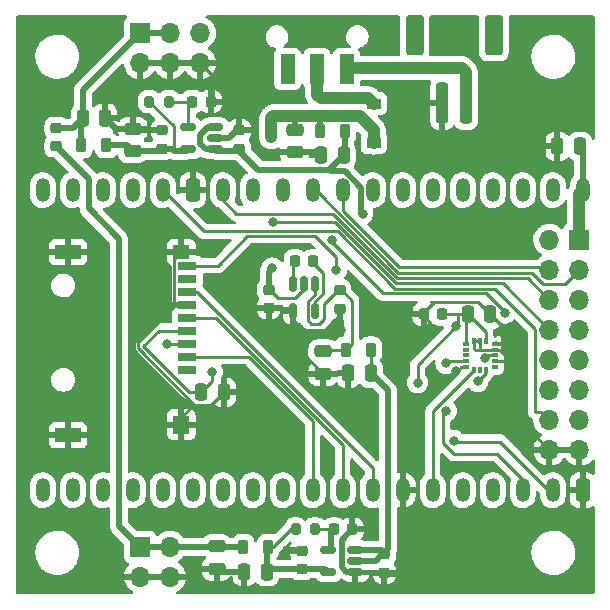
<source format=gbr>
%TF.GenerationSoftware,KiCad,Pcbnew,(6.0.0)*%
%TF.CreationDate,2022-01-16T13:15:06+00:00*%
%TF.ProjectId,OpenBCI_ESP32_BASE,4f70656e-4243-4495-9f45-535033325f42,rev?*%
%TF.SameCoordinates,Original*%
%TF.FileFunction,Copper,L1,Top*%
%TF.FilePolarity,Positive*%
%FSLAX46Y46*%
G04 Gerber Fmt 4.6, Leading zero omitted, Abs format (unit mm)*
G04 Created by KiCad (PCBNEW (6.0.0)) date 2022-01-16 13:15:06*
%MOMM*%
%LPD*%
G01*
G04 APERTURE LIST*
G04 Aperture macros list*
%AMRoundRect*
0 Rectangle with rounded corners*
0 $1 Rounding radius*
0 $2 $3 $4 $5 $6 $7 $8 $9 X,Y pos of 4 corners*
0 Add a 4 corners polygon primitive as box body*
4,1,4,$2,$3,$4,$5,$6,$7,$8,$9,$2,$3,0*
0 Add four circle primitives for the rounded corners*
1,1,$1+$1,$2,$3*
1,1,$1+$1,$4,$5*
1,1,$1+$1,$6,$7*
1,1,$1+$1,$8,$9*
0 Add four rect primitives between the rounded corners*
20,1,$1+$1,$2,$3,$4,$5,0*
20,1,$1+$1,$4,$5,$6,$7,0*
20,1,$1+$1,$6,$7,$8,$9,0*
20,1,$1+$1,$8,$9,$2,$3,0*%
G04 Aperture macros list end*
%TA.AperFunction,SMDPad,CuDef*%
%ADD10RoundRect,0.250000X-0.475000X0.250000X-0.475000X-0.250000X0.475000X-0.250000X0.475000X0.250000X0*%
%TD*%
%TA.AperFunction,SMDPad,CuDef*%
%ADD11RoundRect,0.250000X0.250000X0.475000X-0.250000X0.475000X-0.250000X-0.475000X0.250000X-0.475000X0*%
%TD*%
%TA.AperFunction,SMDPad,CuDef*%
%ADD12RoundRect,0.225000X0.250000X-0.225000X0.250000X0.225000X-0.250000X0.225000X-0.250000X-0.225000X0*%
%TD*%
%TA.AperFunction,SMDPad,CuDef*%
%ADD13RoundRect,0.225000X-0.250000X0.225000X-0.250000X-0.225000X0.250000X-0.225000X0.250000X0.225000X0*%
%TD*%
%TA.AperFunction,SMDPad,CuDef*%
%ADD14RoundRect,0.225000X-0.225000X-0.250000X0.225000X-0.250000X0.225000X0.250000X-0.225000X0.250000X0*%
%TD*%
%TA.AperFunction,SMDPad,CuDef*%
%ADD15RoundRect,0.250000X0.475000X-0.250000X0.475000X0.250000X-0.475000X0.250000X-0.475000X-0.250000X0*%
%TD*%
%TA.AperFunction,SMDPad,CuDef*%
%ADD16RoundRect,0.250000X-0.250000X-0.475000X0.250000X-0.475000X0.250000X0.475000X-0.250000X0.475000X0*%
%TD*%
%TA.AperFunction,SMDPad,CuDef*%
%ADD17RoundRect,0.218750X-0.218750X-0.381250X0.218750X-0.381250X0.218750X0.381250X-0.218750X0.381250X0*%
%TD*%
%TA.AperFunction,SMDPad,CuDef*%
%ADD18RoundRect,0.218750X0.218750X0.381250X-0.218750X0.381250X-0.218750X-0.381250X0.218750X-0.381250X0*%
%TD*%
%TA.AperFunction,SMDPad,CuDef*%
%ADD19RoundRect,0.150000X-0.150000X0.512500X-0.150000X-0.512500X0.150000X-0.512500X0.150000X0.512500X0*%
%TD*%
%TA.AperFunction,SMDPad,CuDef*%
%ADD20RoundRect,0.150000X0.512500X0.150000X-0.512500X0.150000X-0.512500X-0.150000X0.512500X-0.150000X0*%
%TD*%
%TA.AperFunction,SMDPad,CuDef*%
%ADD21RoundRect,0.087500X-0.187500X-0.087500X0.187500X-0.087500X0.187500X0.087500X-0.187500X0.087500X0*%
%TD*%
%TA.AperFunction,SMDPad,CuDef*%
%ADD22RoundRect,0.087500X-0.087500X-0.187500X0.087500X-0.187500X0.087500X0.187500X-0.087500X0.187500X0*%
%TD*%
%TA.AperFunction,ComponentPad*%
%ADD23O,1.200000X2.000000*%
%TD*%
%TA.AperFunction,ComponentPad*%
%ADD24RoundRect,0.300000X0.300000X0.700000X-0.300000X0.700000X-0.300000X-0.700000X0.300000X-0.700000X0*%
%TD*%
%TA.AperFunction,SMDPad,CuDef*%
%ADD25R,1.600000X0.700000*%
%TD*%
%TA.AperFunction,SMDPad,CuDef*%
%ADD26R,2.200000X1.200000*%
%TD*%
%TA.AperFunction,SMDPad,CuDef*%
%ADD27R,1.400000X1.200000*%
%TD*%
%TA.AperFunction,SMDPad,CuDef*%
%ADD28R,1.400000X1.600000*%
%TD*%
%TA.AperFunction,SMDPad,CuDef*%
%ADD29R,1.200000X0.900000*%
%TD*%
%TA.AperFunction,SMDPad,CuDef*%
%ADD30RoundRect,0.250000X0.250000X1.500000X-0.250000X1.500000X-0.250000X-1.500000X0.250000X-1.500000X0*%
%TD*%
%TA.AperFunction,SMDPad,CuDef*%
%ADD31RoundRect,0.250001X0.499999X1.449999X-0.499999X1.449999X-0.499999X-1.449999X0.499999X-1.449999X0*%
%TD*%
%TA.AperFunction,ComponentPad*%
%ADD32R,1.700000X1.700000*%
%TD*%
%TA.AperFunction,ComponentPad*%
%ADD33O,1.700000X1.700000*%
%TD*%
%TA.AperFunction,SMDPad,CuDef*%
%ADD34RoundRect,0.225000X0.225000X0.250000X-0.225000X0.250000X-0.225000X-0.250000X0.225000X-0.250000X0*%
%TD*%
%TA.AperFunction,SMDPad,CuDef*%
%ADD35RoundRect,0.200000X-0.200000X-0.275000X0.200000X-0.275000X0.200000X0.275000X-0.200000X0.275000X0*%
%TD*%
%TA.AperFunction,SMDPad,CuDef*%
%ADD36R,1.250000X2.500000*%
%TD*%
%TA.AperFunction,ViaPad*%
%ADD37C,0.800000*%
%TD*%
%TA.AperFunction,Conductor*%
%ADD38C,0.250000*%
%TD*%
%TA.AperFunction,Conductor*%
%ADD39C,0.500000*%
%TD*%
%TA.AperFunction,Conductor*%
%ADD40C,1.000000*%
%TD*%
G04 APERTURE END LIST*
D10*
%TO.P,C33,1*%
%TO.N,+5V*%
X124100000Y-60175000D03*
%TO.P,C33,2*%
%TO.N,GND*%
X124100000Y-62075000D03*
%TD*%
D11*
%TO.P,C34,1*%
%TO.N,Net-(C34-Pad1)*%
X128250000Y-62325000D03*
%TO.P,C34,2*%
%TO.N,GND*%
X126350000Y-62325000D03*
%TD*%
D12*
%TO.P,C35,1*%
%TO.N,Net-(C34-Pad1)*%
X119400000Y-61775000D03*
%TO.P,C35,2*%
%TO.N,GND*%
X119400000Y-60225000D03*
%TD*%
D13*
%TO.P,C36,1*%
%TO.N,-5V*%
X131700000Y-96125000D03*
%TO.P,C36,2*%
%TO.N,GND*%
X131700000Y-97675000D03*
%TD*%
%TO.P,C37,1*%
%TO.N,Net-(C34-Pad1)*%
X121900000Y-73725000D03*
%TO.P,C37,2*%
%TO.N,GND*%
X121900000Y-75275000D03*
%TD*%
D14*
%TO.P,C38,1*%
%TO.N,Net-(C38-Pad1)*%
X124125000Y-71300000D03*
%TO.P,C38,2*%
%TO.N,Net-(C38-Pad2)*%
X125675000Y-71300000D03*
%TD*%
%TO.P,C39,1*%
%TO.N,Net-(C39-Pad1)*%
X115425000Y-57800000D03*
%TO.P,C39,2*%
%TO.N,GND*%
X116975000Y-57800000D03*
%TD*%
%TO.P,C40,1*%
%TO.N,Net-(C40-Pad1)*%
X127425000Y-94000000D03*
%TO.P,C40,2*%
%TO.N,GND*%
X128975000Y-94000000D03*
%TD*%
D13*
%TO.P,C41,1*%
%TO.N,Net-(C41-Pad1)*%
X127900000Y-73775000D03*
%TO.P,C41,2*%
%TO.N,GND*%
X127900000Y-75325000D03*
%TD*%
D12*
%TO.P,C42,1*%
%TO.N,Net-(C42-Pad1)*%
X112900000Y-61775000D03*
%TO.P,C42,2*%
%TO.N,GND*%
X112900000Y-60225000D03*
%TD*%
%TO.P,C43,1*%
%TO.N,Net-(C43-Pad1)*%
X124700000Y-97375000D03*
%TO.P,C43,2*%
%TO.N,GND*%
X124700000Y-95825000D03*
%TD*%
D10*
%TO.P,C44,1*%
%TO.N,Net-(C41-Pad1)*%
X126500000Y-78950000D03*
%TO.P,C44,2*%
%TO.N,GND*%
X126500000Y-80850000D03*
%TD*%
D15*
%TO.P,C45,1*%
%TO.N,Net-(C42-Pad1)*%
X110400000Y-62000000D03*
%TO.P,C45,2*%
%TO.N,GND*%
X110400000Y-60100000D03*
%TD*%
D11*
%TO.P,C46,1*%
%TO.N,Net-(C43-Pad1)*%
X121750000Y-97600000D03*
%TO.P,C46,2*%
%TO.N,GND*%
X119850000Y-97600000D03*
%TD*%
%TO.P,C47,1*%
%TO.N,-5V*%
X130550000Y-80800000D03*
%TO.P,C47,2*%
%TO.N,GND*%
X128650000Y-80800000D03*
%TD*%
D16*
%TO.P,C48,1*%
%TO.N,+2V5*%
X106150000Y-59200000D03*
%TO.P,C48,2*%
%TO.N,GND*%
X108050000Y-59200000D03*
%TD*%
D10*
%TO.P,C49,1*%
%TO.N,-2V5*%
X117500000Y-95450000D03*
%TO.P,C49,2*%
%TO.N,GND*%
X117500000Y-97350000D03*
%TD*%
D13*
%TO.P,C50,1*%
%TO.N,+2V5*%
X103900000Y-60025000D03*
%TO.P,C50,2*%
%TO.N,-2V5*%
X103900000Y-61575000D03*
%TD*%
D17*
%TO.P,L1,1,1*%
%TO.N,+5V*%
X126237500Y-60325000D03*
%TO.P,L1,2,2*%
%TO.N,Net-(C34-Pad1)*%
X128362500Y-60325000D03*
%TD*%
%TO.P,L2,1,1*%
%TO.N,Net-(C41-Pad1)*%
X128437500Y-78800000D03*
%TO.P,L2,2,2*%
%TO.N,-5V*%
X130562500Y-78800000D03*
%TD*%
D18*
%TO.P,L3,1,1*%
%TO.N,Net-(C42-Pad1)*%
X108162500Y-61500000D03*
%TO.P,L3,2,2*%
%TO.N,+2V5*%
X106037500Y-61500000D03*
%TD*%
%TO.P,L4,1,1*%
%TO.N,Net-(C43-Pad1)*%
X121862500Y-95500000D03*
%TO.P,L4,2,2*%
%TO.N,-2V5*%
X119737500Y-95500000D03*
%TD*%
D19*
%TO.P,U8,1,Vout*%
%TO.N,Net-(C41-Pad1)*%
X125850000Y-73262500D03*
%TO.P,U8,2,Vin*%
%TO.N,Net-(C34-Pad1)*%
X124900000Y-73262500D03*
%TO.P,U8,3,Cfly1*%
%TO.N,Net-(C38-Pad1)*%
X123950000Y-73262500D03*
%TO.P,U8,4,Gnd*%
%TO.N,GND*%
X123950000Y-75537500D03*
%TO.P,U8,5,Cfly2*%
%TO.N,Net-(C38-Pad2)*%
X125850000Y-75537500D03*
%TD*%
D20*
%TO.P,U9,1,Vin*%
%TO.N,Net-(C34-Pad1)*%
X117337500Y-61850000D03*
%TO.P,U9,2,Gnd*%
%TO.N,GND*%
X117337500Y-60900000D03*
%TO.P,U9,3,EN*%
%TO.N,Net-(C34-Pad1)*%
X117337500Y-59950000D03*
%TO.P,U9,4,NR*%
%TO.N,Net-(C39-Pad1)*%
X115062500Y-59950000D03*
%TO.P,U9,5,Vout*%
%TO.N,Net-(C42-Pad1)*%
X115062500Y-61850000D03*
%TD*%
%TO.P,U10,1,Gnd*%
%TO.N,GND*%
X129237500Y-97650000D03*
%TO.P,U10,2,Vin*%
%TO.N,-5V*%
X129237500Y-96700000D03*
%TO.P,U10,3,EN*%
X129237500Y-95750000D03*
%TO.P,U10,4,NR*%
%TO.N,Net-(C40-Pad1)*%
X126962500Y-95750000D03*
%TO.P,U10,5,Vout*%
%TO.N,Net-(C43-Pad1)*%
X126962500Y-97650000D03*
%TD*%
D21*
%TO.P,U1,1,VDD_IO*%
%TO.N,+3V3*%
X138575000Y-78300000D03*
%TO.P,U1,2,NC*%
%TO.N,unconnected-(U1-Pad2)*%
X138575000Y-78800000D03*
%TO.P,U1,3,NC*%
%TO.N,unconnected-(U1-Pad3)*%
X138575000Y-79300000D03*
%TO.P,U1,4,SCL/SPC*%
%TO.N,/OpenBCI_ESP_DEVKIT/SCL*%
X138575000Y-79800000D03*
%TO.P,U1,5,GND*%
%TO.N,GND*%
X138575000Y-80300000D03*
D22*
%TO.P,U1,6,SDA/SDI/SDO*%
%TO.N,/OpenBCI_ESP_DEVKIT/SDA*%
X139300000Y-80525000D03*
%TO.P,U1,7,SDO/SA0*%
%TO.N,unconnected-(U1-Pad7)*%
X139800000Y-80525000D03*
%TO.P,U1,8,CS*%
%TO.N,+3V3*%
X140300000Y-80525000D03*
D21*
%TO.P,U1,9,INT2*%
%TO.N,unconnected-(U1-Pad9)*%
X141025000Y-80300000D03*
%TO.P,U1,10,GND*%
%TO.N,GND*%
X141025000Y-79800000D03*
%TO.P,U1,11,INT1*%
%TO.N,/OpenBCI_ESP_DEVKIT/INT1*%
X141025000Y-79300000D03*
%TO.P,U1,12,GND*%
%TO.N,GND*%
X141025000Y-78800000D03*
%TO.P,U1,13,ADC3*%
X141025000Y-78300000D03*
D22*
%TO.P,U1,14,VDD*%
%TO.N,+3V3*%
X140300000Y-78075000D03*
%TO.P,U1,15,ADC2*%
%TO.N,GND*%
X139800000Y-78075000D03*
%TO.P,U1,16,ADC1*%
X139300000Y-78075000D03*
%TD*%
D23*
%TO.P,U2,1,3V3*%
%TO.N,+3V3*%
X148497280Y-65303680D03*
%TO.P,U2,2,CHIP_PU*%
%TO.N,unconnected-(U2-Pad2)*%
X145957280Y-65303680D03*
%TO.P,U2,3,SENSOR_VP/GPIO36/ADC1_CH0*%
%TO.N,/OpenBCI_ESP_DEVKIT/BATT*%
X143417280Y-65303680D03*
%TO.P,U2,4,SENSOR_VN/GPIO39/ADC1_CH3*%
%TO.N,unconnected-(U2-Pad4)*%
X140877280Y-65303680D03*
%TO.P,U2,5,VDET_1/GPIO34/ADC1_CH6*%
%TO.N,unconnected-(U2-Pad5)*%
X138337280Y-65303680D03*
%TO.P,U2,6,VDET_2/GPIO35/ADC1_CH7*%
%TO.N,unconnected-(U2-Pad6)*%
X135797280Y-65303680D03*
%TO.P,U2,7,32K_XP/GPIO32/ADC1_CH4*%
%TO.N,/OpenBCI_ESP_DEVKIT/SDCD*%
X133257280Y-65303680D03*
%TO.P,U2,8,32K_XN/GPIO33/ADC1_CH5*%
%TO.N,unconnected-(U2-Pad8)*%
X130717280Y-65303680D03*
%TO.P,U2,9,DAC_1/ADC2_CH8/GPIO25*%
%TO.N,/OpenBCI_ESP_DEVKIT/ADSDRDY1*%
X128177280Y-65303680D03*
%TO.P,U2,10,DAC_2/ADC2_CH9/GPIO26*%
%TO.N,/OpenBCI_ESP_DEVKIT/ADSDRDY2*%
X125637280Y-65303680D03*
%TO.P,U2,11,ADC2_CH7/GPIO27*%
%TO.N,/OpenBCI_ESP_DEVKIT/INT1*%
X123097280Y-65303680D03*
%TO.P,U2,12,MTMS/GPIO14/ADC2_CH6*%
%TO.N,/OpenBCI_ESP_DEVKIT/ADSCLK*%
X120557280Y-65303680D03*
%TO.P,U2,13,\u002AMTDI/GPIO12/ADC2_CH5*%
%TO.N,/OpenBCI_ESP_DEVKIT/ADSMISO*%
X118017280Y-65303680D03*
D24*
%TO.P,U2,14,GND*%
%TO.N,GND*%
X115477280Y-65303680D03*
D23*
%TO.P,U2,15,MTCK/GPIO13/ADC2_CH4*%
%TO.N,/OpenBCI_ESP_DEVKIT/ADSMOSI*%
X112937280Y-65303680D03*
%TO.P,U2,16,SD_DATA2/GPIO9*%
%TO.N,unconnected-(U2-Pad16)*%
X110397280Y-65303680D03*
%TO.P,U2,17,SD_DATA3/GPIO10*%
%TO.N,unconnected-(U2-Pad17)*%
X107857280Y-65303680D03*
%TO.P,U2,18,CMD*%
%TO.N,unconnected-(U2-Pad18)*%
X105317280Y-65303680D03*
%TO.P,U2,19,5V*%
%TO.N,+5V*%
X102777280Y-65303680D03*
%TO.P,U2,20,SD_CLK/GPIO6*%
%TO.N,unconnected-(U2-Pad20)*%
X102780000Y-90700000D03*
%TO.P,U2,21,SD_DATA0/GPIO7*%
%TO.N,unconnected-(U2-Pad21)*%
X105320000Y-90700000D03*
%TO.P,U2,22,SD_DATA1/GPIO8*%
%TO.N,unconnected-(U2-Pad22)*%
X107857280Y-90703680D03*
%TO.P,U2,23,\u002AMTDO/GPIO15/ADC2_CH3*%
%TO.N,/OpenBCI_ESP_DEVKIT/ADSCS1*%
X110397280Y-90703680D03*
%TO.P,U2,24,ADC2_CH2/\u002AGPIO2*%
%TO.N,unconnected-(U2-Pad24)*%
X112937280Y-90703680D03*
%TO.P,U2,25,\u002AGPIO0/BOOT/ADC2_CH1*%
%TO.N,unconnected-(U2-Pad25)*%
X115477280Y-90703680D03*
%TO.P,U2,26,ADC2_CH0/GPIO4*%
%TO.N,unconnected-(U2-Pad26)*%
X118017280Y-90703680D03*
%TO.P,U2,27,GPIO16*%
%TO.N,/OpenBCI_ESP_DEVKIT/ADSCS2*%
X120557280Y-90703680D03*
%TO.P,U2,28,GPIO17*%
%TO.N,/OpenBCI_ESP_DEVKIT/ADSRST*%
X123097280Y-90703680D03*
%TO.P,U2,29,\u002AGPIO5*%
%TO.N,/OpenBCI_ESP_DEVKIT/SDCS*%
X125637280Y-90703680D03*
%TO.P,U2,30,GPIO18*%
%TO.N,/OpenBCI_ESP_DEVKIT/SDCLK*%
X128177280Y-90703680D03*
%TO.P,U2,31,GPIO19*%
%TO.N,/OpenBCI_ESP_DEVKIT/SDMISO*%
X130717280Y-90703680D03*
%TO.P,U2,32,GND*%
%TO.N,GND*%
X133257280Y-90703680D03*
%TO.P,U2,33,GPIO21*%
%TO.N,/OpenBCI_ESP_DEVKIT/SDA*%
X135797280Y-90703680D03*
%TO.P,U2,34,U0RXD/GPIO3*%
%TO.N,unconnected-(U2-Pad34)*%
X138337280Y-90703680D03*
%TO.P,U2,35,U0TXD/GPIO1*%
%TO.N,unconnected-(U2-Pad35)*%
X140877280Y-90703680D03*
%TO.P,U2,36,GPIO22*%
%TO.N,/OpenBCI_ESP_DEVKIT/SCL*%
X143417280Y-90703680D03*
%TO.P,U2,37,GPIO23*%
%TO.N,/OpenBCI_ESP_DEVKIT/SDMOSI*%
X145957280Y-90703680D03*
D24*
%TO.P,U2,38,GND*%
%TO.N,GND*%
X148497280Y-90703680D03*
%TD*%
D25*
%TO.P,XS1,1,DAT2*%
%TO.N,unconnected-(XS1-Pad1)*%
X115000000Y-80500000D03*
%TO.P,XS1,2,CS/DAT3*%
%TO.N,/OpenBCI_ESP_DEVKIT/SDCS*%
X115000000Y-79400000D03*
%TO.P,XS1,3,DI/CMD*%
%TO.N,/OpenBCI_ESP_DEVKIT/SDMOSI*%
X115000000Y-78300000D03*
%TO.P,XS1,4,Vdd*%
%TO.N,+3V3*%
X115000000Y-77200000D03*
%TO.P,XS1,5,CLK*%
%TO.N,/OpenBCI_ESP_DEVKIT/SDCLK*%
X115000000Y-76100000D03*
D26*
%TO.P,XS1,6,GND*%
%TO.N,GND*%
X104900000Y-86050000D03*
D25*
X115000000Y-75000000D03*
D27*
X114500000Y-70550000D03*
D28*
X114500000Y-85150000D03*
D26*
X104900000Y-70550000D03*
D25*
%TO.P,XS1,7,DO/DAT0*%
%TO.N,/OpenBCI_ESP_DEVKIT/SDMISO*%
X115000000Y-73900000D03*
%TO.P,XS1,8,DAT1*%
%TO.N,unconnected-(XS1-Pad8)*%
X115000000Y-72800000D03*
%TO.P,XS1,9,CD*%
%TO.N,/OpenBCI_ESP_DEVKIT/SDCD*%
X115000000Y-71700000D03*
%TD*%
D29*
%TO.P,D1,1,K*%
%TO.N,+5V*%
X130800000Y-61275000D03*
%TO.P,D1,2,A*%
%TO.N,Net-(D1-Pad2)*%
X130800000Y-57975000D03*
%TD*%
D30*
%TO.P,J1,1,Pin_1*%
%TO.N,Net-(J1-Pad1)*%
X138600000Y-57950000D03*
%TO.P,J1,2,Pin_2*%
%TO.N,GND*%
X136600000Y-57950000D03*
D31*
%TO.P,J1,MP*%
%TO.N,N/C*%
X140950000Y-52200000D03*
X134250000Y-52200000D03*
%TD*%
D32*
%TO.P,J2,1,Pin_1*%
%TO.N,+2V5*%
X111000000Y-52000000D03*
D33*
%TO.P,J2,2,Pin_2*%
%TO.N,GND*%
X111000000Y-54540000D03*
%TO.P,J2,3,Pin_3*%
%TO.N,+2V5*%
X113540000Y-52000000D03*
%TO.P,J2,4,Pin_4*%
%TO.N,GND*%
X113540000Y-54540000D03*
%TO.P,J2,5,Pin_5*%
%TO.N,unconnected-(J2-Pad5)*%
X116080000Y-52000000D03*
%TO.P,J2,6,Pin_6*%
%TO.N,GND*%
X116080000Y-54540000D03*
%TD*%
D32*
%TO.P,J3,1,Pin_1*%
%TO.N,-2V5*%
X111000000Y-95500000D03*
D33*
%TO.P,J3,2,Pin_2*%
%TO.N,GND*%
X111000000Y-98040000D03*
%TO.P,J3,3,Pin_3*%
%TO.N,-2V5*%
X113540000Y-95500000D03*
%TO.P,J3,4,Pin_4*%
%TO.N,GND*%
X113540000Y-98040000D03*
%TD*%
D32*
%TO.P,J4,1,Pin_1*%
%TO.N,+3V3*%
X148200000Y-69500000D03*
D33*
%TO.P,J4,2,Pin_2*%
X145660000Y-69500000D03*
%TO.P,J4,3,Pin_3*%
%TO.N,/OpenBCI_ESP_DEVKIT/ADSDRDY2*%
X148200000Y-72040000D03*
%TO.P,J4,4,Pin_4*%
%TO.N,/OpenBCI_ESP_DEVKIT/ADSDRDY1*%
X145660000Y-72040000D03*
%TO.P,J4,5,Pin_5*%
%TO.N,unconnected-(J4-Pad5)*%
X148200000Y-74580000D03*
%TO.P,J4,6,Pin_6*%
%TO.N,/OpenBCI_ESP_DEVKIT/ADSMISO*%
X145660000Y-74580000D03*
%TO.P,J4,7,Pin_7*%
%TO.N,unconnected-(J4-Pad7)*%
X148200000Y-77120000D03*
%TO.P,J4,8,Pin_8*%
%TO.N,/OpenBCI_ESP_DEVKIT/ADSCLK*%
X145660000Y-77120000D03*
%TO.P,J4,9,Pin_9*%
%TO.N,/OpenBCI_ESP_DEVKIT/ADSCS2*%
X148200000Y-79660000D03*
%TO.P,J4,10,Pin_10*%
%TO.N,/OpenBCI_ESP_DEVKIT/ADSCS1*%
X145660000Y-79660000D03*
%TO.P,J4,11,Pin_11*%
%TO.N,/OpenBCI_ESP_DEVKIT/ADSRST*%
X148200000Y-82200000D03*
%TO.P,J4,12,Pin_12*%
%TO.N,unconnected-(J4-Pad12)*%
X145660000Y-82200000D03*
%TO.P,J4,13,Pin_13*%
%TO.N,unconnected-(J4-Pad13)*%
X148200000Y-84740000D03*
%TO.P,J4,14,Pin_14*%
%TO.N,/OpenBCI_ESP_DEVKIT/ADSMOSI*%
X145660000Y-84740000D03*
%TO.P,J4,15,Pin_15*%
%TO.N,GND*%
X148200000Y-87280000D03*
%TO.P,J4,16,Pin_16*%
X145660000Y-87280000D03*
%TD*%
D16*
%TO.P,C1,1*%
%TO.N,+3V3*%
X138750000Y-75800000D03*
%TO.P,C1,2*%
%TO.N,GND*%
X140650000Y-75800000D03*
%TD*%
%TO.P,C2,1*%
%TO.N,+3V3*%
X116200000Y-82400000D03*
%TO.P,C2,2*%
%TO.N,GND*%
X118100000Y-82400000D03*
%TD*%
D11*
%TO.P,C3,1*%
%TO.N,+3V3*%
X148250000Y-61600000D03*
%TO.P,C3,2*%
%TO.N,GND*%
X146350000Y-61600000D03*
%TD*%
D34*
%TO.P,C4,1*%
%TO.N,+3V3*%
X136575000Y-75800000D03*
%TO.P,C4,2*%
%TO.N,GND*%
X135025000Y-75800000D03*
%TD*%
D35*
%TO.P,R1,1*%
%TO.N,Net-(C42-Pad1)*%
X111775000Y-57800000D03*
%TO.P,R1,2*%
%TO.N,Net-(C39-Pad1)*%
X113425000Y-57800000D03*
%TD*%
D36*
%TO.P,SW1,1,A*%
%TO.N,Net-(J1-Pad1)*%
X128500000Y-55050000D03*
%TO.P,SW1,2,B*%
%TO.N,Net-(D1-Pad2)*%
X126000000Y-55050000D03*
%TO.P,SW1,3,C*%
%TO.N,unconnected-(SW1-Pad3)*%
X123500000Y-55050000D03*
%TD*%
D35*
%TO.P,R2,1*%
%TO.N,Net-(C43-Pad1)*%
X124175000Y-94000000D03*
%TO.P,R2,2*%
%TO.N,Net-(C40-Pad1)*%
X125825000Y-94000000D03*
%TD*%
D37*
%TO.N,GND*%
X144700000Y-61600000D03*
X137800000Y-80600000D03*
X123480150Y-95800000D03*
X128000000Y-77100000D03*
X133150000Y-97850000D03*
X116650000Y-70550000D03*
X116950000Y-85150000D03*
X135600000Y-77000000D03*
%TO.N,+5V*%
X122100000Y-60825000D03*
%TO.N,Net-(C34-Pad1)*%
X122200000Y-71900000D03*
X129850000Y-67300000D03*
%TO.N,/OpenBCI_ESP_DEVKIT/INT1*%
X140251500Y-79500000D03*
X141900000Y-75700000D03*
X127250000Y-69500000D03*
%TO.N,/OpenBCI_ESP_DEVKIT/SDMOSI*%
X113299996Y-78300000D03*
X137600000Y-86500000D03*
%TO.N,/OpenBCI_ESP_DEVKIT/SCL*%
X136922280Y-79977720D03*
X136922280Y-84000000D03*
%TO.N,/OpenBCI_ESP_DEVKIT/ADSCLK*%
X122300000Y-68025000D03*
%TO.N,+3V3*%
X137800000Y-76800000D03*
X139600000Y-81500000D03*
X134500000Y-81600000D03*
X117100000Y-80700000D03*
%TO.N,/OpenBCI_ESP_DEVKIT/SDCD*%
X127600000Y-72100000D03*
%TD*%
D38*
%TO.N,GND*%
X131700000Y-97850000D02*
X133150000Y-97850000D01*
X113950000Y-75000000D02*
X110832490Y-78117510D01*
X113730000Y-97850000D02*
X113540000Y-98040000D01*
X146100000Y-61900000D02*
X146100000Y-61500000D01*
X141625010Y-78274990D02*
X141625010Y-79041632D01*
D39*
X128484998Y-97650000D02*
X128074520Y-97239522D01*
X108950000Y-60100000D02*
X108050000Y-59200000D01*
D38*
X117150000Y-57800000D02*
X117150000Y-55610000D01*
X110832490Y-78117510D02*
X110832490Y-78703902D01*
X123725000Y-75275000D02*
X123950000Y-75500000D01*
X141625010Y-79041632D02*
X141791689Y-79208311D01*
X141625010Y-76775010D02*
X141625010Y-78274990D01*
D39*
X118550000Y-60900000D02*
X119400000Y-60050000D01*
D38*
X123950000Y-76280000D02*
X124770000Y-77100000D01*
X141025000Y-79800000D02*
X141900000Y-79800000D01*
X141025000Y-78300000D02*
X141600000Y-78300000D01*
X139599990Y-74749990D02*
X135900010Y-74749990D01*
X114500000Y-85150000D02*
X114500000Y-84528608D01*
X139300000Y-78075000D02*
X139300000Y-78700000D01*
X113874999Y-74924999D02*
X113950000Y-75000000D01*
D39*
X124100000Y-62075000D02*
X126100000Y-62075000D01*
D38*
X145660000Y-87280000D02*
X148200000Y-87280000D01*
X141383378Y-78800000D02*
X141025000Y-78800000D01*
X117049990Y-83450010D02*
X118100000Y-82400000D01*
D39*
X126100000Y-62075000D02*
X126350000Y-62325000D01*
D38*
X128650000Y-80800000D02*
X126550000Y-80800000D01*
D39*
X112900000Y-60225000D02*
X110525000Y-60225000D01*
D38*
X139800000Y-78800000D02*
X141025000Y-78800000D01*
D39*
X123480150Y-95800000D02*
X124675000Y-95800000D01*
D38*
X114500000Y-70550000D02*
X116650000Y-70550000D01*
X139400000Y-78800000D02*
X139800000Y-78800000D01*
X135600000Y-76550000D02*
X134850000Y-75800000D01*
X127900000Y-76800000D02*
X128000000Y-76900000D01*
X124770000Y-77100000D02*
X126700000Y-77100000D01*
X115578598Y-83450010D02*
X117049990Y-83450010D01*
D39*
X108950000Y-60100000D02*
X110400000Y-60100000D01*
D38*
X138575000Y-80300000D02*
X138200000Y-80300000D01*
X128000000Y-76900000D02*
X128000000Y-77100000D01*
X131500000Y-97650000D02*
X131700000Y-97850000D01*
X127800000Y-76000000D02*
X127800000Y-75275000D01*
D39*
X128074520Y-94900480D02*
X128975000Y-94000000D01*
D38*
X141900000Y-84020000D02*
X141900000Y-79800000D01*
D39*
X119850000Y-97600000D02*
X117750000Y-97600000D01*
D38*
X122000000Y-75275000D02*
X123725000Y-75275000D01*
X141791689Y-79208311D02*
X141383378Y-78800000D01*
X117150000Y-55610000D02*
X116080000Y-54540000D01*
X126500000Y-80850000D02*
X121900000Y-76250000D01*
X127900000Y-75500000D02*
X127900000Y-76800000D01*
X137900000Y-80600000D02*
X137800000Y-80600000D01*
X141600000Y-78300000D02*
X141625010Y-78274990D01*
X140650000Y-75800000D02*
X139599990Y-74749990D01*
X141900000Y-84020000D02*
X142400000Y-84020000D01*
D39*
X129200000Y-97650000D02*
X128484998Y-97650000D01*
X117750000Y-97600000D02*
X117500000Y-97350000D01*
D38*
X126700000Y-77100000D02*
X127800000Y-76000000D01*
X135600000Y-77000000D02*
X135600000Y-76550000D01*
X135900010Y-74749990D02*
X134850000Y-75800000D01*
X121900000Y-76250000D02*
X121900000Y-75450000D01*
X141900000Y-79800000D02*
X141900000Y-79316622D01*
D39*
X117300000Y-60900000D02*
X118550000Y-60900000D01*
D38*
X138200000Y-80300000D02*
X137900000Y-80600000D01*
D39*
X110525000Y-60225000D02*
X110400000Y-60100000D01*
D38*
X113874999Y-71175001D02*
X113874999Y-74924999D01*
D39*
X146350000Y-61600000D02*
X144700000Y-61600000D01*
D38*
X113950000Y-75000000D02*
X115000000Y-75000000D01*
X140650000Y-75800000D02*
X141625010Y-76775010D01*
X110832490Y-78703902D02*
X115578598Y-83450010D01*
X141900000Y-79316622D02*
X141791689Y-79208311D01*
X114500000Y-84528608D02*
X115578598Y-83450010D01*
X126550000Y-80800000D02*
X126500000Y-80850000D01*
X114500000Y-70550000D02*
X113874999Y-71175001D01*
X139800000Y-78075000D02*
X139800000Y-78800000D01*
X114500000Y-85150000D02*
X116950000Y-85150000D01*
X139300000Y-78700000D02*
X139400000Y-78800000D01*
X129200000Y-97650000D02*
X131500000Y-97650000D01*
D39*
X124675000Y-95800000D02*
X124700000Y-95825000D01*
D38*
X142400000Y-84020000D02*
X145660000Y-87280000D01*
D39*
X128074520Y-97239522D02*
X128074520Y-94900480D01*
D38*
X123950000Y-75500000D02*
X123950000Y-76280000D01*
D39*
%TO.N,-2V5*%
X106650000Y-66850000D02*
X109200000Y-69400000D01*
X117550000Y-95500000D02*
X117500000Y-95450000D01*
X109200000Y-93700000D02*
X111000000Y-95500000D01*
X111000000Y-95500000D02*
X113540000Y-95500000D01*
X117450000Y-95500000D02*
X117500000Y-95450000D01*
X106650000Y-64325000D02*
X106650000Y-66850000D01*
X119737500Y-95500000D02*
X117550000Y-95500000D01*
X103900000Y-61575000D02*
X106650000Y-64325000D01*
X113540000Y-95500000D02*
X117450000Y-95500000D01*
X109200000Y-69400000D02*
X109200000Y-93700000D01*
%TO.N,+2V5*%
X106037500Y-59312500D02*
X106150000Y-59200000D01*
X106150000Y-56850000D02*
X106150000Y-59200000D01*
X111000000Y-52000000D02*
X113540000Y-52000000D01*
X105325000Y-60025000D02*
X106150000Y-59200000D01*
X103900000Y-60025000D02*
X105325000Y-60025000D01*
X106037500Y-61500000D02*
X106037500Y-59312500D01*
X111000000Y-52000000D02*
X106150000Y-56850000D01*
%TO.N,+5V*%
X124100000Y-59225000D02*
X123899990Y-59024990D01*
D40*
X123899990Y-59024990D02*
X126600010Y-59024990D01*
X129599990Y-59024990D02*
X126600010Y-59024990D01*
D39*
X126237500Y-60325000D02*
X126237500Y-59387500D01*
D40*
X122100000Y-59225000D02*
X122100000Y-60825000D01*
X122300010Y-59024990D02*
X122100000Y-59225000D01*
X130800000Y-61275000D02*
X130800000Y-60225000D01*
X122300010Y-59024990D02*
X123899990Y-59024990D01*
X130800000Y-60225000D02*
X129599990Y-59024990D01*
D39*
X126237500Y-59387500D02*
X126600010Y-59024990D01*
X124100000Y-60175000D02*
X124100000Y-59225000D01*
%TO.N,Net-(C34-Pad1)*%
X126999990Y-63575010D02*
X128250000Y-62325000D01*
X128362500Y-60325000D02*
X128362500Y-62212500D01*
X121025010Y-63575010D02*
X126999990Y-63575010D01*
D38*
X119300000Y-61850000D02*
X119400000Y-61950000D01*
D39*
X116100000Y-61365002D02*
X116100000Y-60627151D01*
X117400000Y-61950000D02*
X117300000Y-61850000D01*
X127124980Y-63700000D02*
X126999990Y-63575010D01*
X129740760Y-67190760D02*
X129740760Y-65086153D01*
X128362500Y-62212500D02*
X128250000Y-62325000D01*
X116584998Y-61850000D02*
X116100000Y-61365002D01*
X121900000Y-72200000D02*
X122200000Y-71900000D01*
X129850000Y-67300000D02*
X129740760Y-67190760D01*
X129740760Y-65086153D02*
X128354607Y-63700000D01*
D38*
X122675000Y-74400000D02*
X124146072Y-74400000D01*
X122000000Y-73725000D02*
X122675000Y-74400000D01*
X124900000Y-73646072D02*
X124900000Y-73300000D01*
D39*
X128354607Y-63700000D02*
X127124980Y-63700000D01*
X117300000Y-61850000D02*
X116584998Y-61850000D01*
D38*
X124146072Y-74400000D02*
X124900000Y-73646072D01*
D39*
X121900000Y-73550000D02*
X121900000Y-72200000D01*
X119400000Y-61950000D02*
X117400000Y-61950000D01*
X116100000Y-60627151D02*
X116777151Y-59950000D01*
X116777151Y-59950000D02*
X117300000Y-59950000D01*
X121025010Y-63575010D02*
X119400000Y-61950000D01*
%TO.N,-5V*%
X129200000Y-95750000D02*
X131500000Y-95750000D01*
D38*
X130562500Y-80787500D02*
X130550000Y-80800000D01*
X130562500Y-78800000D02*
X130562500Y-80787500D01*
D39*
X132000000Y-82250000D02*
X130550000Y-80800000D01*
X131500000Y-95750000D02*
X131700000Y-95950000D01*
X132000000Y-95650000D02*
X132000000Y-82250000D01*
X129200000Y-96700000D02*
X130950000Y-96700000D01*
X130950000Y-96700000D02*
X131700000Y-95950000D01*
X131700000Y-95950000D02*
X132000000Y-95650000D01*
D38*
%TO.N,Net-(C38-Pad2)*%
X126500001Y-72325001D02*
X126500001Y-74069999D01*
X126500001Y-74069999D02*
X125850000Y-74720000D01*
X125850000Y-74720000D02*
X125850000Y-75500000D01*
X125675000Y-71500000D02*
X126500001Y-72325001D01*
%TO.N,Net-(C38-Pad1)*%
X123950000Y-71675000D02*
X124125000Y-71500000D01*
X123950000Y-73300000D02*
X123950000Y-71675000D01*
%TO.N,Net-(C39-Pad1)*%
X115100000Y-57950000D02*
X115250000Y-57800000D01*
X113425000Y-57800000D02*
X115425000Y-57800000D01*
X115100000Y-59950000D02*
X115100000Y-57950000D01*
%TO.N,Net-(C40-Pad1)*%
X125825000Y-94000000D02*
X127425000Y-94000000D01*
D39*
X127425000Y-94000000D02*
X127200000Y-94225000D01*
X127200000Y-95550000D02*
X127000000Y-95750000D01*
X127200000Y-94225000D02*
X127200000Y-95550000D01*
D38*
%TO.N,Net-(C41-Pad1)*%
X125850000Y-73300000D02*
X125850000Y-74080000D01*
X128950010Y-78287490D02*
X128437500Y-78800000D01*
X128437500Y-78800000D02*
X126650000Y-78800000D01*
X125199999Y-76290001D02*
X125509998Y-76600000D01*
X128950010Y-74650010D02*
X128950010Y-78287490D01*
X126600000Y-74925000D02*
X127800000Y-73725000D01*
X127900000Y-73600000D02*
X128950010Y-74650010D01*
X125850000Y-74080000D02*
X125199999Y-74730001D01*
X126600000Y-76190002D02*
X126600000Y-74925000D01*
X125199999Y-74730001D02*
X125199999Y-76290001D01*
X126650000Y-78800000D02*
X126500000Y-78950000D01*
X125509998Y-76600000D02*
X126190002Y-76600000D01*
X126190002Y-76600000D02*
X126600000Y-76190002D01*
D39*
%TO.N,Net-(C42-Pad1)*%
X112900000Y-61775000D02*
X113675000Y-61775000D01*
X113675000Y-61775000D02*
X113850000Y-61950000D01*
D38*
X113850000Y-59875000D02*
X113850000Y-61950000D01*
D39*
X115000000Y-61950000D02*
X115100000Y-61850000D01*
X113850000Y-61950000D02*
X115000000Y-61950000D01*
D38*
X111775000Y-57800000D02*
X113850000Y-59875000D01*
D39*
X108162500Y-61500000D02*
X109900000Y-61500000D01*
X110400000Y-62000000D02*
X112675000Y-62000000D01*
X112675000Y-62000000D02*
X112900000Y-61775000D01*
X109900000Y-61500000D02*
X110400000Y-62000000D01*
D38*
%TO.N,Net-(C43-Pad1)*%
X122300000Y-95500000D02*
X123800000Y-94000000D01*
D39*
X121750000Y-97600000D02*
X121750000Y-95612500D01*
X124700000Y-97375000D02*
X121975000Y-97375000D01*
D38*
X121862500Y-95500000D02*
X122300000Y-95500000D01*
D39*
X124700000Y-97375000D02*
X126687500Y-97375000D01*
X126687500Y-97375000D02*
X126962500Y-97650000D01*
X121975000Y-97375000D02*
X121750000Y-97600000D01*
D38*
X123800000Y-94000000D02*
X124175000Y-94000000D01*
D39*
X121750000Y-95612500D02*
X121862500Y-95500000D01*
D38*
X126900000Y-97550000D02*
X127000000Y-97650000D01*
D40*
%TO.N,Net-(J1-Pad1)*%
X128500000Y-54975000D02*
X138275000Y-54975000D01*
X138600000Y-55300000D02*
X138600000Y-57950000D01*
X138275000Y-54975000D02*
X138600000Y-55300000D01*
D38*
%TO.N,/OpenBCI_ESP_DEVKIT/INT1*%
X140251500Y-79348500D02*
X140251500Y-79500000D01*
X140300000Y-79300000D02*
X140251500Y-79348500D01*
X141900000Y-75615744D02*
X141900000Y-75700000D01*
X131576530Y-74026530D02*
X140310786Y-74026530D01*
X127250000Y-69700000D02*
X131576530Y-74026530D01*
X140310786Y-74026530D02*
X141900000Y-75615744D01*
X141025000Y-79300000D02*
X140300000Y-79300000D01*
X127250000Y-69500000D02*
X127250000Y-69700000D01*
%TO.N,/OpenBCI_ESP_DEVKIT/SDMOSI*%
X115000000Y-78300000D02*
X113299996Y-78300000D01*
X137600000Y-86500000D02*
X137700000Y-86600000D01*
X145553680Y-90703680D02*
X145957280Y-90703680D01*
X137700000Y-86600000D02*
X141450000Y-86600000D01*
X141450000Y-86600000D02*
X145553680Y-90703680D01*
%TO.N,/OpenBCI_ESP_DEVKIT/SCL*%
X136800000Y-84000000D02*
X136647290Y-84152710D01*
X136922280Y-84000000D02*
X136800000Y-84000000D01*
X136647290Y-86697290D02*
X137550000Y-87600000D01*
X143417280Y-89817280D02*
X143417280Y-90703680D01*
X141200000Y-87600000D02*
X143417280Y-89817280D01*
X138575000Y-79800000D02*
X137100000Y-79800000D01*
X137550000Y-87600000D02*
X141200000Y-87600000D01*
X137100000Y-79800000D02*
X136922280Y-79977720D01*
X136647290Y-84152710D02*
X136647290Y-86697290D01*
%TO.N,/OpenBCI_ESP_DEVKIT/SDA*%
X139300000Y-80525000D02*
X135797280Y-84027720D01*
X135797280Y-84027720D02*
X135797280Y-90703680D01*
%TO.N,/OpenBCI_ESP_DEVKIT/SDMISO*%
X130717280Y-88817280D02*
X115800000Y-73900000D01*
X115800000Y-73900000D02*
X115000000Y-73900000D01*
X130717280Y-90703680D02*
X130717280Y-88817280D01*
%TO.N,/OpenBCI_ESP_DEVKIT/SDCLK*%
X115000000Y-76100000D02*
X117436411Y-76100000D01*
X128177280Y-90703680D02*
X128177280Y-86840869D01*
X128177280Y-86840869D02*
X117436411Y-76100000D01*
%TO.N,/OpenBCI_ESP_DEVKIT/SDCS*%
X125637280Y-84833349D02*
X125637280Y-90703680D01*
X115000000Y-79400000D02*
X120203931Y-79400000D01*
X120203931Y-79400000D02*
X125637280Y-84833349D01*
%TO.N,/OpenBCI_ESP_DEVKIT/ADSMOSI*%
X127770080Y-68800000D02*
X116433600Y-68800000D01*
X141053600Y-73650010D02*
X132620090Y-73650010D01*
X132620090Y-73650010D02*
X127770080Y-68800000D01*
X144484999Y-84064999D02*
X144484999Y-77081409D01*
X116433600Y-68800000D02*
X112937280Y-65303680D01*
X144984999Y-84064999D02*
X144484999Y-84064999D01*
X145660000Y-84740000D02*
X144984999Y-84064999D01*
X144484999Y-77081409D02*
X141053600Y-73650010D01*
%TO.N,/OpenBCI_ESP_DEVKIT/ADSMISO*%
X118017280Y-65303680D02*
X118017280Y-66153680D01*
X127335040Y-67300000D02*
X132785031Y-72749991D01*
X132785031Y-72749991D02*
X143829991Y-72749991D01*
X143829991Y-72749991D02*
X145660000Y-74580000D01*
X119163600Y-67300000D02*
X127335040Y-67300000D01*
X118017280Y-66153680D02*
X119163600Y-67300000D01*
%TO.N,/OpenBCI_ESP_DEVKIT/ADSCLK*%
X132702562Y-73200002D02*
X141740002Y-73200002D01*
X127527560Y-68025000D02*
X132702562Y-73200002D01*
X141740002Y-73200002D02*
X145660000Y-77120000D01*
X122300000Y-68025000D02*
X127527560Y-68025000D01*
%TO.N,/OpenBCI_ESP_DEVKIT/ADSDRDY2*%
X132867500Y-72299980D02*
X125871200Y-65303680D01*
X148200000Y-72040000D02*
X147024999Y-73215001D01*
X125871200Y-65303680D02*
X125637280Y-65303680D01*
X147024999Y-73215001D02*
X145095999Y-73215001D01*
X145095999Y-73215001D02*
X144180978Y-72299980D01*
X144180978Y-72299980D02*
X132867500Y-72299980D01*
%TO.N,/OpenBCI_ESP_DEVKIT/ADSDRDY1*%
X128177280Y-67077280D02*
X128177280Y-65303680D01*
X145469969Y-71849969D02*
X132949969Y-71849969D01*
X132949969Y-71849969D02*
X128177280Y-67077280D01*
X145660000Y-72040000D02*
X145469969Y-71849969D01*
D40*
%TO.N,Net-(D1-Pad2)*%
X126300000Y-57525000D02*
X130350000Y-57525000D01*
X126000000Y-57225000D02*
X126000000Y-54975000D01*
X130350000Y-57525000D02*
X130800000Y-57975000D01*
X126000000Y-57225000D02*
X126300000Y-57525000D01*
D38*
%TO.N,+3V3*%
X117100000Y-81500000D02*
X116200000Y-82400000D01*
X140300000Y-77350000D02*
X138750000Y-75800000D01*
X115000000Y-77200000D02*
X112600000Y-77200000D01*
D39*
X148497280Y-61847280D02*
X148250000Y-61600000D01*
D38*
X140300000Y-80800000D02*
X139600000Y-81500000D01*
D40*
X148200000Y-69500000D02*
X148200000Y-65600960D01*
D38*
X111282499Y-78517501D02*
X115164998Y-82400000D01*
X137800000Y-76700000D02*
X137800000Y-76800000D01*
X115164998Y-82400000D02*
X116200000Y-82400000D01*
X137800000Y-76800000D02*
X134500000Y-80100000D01*
X134500000Y-80100000D02*
X134500000Y-81600000D01*
D39*
X148497280Y-65303680D02*
X148497280Y-61847280D01*
D38*
X112600000Y-77200000D02*
X111282499Y-78517501D01*
X137900000Y-76600000D02*
X137800000Y-76700000D01*
D40*
X148200000Y-65600960D02*
X148497280Y-65303680D01*
D38*
X140300000Y-78075000D02*
X140300000Y-77350000D01*
X136750000Y-75800000D02*
X137900000Y-75800000D01*
X138575000Y-78300000D02*
X138575000Y-75975000D01*
X138575000Y-75975000D02*
X138750000Y-75800000D01*
X117100000Y-80700000D02*
X117100000Y-81500000D01*
X137900000Y-75800000D02*
X138750000Y-75800000D01*
X140300000Y-80525000D02*
X140300000Y-80800000D01*
X137900000Y-75800000D02*
X137900000Y-76600000D01*
%TO.N,/OpenBCI_ESP_DEVKIT/SDCD*%
X127600000Y-72100000D02*
X127600000Y-70950000D01*
X117576520Y-71700000D02*
X115000000Y-71700000D01*
X120100000Y-69176520D02*
X117576520Y-71700000D01*
X127600000Y-70950000D02*
X125826520Y-69176520D01*
X125826520Y-69176520D02*
X120100000Y-69176520D01*
%TD*%
%TA.AperFunction,Conductor*%
%TO.N,GND*%
G36*
X109848562Y-50528002D02*
G01*
X109895055Y-50581658D01*
X109905159Y-50651932D01*
X109875665Y-50716512D01*
X109856006Y-50734826D01*
X109823568Y-50759137D01*
X109786739Y-50786739D01*
X109699385Y-50903295D01*
X109648255Y-51039684D01*
X109641500Y-51101866D01*
X109641500Y-52233629D01*
X109621498Y-52301750D01*
X109604595Y-52322724D01*
X105661089Y-56266230D01*
X105646677Y-56278616D01*
X105635082Y-56287149D01*
X105635077Y-56287154D01*
X105629182Y-56291492D01*
X105624443Y-56297070D01*
X105624440Y-56297073D01*
X105594965Y-56331768D01*
X105588035Y-56339284D01*
X105582340Y-56344979D01*
X105580060Y-56347861D01*
X105564719Y-56367251D01*
X105561928Y-56370655D01*
X105519409Y-56420703D01*
X105514667Y-56426285D01*
X105511339Y-56432801D01*
X105507972Y-56437850D01*
X105504805Y-56442979D01*
X105500266Y-56448716D01*
X105469345Y-56514875D01*
X105467442Y-56518769D01*
X105434231Y-56583808D01*
X105432492Y-56590916D01*
X105430393Y-56596559D01*
X105428476Y-56602322D01*
X105425378Y-56608950D01*
X105423888Y-56616112D01*
X105423888Y-56616113D01*
X105410514Y-56680412D01*
X105409544Y-56684696D01*
X105392192Y-56755610D01*
X105391500Y-56766764D01*
X105391464Y-56766762D01*
X105391225Y-56770755D01*
X105390851Y-56774947D01*
X105389360Y-56782115D01*
X105389558Y-56789432D01*
X105391454Y-56859521D01*
X105391500Y-56862928D01*
X105391500Y-58108607D01*
X105371498Y-58176728D01*
X105354673Y-58197625D01*
X105300695Y-58251697D01*
X105296855Y-58257927D01*
X105296854Y-58257928D01*
X105228574Y-58368699D01*
X105207885Y-58402262D01*
X105205581Y-58409209D01*
X105159063Y-58549458D01*
X105152203Y-58570139D01*
X105151503Y-58576975D01*
X105151502Y-58576978D01*
X105149953Y-58592098D01*
X105141500Y-58674600D01*
X105141500Y-59083629D01*
X105121498Y-59151750D01*
X105104595Y-59172724D01*
X105047724Y-59229595D01*
X104985412Y-59263621D01*
X104958629Y-59266500D01*
X104705961Y-59266500D01*
X104637840Y-59246498D01*
X104616943Y-59229673D01*
X104612882Y-59225619D01*
X104607702Y-59220448D01*
X104601471Y-59216607D01*
X104468331Y-59134538D01*
X104468329Y-59134537D01*
X104462101Y-59130698D01*
X104299757Y-59076851D01*
X104292920Y-59076151D01*
X104292918Y-59076150D01*
X104251599Y-59071917D01*
X104198732Y-59066500D01*
X103601268Y-59066500D01*
X103598022Y-59066837D01*
X103598018Y-59066837D01*
X103563917Y-59070375D01*
X103498981Y-59077113D01*
X103492440Y-59079295D01*
X103492441Y-59079295D01*
X103343676Y-59128927D01*
X103343674Y-59128928D01*
X103336732Y-59131244D01*
X103330508Y-59135096D01*
X103330507Y-59135096D01*
X103240402Y-59190855D01*
X103191287Y-59221248D01*
X103070448Y-59342298D01*
X103066608Y-59348528D01*
X103066607Y-59348529D01*
X102986847Y-59477924D01*
X102980698Y-59487899D01*
X102926851Y-59650243D01*
X102926151Y-59657080D01*
X102926150Y-59657082D01*
X102923729Y-59680714D01*
X102916500Y-59751268D01*
X102916500Y-60298732D01*
X102927113Y-60401019D01*
X102929295Y-60407559D01*
X102977370Y-60551655D01*
X102981244Y-60563268D01*
X102985096Y-60569492D01*
X102985096Y-60569493D01*
X103065890Y-60700054D01*
X103071248Y-60708713D01*
X103076430Y-60713886D01*
X103080975Y-60719620D01*
X103079055Y-60721142D01*
X103107545Y-60773206D01*
X103102544Y-60844026D01*
X103079118Y-60880552D01*
X103080157Y-60881372D01*
X103075619Y-60887118D01*
X103070448Y-60892298D01*
X103066608Y-60898528D01*
X103066607Y-60898529D01*
X102985255Y-61030507D01*
X102980698Y-61037899D01*
X102926851Y-61200243D01*
X102926151Y-61207080D01*
X102926150Y-61207082D01*
X102925174Y-61216608D01*
X102916500Y-61301268D01*
X102916500Y-61848732D01*
X102916837Y-61851978D01*
X102916837Y-61851982D01*
X102920375Y-61886083D01*
X102927113Y-61951019D01*
X102929295Y-61957559D01*
X102966585Y-62069329D01*
X102981244Y-62113268D01*
X102985096Y-62119492D01*
X102985096Y-62119493D01*
X102990740Y-62128614D01*
X103071248Y-62258713D01*
X103192298Y-62379552D01*
X103198528Y-62383392D01*
X103198529Y-62383393D01*
X103322330Y-62459705D01*
X103337899Y-62469302D01*
X103500243Y-62523149D01*
X103507080Y-62523849D01*
X103507082Y-62523850D01*
X103548401Y-62528083D01*
X103601268Y-62533500D01*
X103733629Y-62533500D01*
X103801750Y-62553502D01*
X103822724Y-62570405D01*
X104928197Y-63675878D01*
X104962223Y-63738190D01*
X104957158Y-63809005D01*
X104914611Y-63865841D01*
X104891255Y-63879673D01*
X104762193Y-63938354D01*
X104589669Y-64060734D01*
X104443399Y-64213530D01*
X104328660Y-64391228D01*
X104315202Y-64424622D01*
X104282800Y-64505023D01*
X104249594Y-64587417D01*
X104209052Y-64795017D01*
X104208780Y-64800579D01*
X104208780Y-65756526D01*
X104223828Y-65914246D01*
X104283372Y-66117214D01*
X104286116Y-66122541D01*
X104286116Y-66122542D01*
X104375771Y-66296617D01*
X104380222Y-66305260D01*
X104510884Y-66471600D01*
X104515415Y-66475532D01*
X104515418Y-66475535D01*
X104623935Y-66569701D01*
X104670643Y-66610232D01*
X104675829Y-66613232D01*
X104675833Y-66613235D01*
X104818521Y-66695782D01*
X104853734Y-66716153D01*
X105053551Y-66785541D01*
X105059486Y-66786402D01*
X105059488Y-66786402D01*
X105256944Y-66815032D01*
X105256947Y-66815032D01*
X105262884Y-66815893D01*
X105474179Y-66806113D01*
X105634150Y-66767560D01*
X105673981Y-66757961D01*
X105673983Y-66757960D01*
X105679814Y-66756555D01*
X105685272Y-66754073D01*
X105685276Y-66754072D01*
X105698283Y-66748157D01*
X105710977Y-66742386D01*
X105781267Y-66732398D01*
X105845799Y-66761998D01*
X105884084Y-66821787D01*
X105888714Y-66846870D01*
X105891085Y-66876017D01*
X105891500Y-66886233D01*
X105891500Y-66894293D01*
X105891925Y-66897937D01*
X105894789Y-66922507D01*
X105895222Y-66926882D01*
X105900060Y-66986355D01*
X105901140Y-66999637D01*
X105903396Y-67006601D01*
X105904587Y-67012560D01*
X105905971Y-67018415D01*
X105906818Y-67025681D01*
X105931735Y-67094327D01*
X105933152Y-67098455D01*
X105939042Y-67116635D01*
X105955649Y-67167899D01*
X105959445Y-67174154D01*
X105961951Y-67179628D01*
X105964670Y-67185058D01*
X105967167Y-67191937D01*
X105971180Y-67198057D01*
X105971180Y-67198058D01*
X106007186Y-67252976D01*
X106009523Y-67256680D01*
X106047405Y-67319107D01*
X106051121Y-67323315D01*
X106051122Y-67323316D01*
X106054803Y-67327484D01*
X106054776Y-67327508D01*
X106057429Y-67330500D01*
X106060132Y-67333733D01*
X106064144Y-67339852D01*
X106069456Y-67344884D01*
X106120383Y-67393128D01*
X106122825Y-67395506D01*
X108404595Y-69677276D01*
X108438621Y-69739588D01*
X108441500Y-69766371D01*
X108441500Y-89155976D01*
X108421498Y-89224097D01*
X108367842Y-89270590D01*
X108297568Y-89280694D01*
X108274167Y-89275004D01*
X108126674Y-89223786D01*
X108126672Y-89223785D01*
X108121009Y-89221819D01*
X108115074Y-89220958D01*
X108115072Y-89220958D01*
X107917616Y-89192328D01*
X107917613Y-89192328D01*
X107911676Y-89191467D01*
X107700381Y-89201247D01*
X107588481Y-89228215D01*
X107500579Y-89249399D01*
X107500577Y-89249400D01*
X107494746Y-89250805D01*
X107489288Y-89253287D01*
X107489284Y-89253288D01*
X107398270Y-89294670D01*
X107302193Y-89338354D01*
X107129669Y-89460734D01*
X106983399Y-89613530D01*
X106868660Y-89791228D01*
X106789594Y-89987417D01*
X106749052Y-90195017D01*
X106748780Y-90200579D01*
X106748780Y-91156526D01*
X106763828Y-91314246D01*
X106823372Y-91517214D01*
X106920222Y-91705260D01*
X107050884Y-91871600D01*
X107055415Y-91875532D01*
X107055418Y-91875535D01*
X107140900Y-91949712D01*
X107210643Y-92010232D01*
X107215829Y-92013232D01*
X107215833Y-92013235D01*
X107377945Y-92107019D01*
X107393734Y-92116153D01*
X107593551Y-92185541D01*
X107599486Y-92186402D01*
X107599488Y-92186402D01*
X107796944Y-92215032D01*
X107796947Y-92215032D01*
X107802884Y-92215893D01*
X108014179Y-92206113D01*
X108154847Y-92172212D01*
X108213981Y-92157961D01*
X108213983Y-92157960D01*
X108219814Y-92156555D01*
X108225272Y-92154073D01*
X108225276Y-92154072D01*
X108263349Y-92136761D01*
X108333640Y-92126775D01*
X108398171Y-92156375D01*
X108436455Y-92216166D01*
X108441500Y-92251462D01*
X108441500Y-93632930D01*
X108440067Y-93651880D01*
X108437934Y-93665902D01*
X108436801Y-93673349D01*
X108437394Y-93680641D01*
X108437394Y-93680644D01*
X108441085Y-93726018D01*
X108441500Y-93736233D01*
X108441500Y-93744293D01*
X108441925Y-93747937D01*
X108444789Y-93772507D01*
X108445222Y-93776882D01*
X108451140Y-93849637D01*
X108453396Y-93856601D01*
X108454587Y-93862560D01*
X108455971Y-93868415D01*
X108456818Y-93875681D01*
X108481735Y-93944327D01*
X108483152Y-93948455D01*
X108505649Y-94017899D01*
X108509445Y-94024154D01*
X108511951Y-94029628D01*
X108514670Y-94035058D01*
X108517167Y-94041937D01*
X108521180Y-94048057D01*
X108521180Y-94048058D01*
X108557186Y-94102976D01*
X108559523Y-94106680D01*
X108597405Y-94169107D01*
X108601121Y-94173315D01*
X108601122Y-94173316D01*
X108604803Y-94177484D01*
X108604776Y-94177508D01*
X108607429Y-94180500D01*
X108610132Y-94183733D01*
X108614144Y-94189852D01*
X108619456Y-94194884D01*
X108670383Y-94243128D01*
X108672825Y-94245506D01*
X109604595Y-95177276D01*
X109638621Y-95239588D01*
X109641500Y-95266371D01*
X109641500Y-96398134D01*
X109648255Y-96460316D01*
X109699385Y-96596705D01*
X109786739Y-96713261D01*
X109903295Y-96800615D01*
X109911704Y-96803767D01*
X109911705Y-96803768D01*
X110020960Y-96844726D01*
X110077725Y-96887367D01*
X110102425Y-96953929D01*
X110087218Y-97023278D01*
X110067825Y-97049759D01*
X109944590Y-97178717D01*
X109938104Y-97186727D01*
X109818098Y-97362649D01*
X109813000Y-97371623D01*
X109723338Y-97564783D01*
X109719775Y-97574470D01*
X109664389Y-97774183D01*
X109665912Y-97782607D01*
X109678292Y-97786000D01*
X114858344Y-97786000D01*
X114871875Y-97782027D01*
X114873180Y-97772947D01*
X114841568Y-97647095D01*
X116267001Y-97647095D01*
X116267338Y-97653614D01*
X116277257Y-97749206D01*
X116280149Y-97762600D01*
X116331588Y-97916784D01*
X116337761Y-97929962D01*
X116423063Y-98067807D01*
X116432099Y-98079208D01*
X116546829Y-98193739D01*
X116558240Y-98202751D01*
X116696243Y-98287816D01*
X116709424Y-98293963D01*
X116863710Y-98345138D01*
X116877086Y-98348005D01*
X116971438Y-98357672D01*
X116977854Y-98358000D01*
X117227885Y-98358000D01*
X117243124Y-98353525D01*
X117244329Y-98352135D01*
X117246000Y-98344452D01*
X117246000Y-97622115D01*
X117241525Y-97606876D01*
X117240135Y-97605671D01*
X117232452Y-97604000D01*
X116285116Y-97604000D01*
X116269877Y-97608475D01*
X116268672Y-97609865D01*
X116267001Y-97617548D01*
X116267001Y-97647095D01*
X114841568Y-97647095D01*
X114831214Y-97605875D01*
X114827894Y-97596124D01*
X114742972Y-97400814D01*
X114738105Y-97391739D01*
X114622426Y-97212926D01*
X114616136Y-97204757D01*
X114472806Y-97047240D01*
X114465273Y-97040215D01*
X114298139Y-96908222D01*
X114289556Y-96902520D01*
X114252602Y-96882120D01*
X114202631Y-96831687D01*
X114187859Y-96762245D01*
X114212975Y-96695839D01*
X114240327Y-96669232D01*
X114306784Y-96621829D01*
X114419860Y-96541173D01*
X114441208Y-96519900D01*
X114534582Y-96426851D01*
X114578096Y-96383489D01*
X114587527Y-96370365D01*
X114630203Y-96310974D01*
X114686198Y-96267326D01*
X114732526Y-96258500D01*
X116458694Y-96258500D01*
X116526815Y-96278502D01*
X116540704Y-96289684D01*
X116540773Y-96289597D01*
X116546515Y-96294132D01*
X116551697Y-96299305D01*
X116556235Y-96302102D01*
X116596824Y-96359353D01*
X116600054Y-96430276D01*
X116564428Y-96491687D01*
X116555932Y-96499062D01*
X116545793Y-96507098D01*
X116431261Y-96621829D01*
X116422249Y-96633240D01*
X116337184Y-96771243D01*
X116331037Y-96784424D01*
X116279862Y-96938710D01*
X116276995Y-96952086D01*
X116267328Y-97046438D01*
X116267000Y-97052855D01*
X116267000Y-97077885D01*
X116271475Y-97093124D01*
X116272865Y-97094329D01*
X116280548Y-97096000D01*
X117628000Y-97096000D01*
X117696121Y-97116002D01*
X117742614Y-97169658D01*
X117754000Y-97222000D01*
X117754000Y-98339884D01*
X117758475Y-98355123D01*
X117759865Y-98356328D01*
X117767548Y-98357999D01*
X118022095Y-98357999D01*
X118028614Y-98357662D01*
X118124206Y-98347743D01*
X118137600Y-98344851D01*
X118291784Y-98293412D01*
X118304962Y-98287239D01*
X118442807Y-98201937D01*
X118454208Y-98192901D01*
X118568739Y-98078171D01*
X118577753Y-98066757D01*
X118608741Y-98016485D01*
X118661513Y-97968991D01*
X118731584Y-97957567D01*
X118796708Y-97985841D01*
X118836208Y-98044834D01*
X118842001Y-98082600D01*
X118842001Y-98122095D01*
X118842338Y-98128614D01*
X118852257Y-98224206D01*
X118855149Y-98237600D01*
X118906588Y-98391784D01*
X118912761Y-98404962D01*
X118998063Y-98542807D01*
X119007099Y-98554208D01*
X119121829Y-98668739D01*
X119133240Y-98677751D01*
X119271243Y-98762816D01*
X119284424Y-98768963D01*
X119438710Y-98820138D01*
X119452086Y-98823005D01*
X119546438Y-98832672D01*
X119552854Y-98833000D01*
X119577885Y-98833000D01*
X119593124Y-98828525D01*
X119594329Y-98827135D01*
X119596000Y-98819452D01*
X119596000Y-97472000D01*
X119616002Y-97403879D01*
X119669658Y-97357386D01*
X119722000Y-97346000D01*
X119978000Y-97346000D01*
X120046121Y-97366002D01*
X120092614Y-97419658D01*
X120104000Y-97472000D01*
X120104000Y-98814884D01*
X120108475Y-98830123D01*
X120109865Y-98831328D01*
X120117548Y-98832999D01*
X120147095Y-98832999D01*
X120153614Y-98832662D01*
X120249206Y-98822743D01*
X120262600Y-98819851D01*
X120416784Y-98768412D01*
X120429962Y-98762239D01*
X120567807Y-98676937D01*
X120579208Y-98667901D01*
X120693738Y-98553172D01*
X120700794Y-98544238D01*
X120758712Y-98503177D01*
X120829635Y-98499947D01*
X120891046Y-98535574D01*
X120897846Y-98543407D01*
X120901522Y-98549348D01*
X121026697Y-98674305D01*
X121032927Y-98678145D01*
X121032928Y-98678146D01*
X121170288Y-98762816D01*
X121177262Y-98767115D01*
X121257005Y-98793564D01*
X121338611Y-98820632D01*
X121338613Y-98820632D01*
X121345139Y-98822797D01*
X121351975Y-98823497D01*
X121351978Y-98823498D01*
X121395031Y-98827909D01*
X121449600Y-98833500D01*
X122050400Y-98833500D01*
X122053646Y-98833163D01*
X122053650Y-98833163D01*
X122149308Y-98823238D01*
X122149312Y-98823237D01*
X122156166Y-98822526D01*
X122162702Y-98820345D01*
X122162704Y-98820345D01*
X122294806Y-98776272D01*
X122323946Y-98766550D01*
X122474348Y-98673478D01*
X122517627Y-98630124D01*
X122594134Y-98553483D01*
X122599305Y-98548303D01*
X122603146Y-98542072D01*
X122688275Y-98403968D01*
X122688276Y-98403966D01*
X122692115Y-98397738D01*
X122747365Y-98231166D01*
X122747797Y-98229861D01*
X122748044Y-98229943D01*
X122780178Y-98170672D01*
X122842388Y-98136460D01*
X122869540Y-98133500D01*
X123894039Y-98133500D01*
X123962160Y-98153502D01*
X123983057Y-98170327D01*
X123992298Y-98179552D01*
X123998528Y-98183392D01*
X123998529Y-98183393D01*
X124084503Y-98236388D01*
X124137899Y-98269302D01*
X124300243Y-98323149D01*
X124307080Y-98323849D01*
X124307082Y-98323850D01*
X124348401Y-98328083D01*
X124401268Y-98333500D01*
X124998732Y-98333500D01*
X125001978Y-98333163D01*
X125001982Y-98333163D01*
X125047008Y-98328491D01*
X125101019Y-98322887D01*
X125176279Y-98297778D01*
X125256324Y-98271073D01*
X125256326Y-98271072D01*
X125263268Y-98268756D01*
X125408713Y-98178752D01*
X125416971Y-98170480D01*
X125419599Y-98169042D01*
X125419623Y-98169023D01*
X125419626Y-98169027D01*
X125479254Y-98136402D01*
X125506142Y-98133500D01*
X125810324Y-98133500D01*
X125878445Y-98153502D01*
X125918776Y-98195359D01*
X125921507Y-98199977D01*
X125921510Y-98199981D01*
X125925547Y-98206807D01*
X126043193Y-98324453D01*
X126050017Y-98328489D01*
X126050020Y-98328491D01*
X126155364Y-98390791D01*
X126186399Y-98409145D01*
X126194010Y-98411356D01*
X126194012Y-98411357D01*
X126246231Y-98426528D01*
X126346169Y-98455562D01*
X126352574Y-98456066D01*
X126352579Y-98456067D01*
X126381042Y-98458307D01*
X126381050Y-98458307D01*
X126383498Y-98458500D01*
X127541502Y-98458500D01*
X127543950Y-98458307D01*
X127543958Y-98458307D01*
X127572421Y-98456067D01*
X127572426Y-98456066D01*
X127578831Y-98455562D01*
X127678769Y-98426528D01*
X127730988Y-98411357D01*
X127730990Y-98411356D01*
X127738601Y-98409145D01*
X127769636Y-98390791D01*
X127874980Y-98328491D01*
X127874983Y-98328489D01*
X127881807Y-98324453D01*
X127999453Y-98206807D01*
X128001893Y-98202681D01*
X128058320Y-98161934D01*
X128129212Y-98158086D01*
X128190931Y-98193175D01*
X128199877Y-98203500D01*
X128206552Y-98212105D01*
X128312896Y-98318449D01*
X128325322Y-98328089D01*
X128454779Y-98404648D01*
X128469210Y-98410893D01*
X128615065Y-98453269D01*
X128627667Y-98455570D01*
X128656084Y-98457807D01*
X128661014Y-98458000D01*
X128965385Y-98458000D01*
X128980624Y-98453525D01*
X128981829Y-98452135D01*
X128983500Y-98444452D01*
X128983500Y-98439884D01*
X129491500Y-98439884D01*
X129495975Y-98455123D01*
X129497365Y-98456328D01*
X129505048Y-98457999D01*
X129813984Y-98457999D01*
X129818920Y-98457805D01*
X129847336Y-98455570D01*
X129859931Y-98453270D01*
X130005790Y-98410893D01*
X130020221Y-98404648D01*
X130149678Y-98328089D01*
X130162104Y-98318449D01*
X130268449Y-98212104D01*
X130278089Y-98199678D01*
X130354648Y-98070221D01*
X130360893Y-98055790D01*
X130392954Y-97945438D01*
X130717000Y-97945438D01*
X130717337Y-97951953D01*
X130726894Y-98044057D01*
X130729788Y-98057456D01*
X130779381Y-98206107D01*
X130785555Y-98219286D01*
X130867788Y-98352173D01*
X130876824Y-98363574D01*
X130987429Y-98473986D01*
X130998840Y-98482998D01*
X131131880Y-98565004D01*
X131145061Y-98571151D01*
X131293814Y-98620491D01*
X131307190Y-98623358D01*
X131398097Y-98632672D01*
X131404513Y-98633000D01*
X131427885Y-98633000D01*
X131443124Y-98628525D01*
X131444329Y-98627135D01*
X131446000Y-98619452D01*
X131446000Y-98614885D01*
X131954000Y-98614885D01*
X131958475Y-98630124D01*
X131959865Y-98631329D01*
X131967548Y-98633000D01*
X131995438Y-98633000D01*
X132001953Y-98632663D01*
X132094057Y-98623106D01*
X132107456Y-98620212D01*
X132256107Y-98570619D01*
X132269286Y-98564445D01*
X132402173Y-98482212D01*
X132413574Y-98473176D01*
X132523986Y-98362571D01*
X132532998Y-98351160D01*
X132615004Y-98218120D01*
X132621151Y-98204939D01*
X132670491Y-98056186D01*
X132673358Y-98042810D01*
X132682672Y-97951903D01*
X132682929Y-97946874D01*
X132678525Y-97931876D01*
X132677135Y-97930671D01*
X132669452Y-97929000D01*
X131972115Y-97929000D01*
X131956876Y-97933475D01*
X131955671Y-97934865D01*
X131954000Y-97942548D01*
X131954000Y-98614885D01*
X131446000Y-98614885D01*
X131446000Y-97947115D01*
X131441525Y-97931876D01*
X131440135Y-97930671D01*
X131432452Y-97929000D01*
X130735115Y-97929000D01*
X130719876Y-97933475D01*
X130718671Y-97934865D01*
X130717000Y-97942548D01*
X130717000Y-97945438D01*
X130392954Y-97945438D01*
X130399939Y-97921395D01*
X130399899Y-97907294D01*
X130392630Y-97904000D01*
X129509615Y-97904000D01*
X129494376Y-97908475D01*
X129493171Y-97909865D01*
X129491500Y-97917548D01*
X129491500Y-98439884D01*
X128983500Y-98439884D01*
X128983500Y-97634500D01*
X129003502Y-97566379D01*
X129057158Y-97519886D01*
X129109500Y-97508500D01*
X129816502Y-97508500D01*
X129818950Y-97508307D01*
X129818958Y-97508307D01*
X129847421Y-97506067D01*
X129847426Y-97506066D01*
X129853831Y-97505562D01*
X129860007Y-97503768D01*
X129860011Y-97503767D01*
X129998602Y-97463503D01*
X130033754Y-97458500D01*
X130882930Y-97458500D01*
X130901880Y-97459933D01*
X130916115Y-97462099D01*
X130916119Y-97462099D01*
X130923349Y-97463199D01*
X130930641Y-97462606D01*
X130930644Y-97462606D01*
X130976018Y-97458915D01*
X130986233Y-97458500D01*
X130994293Y-97458500D01*
X131007583Y-97456951D01*
X131022507Y-97455211D01*
X131026882Y-97454778D01*
X131092339Y-97449454D01*
X131092342Y-97449453D01*
X131099637Y-97448860D01*
X131106601Y-97446604D01*
X131112560Y-97445413D01*
X131118414Y-97444029D01*
X131125681Y-97443182D01*
X131165961Y-97428561D01*
X131208952Y-97421000D01*
X132664885Y-97421000D01*
X132680124Y-97416525D01*
X132681329Y-97415135D01*
X132683000Y-97407452D01*
X132683000Y-97404562D01*
X132682663Y-97398047D01*
X132673106Y-97305943D01*
X132670212Y-97292544D01*
X132620619Y-97143893D01*
X132614445Y-97130714D01*
X132532212Y-96997827D01*
X132518629Y-96980689D01*
X132520559Y-96979159D01*
X132492097Y-96927120D01*
X132497113Y-96856301D01*
X132520799Y-96819383D01*
X132519843Y-96818628D01*
X132524381Y-96812882D01*
X132529552Y-96807702D01*
X132537024Y-96795580D01*
X132615462Y-96668331D01*
X132615463Y-96668329D01*
X132619302Y-96662101D01*
X132673149Y-96499757D01*
X132673878Y-96492649D01*
X132680619Y-96426851D01*
X132683500Y-96398732D01*
X132683500Y-96042277D01*
X144137009Y-96042277D01*
X144162625Y-96310769D01*
X144163710Y-96315203D01*
X144163711Y-96315209D01*
X144219004Y-96541173D01*
X144226731Y-96572750D01*
X144327985Y-96822733D01*
X144367872Y-96890855D01*
X144458970Y-97046438D01*
X144464265Y-97055482D01*
X144576377Y-97195671D01*
X144584686Y-97206060D01*
X144632716Y-97266119D01*
X144829809Y-97450234D01*
X145051416Y-97603968D01*
X145055499Y-97605999D01*
X145055502Y-97606001D01*
X145057261Y-97606876D01*
X145292894Y-97724101D01*
X145297228Y-97725522D01*
X145297231Y-97725523D01*
X145544853Y-97806698D01*
X145544859Y-97806699D01*
X145549186Y-97808118D01*
X145553677Y-97808898D01*
X145553678Y-97808898D01*
X145811140Y-97853601D01*
X145811148Y-97853602D01*
X145814921Y-97854257D01*
X145818758Y-97854448D01*
X145898578Y-97858422D01*
X145898586Y-97858422D01*
X145900149Y-97858500D01*
X146068512Y-97858500D01*
X146070780Y-97858335D01*
X146070792Y-97858335D01*
X146201884Y-97848823D01*
X146269004Y-97843953D01*
X146273459Y-97842969D01*
X146273462Y-97842969D01*
X146527912Y-97786791D01*
X146527916Y-97786790D01*
X146532372Y-97785806D01*
X146658480Y-97738028D01*
X146780318Y-97691868D01*
X146780321Y-97691867D01*
X146784588Y-97690250D01*
X147020368Y-97559286D01*
X147164282Y-97449454D01*
X147231141Y-97398429D01*
X147231142Y-97398428D01*
X147234773Y-97395657D01*
X147247310Y-97382833D01*
X147364891Y-97262553D01*
X147423312Y-97202792D01*
X147582034Y-96984730D01*
X147652001Y-96851745D01*
X147705490Y-96750079D01*
X147705493Y-96750073D01*
X147707615Y-96746039D01*
X147709866Y-96739667D01*
X147795902Y-96496033D01*
X147795902Y-96496032D01*
X147797425Y-96491720D01*
X147832215Y-96315209D01*
X147848700Y-96231572D01*
X147848701Y-96231566D01*
X147849581Y-96227100D01*
X147849808Y-96222544D01*
X147862764Y-95962292D01*
X147862764Y-95962286D01*
X147862991Y-95957723D01*
X147837375Y-95689231D01*
X147826469Y-95644658D01*
X147774355Y-95431688D01*
X147773269Y-95427250D01*
X147672015Y-95177267D01*
X147535735Y-94944518D01*
X147417848Y-94797108D01*
X147370136Y-94737447D01*
X147370135Y-94737445D01*
X147367284Y-94733881D01*
X147170191Y-94549766D01*
X146948584Y-94396032D01*
X146944501Y-94394001D01*
X146944498Y-94393999D01*
X146779606Y-94311967D01*
X146707106Y-94275899D01*
X146702772Y-94274478D01*
X146702769Y-94274477D01*
X146455147Y-94193302D01*
X146455141Y-94193301D01*
X146450814Y-94191882D01*
X146446322Y-94191102D01*
X146188860Y-94146399D01*
X146188852Y-94146398D01*
X146185079Y-94145743D01*
X146173817Y-94145182D01*
X146101422Y-94141578D01*
X146101414Y-94141578D01*
X146099851Y-94141500D01*
X145931488Y-94141500D01*
X145929220Y-94141665D01*
X145929208Y-94141665D01*
X145800156Y-94151029D01*
X145730996Y-94156047D01*
X145726541Y-94157031D01*
X145726538Y-94157031D01*
X145472088Y-94213209D01*
X145472084Y-94213210D01*
X145467628Y-94214194D01*
X145384345Y-94245747D01*
X145219682Y-94308132D01*
X145219679Y-94308133D01*
X145215412Y-94309750D01*
X145211421Y-94311967D01*
X145026490Y-94414687D01*
X144979632Y-94440714D01*
X144765227Y-94604343D01*
X144576688Y-94797208D01*
X144417966Y-95015270D01*
X144378036Y-95091164D01*
X144294510Y-95249921D01*
X144294507Y-95249927D01*
X144292385Y-95253961D01*
X144290865Y-95258266D01*
X144290863Y-95258270D01*
X144225340Y-95443814D01*
X144202575Y-95508280D01*
X144190213Y-95571000D01*
X144158237Y-95733236D01*
X144150419Y-95772900D01*
X144150192Y-95777453D01*
X144150192Y-95777456D01*
X144137246Y-96037522D01*
X144137009Y-96042277D01*
X132683500Y-96042277D01*
X132683500Y-96009694D01*
X132697284Y-95952392D01*
X132712438Y-95922715D01*
X132715769Y-95916192D01*
X132717509Y-95909081D01*
X132719608Y-95903437D01*
X132721523Y-95897679D01*
X132724622Y-95891050D01*
X132739487Y-95819583D01*
X132740457Y-95815299D01*
X132756473Y-95749845D01*
X132757808Y-95744390D01*
X132758500Y-95733236D01*
X132758536Y-95733238D01*
X132758775Y-95729245D01*
X132759149Y-95725053D01*
X132760640Y-95717885D01*
X132758546Y-95640479D01*
X132758500Y-95637072D01*
X132758500Y-92280524D01*
X132778502Y-92212403D01*
X132832158Y-92165910D01*
X132902432Y-92155806D01*
X132925833Y-92161496D01*
X132988007Y-92183087D01*
X132988996Y-92183328D01*
X132999288Y-92181860D01*
X133003280Y-92168295D01*
X133003280Y-92164082D01*
X133511280Y-92164082D01*
X133515253Y-92177613D01*
X133524679Y-92178968D01*
X133613817Y-92157486D01*
X133625112Y-92153597D01*
X133806662Y-92071051D01*
X133817004Y-92065104D01*
X133979677Y-91949712D01*
X133988705Y-91941919D01*
X134126622Y-91797849D01*
X134134018Y-91788484D01*
X134242201Y-91620939D01*
X134247697Y-91610335D01*
X134322241Y-91425368D01*
X134325635Y-91413910D01*
X134364137Y-91216752D01*
X134365214Y-91207889D01*
X134365280Y-91205180D01*
X134365280Y-90975795D01*
X134360805Y-90960556D01*
X134359415Y-90959351D01*
X134351732Y-90957680D01*
X133529395Y-90957680D01*
X133514156Y-90962155D01*
X133512951Y-90963545D01*
X133511280Y-90971228D01*
X133511280Y-92164082D01*
X133003280Y-92164082D01*
X133003280Y-90431565D01*
X133511280Y-90431565D01*
X133515755Y-90446804D01*
X133517145Y-90448009D01*
X133524828Y-90449680D01*
X134347165Y-90449680D01*
X134362404Y-90445205D01*
X134363609Y-90443815D01*
X134365280Y-90436132D01*
X134365280Y-90253848D01*
X134364995Y-90247872D01*
X134350809Y-90099186D01*
X134348550Y-90087452D01*
X134292408Y-89896081D01*
X134287978Y-89885005D01*
X134196661Y-89707702D01*
X134190211Y-89697656D01*
X134067018Y-89540823D01*
X134058781Y-89532174D01*
X133908157Y-89401468D01*
X133898433Y-89394533D01*
X133725813Y-89294670D01*
X133714949Y-89289696D01*
X133526553Y-89224273D01*
X133525564Y-89224032D01*
X133515272Y-89225500D01*
X133511280Y-89239065D01*
X133511280Y-90431565D01*
X133003280Y-90431565D01*
X133003280Y-89243278D01*
X132999307Y-89229747D01*
X132989881Y-89228392D01*
X132914020Y-89246674D01*
X132843109Y-89243189D01*
X132785340Y-89201919D01*
X132759053Y-89135968D01*
X132758500Y-89124181D01*
X132758500Y-82317070D01*
X132759933Y-82298120D01*
X132762099Y-82283885D01*
X132762099Y-82283881D01*
X132763199Y-82276651D01*
X132758915Y-82223982D01*
X132758500Y-82213767D01*
X132758500Y-82205707D01*
X132755209Y-82177480D01*
X132754778Y-82173121D01*
X132749454Y-82107662D01*
X132749453Y-82107659D01*
X132748860Y-82100364D01*
X132746604Y-82093400D01*
X132745417Y-82087461D01*
X132744030Y-82081590D01*
X132743182Y-82074319D01*
X132740686Y-82067443D01*
X132740684Y-82067434D01*
X132718275Y-82005702D01*
X132716865Y-82001598D01*
X132694352Y-81932101D01*
X132690556Y-81925846D01*
X132688057Y-81920387D01*
X132685329Y-81914939D01*
X132682833Y-81908063D01*
X132642805Y-81847010D01*
X132640481Y-81843327D01*
X132605504Y-81785686D01*
X132605501Y-81785682D01*
X132602595Y-81780893D01*
X132598886Y-81776694D01*
X132598883Y-81776689D01*
X132595197Y-81772516D01*
X132595224Y-81772492D01*
X132592571Y-81769500D01*
X132589868Y-81766267D01*
X132585856Y-81760148D01*
X132529617Y-81706872D01*
X132527175Y-81704494D01*
X131595405Y-80772724D01*
X131561379Y-80710412D01*
X131558500Y-80683629D01*
X131558500Y-80274600D01*
X131556354Y-80253919D01*
X131548238Y-80175692D01*
X131548237Y-80175688D01*
X131547526Y-80168834D01*
X131540469Y-80147680D01*
X131493868Y-80008002D01*
X131491550Y-80001054D01*
X131398478Y-79850652D01*
X131358217Y-79810461D01*
X131324138Y-79748178D01*
X131329141Y-79677358D01*
X131348353Y-79643196D01*
X131350693Y-79640233D01*
X131355864Y-79635053D01*
X131444849Y-79490692D01*
X131467486Y-79422444D01*
X131496072Y-79336262D01*
X131496072Y-79336260D01*
X131498238Y-79329731D01*
X131508500Y-79229572D01*
X131508500Y-78370428D01*
X131506089Y-78347186D01*
X131502076Y-78308517D01*
X131497978Y-78269018D01*
X131444308Y-78108151D01*
X131355071Y-77963945D01*
X131235053Y-77844136D01*
X131227831Y-77839684D01*
X131155573Y-77795144D01*
X131090692Y-77755151D01*
X131083743Y-77752846D01*
X130936262Y-77703928D01*
X130936260Y-77703928D01*
X130929731Y-77701762D01*
X130829572Y-77691500D01*
X130295428Y-77691500D01*
X130292182Y-77691837D01*
X130292178Y-77691837D01*
X130258397Y-77695342D01*
X130194018Y-77702022D01*
X130033151Y-77755692D01*
X129888945Y-77844929D01*
X129883776Y-77850107D01*
X129798683Y-77935348D01*
X129736400Y-77969427D01*
X129665580Y-77964424D01*
X129608707Y-77921927D01*
X129583839Y-77855428D01*
X129583510Y-77846330D01*
X129583510Y-76095438D01*
X134067000Y-76095438D01*
X134067337Y-76101953D01*
X134076894Y-76194057D01*
X134079788Y-76207456D01*
X134129381Y-76356107D01*
X134135555Y-76369286D01*
X134217788Y-76502173D01*
X134226824Y-76513574D01*
X134337429Y-76623986D01*
X134348840Y-76632998D01*
X134481880Y-76715004D01*
X134495061Y-76721151D01*
X134643814Y-76770491D01*
X134657190Y-76773358D01*
X134748097Y-76782672D01*
X134753126Y-76782929D01*
X134768124Y-76778525D01*
X134769329Y-76777135D01*
X134771000Y-76769452D01*
X134771000Y-76072115D01*
X134766525Y-76056876D01*
X134765135Y-76055671D01*
X134757452Y-76054000D01*
X134085115Y-76054000D01*
X134069876Y-76058475D01*
X134068671Y-76059865D01*
X134067000Y-76067548D01*
X134067000Y-76095438D01*
X129583510Y-76095438D01*
X129583510Y-74728773D01*
X129584037Y-74717589D01*
X129585711Y-74710101D01*
X129583572Y-74642042D01*
X129583510Y-74638085D01*
X129583510Y-74610154D01*
X129583004Y-74606148D01*
X129582071Y-74594302D01*
X129581649Y-74580853D01*
X129580683Y-74550120D01*
X129575032Y-74530668D01*
X129571024Y-74511316D01*
X129569478Y-74499078D01*
X129569477Y-74499076D01*
X129568484Y-74491213D01*
X129552204Y-74450096D01*
X129548369Y-74438895D01*
X129536028Y-74396416D01*
X129531995Y-74389597D01*
X129531993Y-74389592D01*
X129525717Y-74378981D01*
X129517020Y-74361231D01*
X129509562Y-74342393D01*
X129483581Y-74306633D01*
X129477063Y-74296711D01*
X129458588Y-74265470D01*
X129458584Y-74265465D01*
X129454552Y-74258647D01*
X129440228Y-74244323D01*
X129427386Y-74229288D01*
X129415482Y-74212903D01*
X129381416Y-74184721D01*
X129372637Y-74176732D01*
X128920405Y-73724500D01*
X128886379Y-73662188D01*
X128883500Y-73635405D01*
X128883500Y-73501268D01*
X128872887Y-73398981D01*
X128842925Y-73309174D01*
X128821073Y-73243676D01*
X128821072Y-73243674D01*
X128818756Y-73236732D01*
X128787518Y-73186251D01*
X128732606Y-73097515D01*
X128728752Y-73091287D01*
X128607702Y-72970448D01*
X128593048Y-72961415D01*
X128468331Y-72884538D01*
X128468329Y-72884537D01*
X128462101Y-72880698D01*
X128381268Y-72853887D01*
X128322908Y-72813456D01*
X128295671Y-72747892D01*
X128308204Y-72678011D01*
X128327298Y-72649985D01*
X128334621Y-72641852D01*
X128334622Y-72641851D01*
X128339040Y-72636944D01*
X128404802Y-72523041D01*
X128431223Y-72477279D01*
X128431224Y-72477278D01*
X128434527Y-72471556D01*
X128493542Y-72289928D01*
X128497225Y-72254890D01*
X128508774Y-72145007D01*
X128535787Y-72079350D01*
X128594009Y-72038721D01*
X128664954Y-72036018D01*
X128723179Y-72069083D01*
X131072873Y-74418777D01*
X131080417Y-74427067D01*
X131084530Y-74433548D01*
X131090307Y-74438973D01*
X131134197Y-74480188D01*
X131137039Y-74482943D01*
X131156760Y-74502664D01*
X131159955Y-74505142D01*
X131168977Y-74512848D01*
X131201209Y-74543116D01*
X131208158Y-74546936D01*
X131218962Y-74552876D01*
X131235486Y-74563729D01*
X131251489Y-74576143D01*
X131292073Y-74593706D01*
X131302703Y-74598913D01*
X131341470Y-74620225D01*
X131349147Y-74622196D01*
X131349152Y-74622198D01*
X131361088Y-74625262D01*
X131379796Y-74631667D01*
X131398385Y-74639711D01*
X131406210Y-74640950D01*
X131406212Y-74640951D01*
X131442049Y-74646627D01*
X131453670Y-74649034D01*
X131488819Y-74658058D01*
X131496500Y-74660030D01*
X131516761Y-74660030D01*
X131536470Y-74661581D01*
X131556473Y-74664749D01*
X131564365Y-74664003D01*
X131569592Y-74663509D01*
X131600484Y-74660589D01*
X131612341Y-74660030D01*
X134402099Y-74660030D01*
X134470220Y-74680032D01*
X134516713Y-74733688D01*
X134526817Y-74803962D01*
X134497323Y-74868542D01*
X134468402Y-74893174D01*
X134347827Y-74967788D01*
X134336426Y-74976824D01*
X134226014Y-75087429D01*
X134217002Y-75098840D01*
X134134996Y-75231880D01*
X134128849Y-75245061D01*
X134079509Y-75393814D01*
X134076642Y-75407190D01*
X134067328Y-75498097D01*
X134067000Y-75504514D01*
X134067000Y-75527885D01*
X134071475Y-75543124D01*
X134072865Y-75544329D01*
X134080548Y-75546000D01*
X135153000Y-75546000D01*
X135221121Y-75566002D01*
X135267614Y-75619658D01*
X135279000Y-75672000D01*
X135279000Y-76764885D01*
X135283475Y-76780124D01*
X135284865Y-76781329D01*
X135292548Y-76783000D01*
X135295438Y-76783000D01*
X135301953Y-76782663D01*
X135394057Y-76773106D01*
X135407456Y-76770212D01*
X135556107Y-76720619D01*
X135569286Y-76714445D01*
X135702173Y-76632212D01*
X135719311Y-76618629D01*
X135720841Y-76620559D01*
X135772880Y-76592097D01*
X135843699Y-76597113D01*
X135880617Y-76620799D01*
X135881372Y-76619843D01*
X135887118Y-76624381D01*
X135892298Y-76629552D01*
X135898528Y-76633392D01*
X135898529Y-76633393D01*
X136030020Y-76714445D01*
X136037899Y-76719302D01*
X136200243Y-76773149D01*
X136207080Y-76773849D01*
X136207082Y-76773850D01*
X136241576Y-76777384D01*
X136301268Y-76783500D01*
X136616406Y-76783500D01*
X136684527Y-76803502D01*
X136731020Y-76857158D01*
X136741124Y-76927432D01*
X136711630Y-76992012D01*
X136705502Y-76998594D01*
X135402890Y-78301205D01*
X134107747Y-79596348D01*
X134099461Y-79603888D01*
X134092982Y-79608000D01*
X134052713Y-79650883D01*
X134046357Y-79657651D01*
X134043602Y-79660493D01*
X134023865Y-79680230D01*
X134021385Y-79683427D01*
X134013682Y-79692447D01*
X133983414Y-79724679D01*
X133979595Y-79731625D01*
X133979593Y-79731628D01*
X133973652Y-79742434D01*
X133962801Y-79758953D01*
X133950386Y-79774959D01*
X133947241Y-79782228D01*
X133947238Y-79782232D01*
X133932826Y-79815537D01*
X133927609Y-79826187D01*
X133906305Y-79864940D01*
X133904334Y-79872615D01*
X133904334Y-79872616D01*
X133901267Y-79884562D01*
X133894863Y-79903266D01*
X133886819Y-79921855D01*
X133885580Y-79929678D01*
X133885577Y-79929688D01*
X133879901Y-79965524D01*
X133877495Y-79977144D01*
X133871046Y-80002262D01*
X133866500Y-80019970D01*
X133866500Y-80040224D01*
X133864949Y-80059934D01*
X133861780Y-80079943D01*
X133862526Y-80087835D01*
X133865941Y-80123961D01*
X133866500Y-80135819D01*
X133866500Y-80897476D01*
X133846498Y-80965597D01*
X133834142Y-80981779D01*
X133760960Y-81063056D01*
X133734737Y-81108475D01*
X133692807Y-81181101D01*
X133665473Y-81228444D01*
X133606458Y-81410072D01*
X133605768Y-81416633D01*
X133605768Y-81416635D01*
X133594202Y-81526680D01*
X133586496Y-81600000D01*
X133587186Y-81606565D01*
X133605067Y-81776689D01*
X133606458Y-81789928D01*
X133665473Y-81971556D01*
X133668776Y-81977278D01*
X133668777Y-81977279D01*
X133684012Y-82003667D01*
X133760960Y-82136944D01*
X133888747Y-82278866D01*
X134043248Y-82391118D01*
X134049276Y-82393802D01*
X134049278Y-82393803D01*
X134211681Y-82466109D01*
X134217712Y-82468794D01*
X134311112Y-82488647D01*
X134398056Y-82507128D01*
X134398061Y-82507128D01*
X134404513Y-82508500D01*
X134595487Y-82508500D01*
X134601939Y-82507128D01*
X134601944Y-82507128D01*
X134688888Y-82488647D01*
X134782288Y-82468794D01*
X134788319Y-82466109D01*
X134950722Y-82393803D01*
X134950724Y-82393802D01*
X134956752Y-82391118D01*
X135111253Y-82278866D01*
X135239040Y-82136944D01*
X135315988Y-82003667D01*
X135331223Y-81977279D01*
X135331224Y-81977278D01*
X135334527Y-81971556D01*
X135393542Y-81789928D01*
X135394934Y-81776689D01*
X135412814Y-81606565D01*
X135413504Y-81600000D01*
X135405798Y-81526680D01*
X135394232Y-81416635D01*
X135394232Y-81416633D01*
X135393542Y-81410072D01*
X135334527Y-81228444D01*
X135307194Y-81181101D01*
X135265263Y-81108475D01*
X135239040Y-81063056D01*
X135165863Y-80981785D01*
X135135147Y-80917779D01*
X135133500Y-80897476D01*
X135133500Y-80414594D01*
X135153502Y-80346473D01*
X135170405Y-80325499D01*
X135815401Y-79680503D01*
X135877713Y-79646477D01*
X135948528Y-79651542D01*
X136005364Y-79694089D01*
X136030175Y-79760609D01*
X136028299Y-79787746D01*
X136028738Y-79787792D01*
X136008776Y-79977720D01*
X136009466Y-79984285D01*
X136027252Y-80153505D01*
X136028738Y-80167648D01*
X136087753Y-80349276D01*
X136091056Y-80354998D01*
X136091057Y-80354999D01*
X136123564Y-80411303D01*
X136183240Y-80514664D01*
X136187658Y-80519571D01*
X136187659Y-80519572D01*
X136293608Y-80637240D01*
X136311027Y-80656586D01*
X136465528Y-80768838D01*
X136471556Y-80771522D01*
X136471558Y-80771523D01*
X136575052Y-80817601D01*
X136639992Y-80846514D01*
X136733393Y-80866367D01*
X136820336Y-80884848D01*
X136820341Y-80884848D01*
X136826793Y-80886220D01*
X137017767Y-80886220D01*
X137024219Y-80884848D01*
X137024224Y-80884848D01*
X137111167Y-80866367D01*
X137204568Y-80846514D01*
X137269508Y-80817601D01*
X137373002Y-80771523D01*
X137373004Y-80771522D01*
X137379032Y-80768838D01*
X137533533Y-80656586D01*
X137550952Y-80637240D01*
X137619672Y-80560919D01*
X137680118Y-80523679D01*
X137751102Y-80525031D01*
X137810086Y-80564544D01*
X137829717Y-80597011D01*
X137864171Y-80680190D01*
X137872360Y-80694373D01*
X137962421Y-80811743D01*
X137988022Y-80877963D01*
X137973757Y-80947512D01*
X137951554Y-80977541D01*
X135405027Y-83524068D01*
X135396741Y-83531608D01*
X135390262Y-83535720D01*
X135384837Y-83541497D01*
X135343637Y-83585371D01*
X135340882Y-83588213D01*
X135321145Y-83607950D01*
X135318665Y-83611147D01*
X135310962Y-83620167D01*
X135280694Y-83652399D01*
X135276875Y-83659345D01*
X135276873Y-83659348D01*
X135270932Y-83670154D01*
X135260081Y-83686673D01*
X135247666Y-83702679D01*
X135244521Y-83709948D01*
X135244518Y-83709952D01*
X135230106Y-83743257D01*
X135224889Y-83753907D01*
X135203585Y-83792660D01*
X135201614Y-83800335D01*
X135201614Y-83800336D01*
X135198547Y-83812282D01*
X135192143Y-83830986D01*
X135187377Y-83842001D01*
X135184099Y-83849575D01*
X135182860Y-83857398D01*
X135182857Y-83857408D01*
X135177181Y-83893244D01*
X135174775Y-83904864D01*
X135172785Y-83912617D01*
X135163780Y-83947690D01*
X135163780Y-83967944D01*
X135162229Y-83987654D01*
X135159060Y-84007663D01*
X135159806Y-84015555D01*
X135163221Y-84051681D01*
X135163780Y-84063539D01*
X135163780Y-89328873D01*
X135143778Y-89396994D01*
X135110679Y-89431643D01*
X135074560Y-89457264D01*
X135074556Y-89457267D01*
X135069669Y-89460734D01*
X134923399Y-89613530D01*
X134808660Y-89791228D01*
X134729594Y-89987417D01*
X134689052Y-90195017D01*
X134688780Y-90200579D01*
X134688780Y-91156526D01*
X134703828Y-91314246D01*
X134763372Y-91517214D01*
X134860222Y-91705260D01*
X134990884Y-91871600D01*
X134995415Y-91875532D01*
X134995418Y-91875535D01*
X135080900Y-91949712D01*
X135150643Y-92010232D01*
X135155829Y-92013232D01*
X135155833Y-92013235D01*
X135317945Y-92107019D01*
X135333734Y-92116153D01*
X135533551Y-92185541D01*
X135539486Y-92186402D01*
X135539488Y-92186402D01*
X135736944Y-92215032D01*
X135736947Y-92215032D01*
X135742884Y-92215893D01*
X135954179Y-92206113D01*
X136094847Y-92172212D01*
X136153981Y-92157961D01*
X136153983Y-92157960D01*
X136159814Y-92156555D01*
X136165272Y-92154073D01*
X136165276Y-92154072D01*
X136325880Y-92081049D01*
X136352367Y-92069006D01*
X136524891Y-91946626D01*
X136671161Y-91793830D01*
X136785900Y-91616132D01*
X136828081Y-91511466D01*
X136862722Y-91425512D01*
X136862723Y-91425509D01*
X136864966Y-91419943D01*
X136905508Y-91212343D01*
X136905780Y-91206781D01*
X136905780Y-91156526D01*
X137228780Y-91156526D01*
X137243828Y-91314246D01*
X137303372Y-91517214D01*
X137400222Y-91705260D01*
X137530884Y-91871600D01*
X137535415Y-91875532D01*
X137535418Y-91875535D01*
X137620900Y-91949712D01*
X137690643Y-92010232D01*
X137695829Y-92013232D01*
X137695833Y-92013235D01*
X137857945Y-92107019D01*
X137873734Y-92116153D01*
X138073551Y-92185541D01*
X138079486Y-92186402D01*
X138079488Y-92186402D01*
X138276944Y-92215032D01*
X138276947Y-92215032D01*
X138282884Y-92215893D01*
X138494179Y-92206113D01*
X138634847Y-92172212D01*
X138693981Y-92157961D01*
X138693983Y-92157960D01*
X138699814Y-92156555D01*
X138705272Y-92154073D01*
X138705276Y-92154072D01*
X138865880Y-92081049D01*
X138892367Y-92069006D01*
X139064891Y-91946626D01*
X139211161Y-91793830D01*
X139325900Y-91616132D01*
X139368081Y-91511466D01*
X139402722Y-91425512D01*
X139402723Y-91425509D01*
X139404966Y-91419943D01*
X139445508Y-91212343D01*
X139445780Y-91206781D01*
X139445780Y-91156526D01*
X139768780Y-91156526D01*
X139783828Y-91314246D01*
X139843372Y-91517214D01*
X139940222Y-91705260D01*
X140070884Y-91871600D01*
X140075415Y-91875532D01*
X140075418Y-91875535D01*
X140160900Y-91949712D01*
X140230643Y-92010232D01*
X140235829Y-92013232D01*
X140235833Y-92013235D01*
X140397945Y-92107019D01*
X140413734Y-92116153D01*
X140613551Y-92185541D01*
X140619486Y-92186402D01*
X140619488Y-92186402D01*
X140816944Y-92215032D01*
X140816947Y-92215032D01*
X140822884Y-92215893D01*
X141034179Y-92206113D01*
X141174847Y-92172212D01*
X141233981Y-92157961D01*
X141233983Y-92157960D01*
X141239814Y-92156555D01*
X141245272Y-92154073D01*
X141245276Y-92154072D01*
X141405880Y-92081049D01*
X141432367Y-92069006D01*
X141604891Y-91946626D01*
X141751161Y-91793830D01*
X141865900Y-91616132D01*
X141908081Y-91511466D01*
X141942722Y-91425512D01*
X141942723Y-91425509D01*
X141944966Y-91419943D01*
X141985508Y-91212343D01*
X141985780Y-91206781D01*
X141985780Y-90250834D01*
X141970732Y-90093114D01*
X141911188Y-89890146D01*
X141857648Y-89786191D01*
X141817084Y-89707431D01*
X141817082Y-89707428D01*
X141814338Y-89702100D01*
X141683676Y-89535760D01*
X141679145Y-89531828D01*
X141679142Y-89531825D01*
X141528447Y-89401059D01*
X141523917Y-89397128D01*
X141518731Y-89394128D01*
X141518727Y-89394125D01*
X141346022Y-89294213D01*
X141340826Y-89291207D01*
X141141009Y-89221819D01*
X141135074Y-89220958D01*
X141135072Y-89220958D01*
X140937616Y-89192328D01*
X140937613Y-89192328D01*
X140931676Y-89191467D01*
X140720381Y-89201247D01*
X140608481Y-89228215D01*
X140520579Y-89249399D01*
X140520577Y-89249400D01*
X140514746Y-89250805D01*
X140509288Y-89253287D01*
X140509284Y-89253288D01*
X140418270Y-89294670D01*
X140322193Y-89338354D01*
X140149669Y-89460734D01*
X140003399Y-89613530D01*
X139888660Y-89791228D01*
X139809594Y-89987417D01*
X139769052Y-90195017D01*
X139768780Y-90200579D01*
X139768780Y-91156526D01*
X139445780Y-91156526D01*
X139445780Y-90250834D01*
X139430732Y-90093114D01*
X139371188Y-89890146D01*
X139317648Y-89786191D01*
X139277084Y-89707431D01*
X139277082Y-89707428D01*
X139274338Y-89702100D01*
X139143676Y-89535760D01*
X139139145Y-89531828D01*
X139139142Y-89531825D01*
X138988447Y-89401059D01*
X138983917Y-89397128D01*
X138978731Y-89394128D01*
X138978727Y-89394125D01*
X138806022Y-89294213D01*
X138800826Y-89291207D01*
X138601009Y-89221819D01*
X138595074Y-89220958D01*
X138595072Y-89220958D01*
X138397616Y-89192328D01*
X138397613Y-89192328D01*
X138391676Y-89191467D01*
X138180381Y-89201247D01*
X138068481Y-89228215D01*
X137980579Y-89249399D01*
X137980577Y-89249400D01*
X137974746Y-89250805D01*
X137969288Y-89253287D01*
X137969284Y-89253288D01*
X137878270Y-89294670D01*
X137782193Y-89338354D01*
X137609669Y-89460734D01*
X137463399Y-89613530D01*
X137348660Y-89791228D01*
X137269594Y-89987417D01*
X137229052Y-90195017D01*
X137228780Y-90200579D01*
X137228780Y-91156526D01*
X136905780Y-91156526D01*
X136905780Y-90250834D01*
X136890732Y-90093114D01*
X136831188Y-89890146D01*
X136777648Y-89786191D01*
X136737084Y-89707431D01*
X136737082Y-89707428D01*
X136734338Y-89702100D01*
X136603676Y-89535760D01*
X136474198Y-89423405D01*
X136435859Y-89363653D01*
X136430780Y-89328241D01*
X136430780Y-87680875D01*
X136450782Y-87612754D01*
X136504438Y-87566261D01*
X136574712Y-87556157D01*
X136639292Y-87585651D01*
X136645871Y-87591775D01*
X136860779Y-87806684D01*
X137046353Y-87992258D01*
X137053887Y-88000537D01*
X137058000Y-88007018D01*
X137096054Y-88042753D01*
X137107651Y-88053643D01*
X137110493Y-88056398D01*
X137130230Y-88076135D01*
X137133427Y-88078615D01*
X137142447Y-88086318D01*
X137174679Y-88116586D01*
X137181625Y-88120405D01*
X137181628Y-88120407D01*
X137192434Y-88126348D01*
X137208953Y-88137199D01*
X137224959Y-88149614D01*
X137232228Y-88152759D01*
X137232232Y-88152762D01*
X137265537Y-88167174D01*
X137276187Y-88172391D01*
X137314940Y-88193695D01*
X137322615Y-88195666D01*
X137322616Y-88195666D01*
X137334562Y-88198733D01*
X137353267Y-88205137D01*
X137371855Y-88213181D01*
X137379678Y-88214420D01*
X137379688Y-88214423D01*
X137415524Y-88220099D01*
X137427144Y-88222505D01*
X137458289Y-88230501D01*
X137469970Y-88233500D01*
X137490224Y-88233500D01*
X137509934Y-88235051D01*
X137529943Y-88238220D01*
X137537835Y-88237474D01*
X137573961Y-88234059D01*
X137585819Y-88233500D01*
X140885406Y-88233500D01*
X140953527Y-88253502D01*
X140974501Y-88270405D01*
X142388894Y-89684798D01*
X142422920Y-89747110D01*
X142416665Y-89820991D01*
X142386479Y-89895894D01*
X142349594Y-89987417D01*
X142309052Y-90195017D01*
X142308780Y-90200579D01*
X142308780Y-91156526D01*
X142323828Y-91314246D01*
X142383372Y-91517214D01*
X142480222Y-91705260D01*
X142610884Y-91871600D01*
X142615415Y-91875532D01*
X142615418Y-91875535D01*
X142700900Y-91949712D01*
X142770643Y-92010232D01*
X142775829Y-92013232D01*
X142775833Y-92013235D01*
X142937945Y-92107019D01*
X142953734Y-92116153D01*
X143153551Y-92185541D01*
X143159486Y-92186402D01*
X143159488Y-92186402D01*
X143356944Y-92215032D01*
X143356947Y-92215032D01*
X143362884Y-92215893D01*
X143574179Y-92206113D01*
X143714847Y-92172212D01*
X143773981Y-92157961D01*
X143773983Y-92157960D01*
X143779814Y-92156555D01*
X143785272Y-92154073D01*
X143785276Y-92154072D01*
X143945880Y-92081049D01*
X143972367Y-92069006D01*
X144144891Y-91946626D01*
X144291161Y-91793830D01*
X144405900Y-91616132D01*
X144448081Y-91511466D01*
X144482722Y-91425512D01*
X144482723Y-91425509D01*
X144484966Y-91419943D01*
X144525508Y-91212343D01*
X144525780Y-91206781D01*
X144525780Y-90875875D01*
X144545782Y-90807754D01*
X144599438Y-90761261D01*
X144669712Y-90751157D01*
X144734292Y-90780651D01*
X144740875Y-90786780D01*
X144811875Y-90857780D01*
X144845901Y-90920092D01*
X144848780Y-90946875D01*
X144848780Y-91156526D01*
X144863828Y-91314246D01*
X144923372Y-91517214D01*
X145020222Y-91705260D01*
X145150884Y-91871600D01*
X145155415Y-91875532D01*
X145155418Y-91875535D01*
X145240900Y-91949712D01*
X145310643Y-92010232D01*
X145315829Y-92013232D01*
X145315833Y-92013235D01*
X145477945Y-92107019D01*
X145493734Y-92116153D01*
X145693551Y-92185541D01*
X145699486Y-92186402D01*
X145699488Y-92186402D01*
X145896944Y-92215032D01*
X145896947Y-92215032D01*
X145902884Y-92215893D01*
X146114179Y-92206113D01*
X146254847Y-92172212D01*
X146313981Y-92157961D01*
X146313983Y-92157960D01*
X146319814Y-92156555D01*
X146325272Y-92154073D01*
X146325276Y-92154072D01*
X146485880Y-92081049D01*
X146512367Y-92069006D01*
X146684891Y-91946626D01*
X146831161Y-91793830D01*
X146945900Y-91616132D01*
X146988081Y-91511466D01*
X146996508Y-91490557D01*
X147389281Y-91490557D01*
X147389334Y-91492394D01*
X147390757Y-91502337D01*
X147428748Y-91666900D01*
X147433400Y-91680110D01*
X147506162Y-91830625D01*
X147513623Y-91842473D01*
X147617933Y-91973140D01*
X147627820Y-91983027D01*
X147758487Y-92087337D01*
X147770335Y-92094798D01*
X147920850Y-92167560D01*
X147934060Y-92172212D01*
X148098622Y-92210203D01*
X148108557Y-92211626D01*
X148110433Y-92211680D01*
X148225165Y-92211680D01*
X148240404Y-92207205D01*
X148241609Y-92205815D01*
X148243280Y-92198132D01*
X148243280Y-90975795D01*
X148238805Y-90960556D01*
X148237415Y-90959351D01*
X148229732Y-90957680D01*
X147407396Y-90957680D01*
X147392157Y-90962155D01*
X147390952Y-90963545D01*
X147389281Y-90971228D01*
X147389281Y-91490557D01*
X146996508Y-91490557D01*
X147022722Y-91425512D01*
X147022723Y-91425509D01*
X147024966Y-91419943D01*
X147065508Y-91212343D01*
X147065780Y-91206781D01*
X147065780Y-90431565D01*
X147389280Y-90431565D01*
X147393755Y-90446804D01*
X147395145Y-90448009D01*
X147402828Y-90449680D01*
X148225165Y-90449680D01*
X148240404Y-90445205D01*
X148241609Y-90443815D01*
X148243280Y-90436132D01*
X148243280Y-89213796D01*
X148238805Y-89198557D01*
X148237415Y-89197352D01*
X148229732Y-89195681D01*
X148110403Y-89195681D01*
X148108566Y-89195734D01*
X148098623Y-89197157D01*
X147934060Y-89235148D01*
X147920850Y-89239800D01*
X147770335Y-89312562D01*
X147758487Y-89320023D01*
X147627820Y-89424333D01*
X147617933Y-89434220D01*
X147513623Y-89564887D01*
X147506162Y-89576735D01*
X147433400Y-89727250D01*
X147428748Y-89740460D01*
X147390757Y-89905022D01*
X147389334Y-89914957D01*
X147389280Y-89916833D01*
X147389280Y-90431565D01*
X147065780Y-90431565D01*
X147065780Y-90250834D01*
X147050732Y-90093114D01*
X146991188Y-89890146D01*
X146937648Y-89786191D01*
X146897084Y-89707431D01*
X146897082Y-89707428D01*
X146894338Y-89702100D01*
X146763676Y-89535760D01*
X146759145Y-89531828D01*
X146759142Y-89531825D01*
X146608447Y-89401059D01*
X146603917Y-89397128D01*
X146598731Y-89394128D01*
X146598727Y-89394125D01*
X146426022Y-89294213D01*
X146420826Y-89291207D01*
X146221009Y-89221819D01*
X146215074Y-89220958D01*
X146215072Y-89220958D01*
X146017616Y-89192328D01*
X146017613Y-89192328D01*
X146011676Y-89191467D01*
X145800381Y-89201247D01*
X145688481Y-89228215D01*
X145600579Y-89249399D01*
X145600577Y-89249400D01*
X145594746Y-89250805D01*
X145589288Y-89253287D01*
X145589284Y-89253288D01*
X145498270Y-89294670D01*
X145402193Y-89338354D01*
X145397306Y-89341820D01*
X145397300Y-89341824D01*
X145302964Y-89408741D01*
X145235830Y-89431839D01*
X145166866Y-89414975D01*
X145140970Y-89395066D01*
X143552589Y-87806684D01*
X143293871Y-87547966D01*
X144328257Y-87547966D01*
X144358565Y-87682446D01*
X144361645Y-87692275D01*
X144441770Y-87889603D01*
X144446413Y-87898794D01*
X144557694Y-88080388D01*
X144563777Y-88088699D01*
X144703213Y-88249667D01*
X144710580Y-88256883D01*
X144874434Y-88392916D01*
X144882881Y-88398831D01*
X145066756Y-88506279D01*
X145076042Y-88510729D01*
X145275001Y-88586703D01*
X145284899Y-88589579D01*
X145388250Y-88610606D01*
X145402299Y-88609410D01*
X145406000Y-88599065D01*
X145406000Y-88598517D01*
X145914000Y-88598517D01*
X145918064Y-88612359D01*
X145931478Y-88614393D01*
X145938184Y-88613534D01*
X145948262Y-88611392D01*
X146152255Y-88550191D01*
X146161842Y-88546433D01*
X146353095Y-88452739D01*
X146361945Y-88447464D01*
X146535328Y-88323792D01*
X146543200Y-88317139D01*
X146694052Y-88166812D01*
X146700730Y-88158965D01*
X146828022Y-87981819D01*
X146829147Y-87982627D01*
X146876669Y-87938876D01*
X146946607Y-87926661D01*
X147012046Y-87954197D01*
X147039870Y-87986028D01*
X147097690Y-88080383D01*
X147103777Y-88088699D01*
X147243213Y-88249667D01*
X147250580Y-88256883D01*
X147414434Y-88392916D01*
X147422881Y-88398831D01*
X147606756Y-88506279D01*
X147616042Y-88510729D01*
X147815001Y-88586703D01*
X147824899Y-88589579D01*
X147928250Y-88610606D01*
X147942299Y-88609410D01*
X147946000Y-88599065D01*
X147946000Y-87552115D01*
X147941525Y-87536876D01*
X147940135Y-87535671D01*
X147932452Y-87534000D01*
X145932115Y-87534000D01*
X145916876Y-87538475D01*
X145915671Y-87539865D01*
X145914000Y-87547548D01*
X145914000Y-88598517D01*
X145406000Y-88598517D01*
X145406000Y-87552115D01*
X145401525Y-87536876D01*
X145400135Y-87535671D01*
X145392452Y-87534000D01*
X144343225Y-87534000D01*
X144329694Y-87537973D01*
X144328257Y-87547966D01*
X143293871Y-87547966D01*
X141953652Y-86207747D01*
X141946112Y-86199461D01*
X141942000Y-86192982D01*
X141892348Y-86146356D01*
X141889507Y-86143602D01*
X141869770Y-86123865D01*
X141866573Y-86121385D01*
X141857551Y-86113680D01*
X141831100Y-86088841D01*
X141825321Y-86083414D01*
X141818375Y-86079595D01*
X141818372Y-86079593D01*
X141807566Y-86073652D01*
X141791047Y-86062801D01*
X141790583Y-86062441D01*
X141775041Y-86050386D01*
X141767772Y-86047241D01*
X141767768Y-86047238D01*
X141734463Y-86032826D01*
X141723813Y-86027609D01*
X141685060Y-86006305D01*
X141665437Y-86001267D01*
X141646734Y-85994863D01*
X141635420Y-85989967D01*
X141635419Y-85989967D01*
X141628145Y-85986819D01*
X141620322Y-85985580D01*
X141620312Y-85985577D01*
X141584476Y-85979901D01*
X141572856Y-85977495D01*
X141537711Y-85968472D01*
X141537710Y-85968472D01*
X141530030Y-85966500D01*
X141509776Y-85966500D01*
X141490065Y-85964949D01*
X141477886Y-85963020D01*
X141470057Y-85961780D01*
X141462165Y-85962526D01*
X141426039Y-85965941D01*
X141414181Y-85966500D01*
X138398239Y-85966500D01*
X138330118Y-85946498D01*
X138304603Y-85924810D01*
X138215675Y-85826045D01*
X138215674Y-85826044D01*
X138211253Y-85821134D01*
X138056752Y-85708882D01*
X138050724Y-85706198D01*
X138050722Y-85706197D01*
X137888319Y-85633891D01*
X137888318Y-85633891D01*
X137882288Y-85631206D01*
X137788887Y-85611353D01*
X137701944Y-85592872D01*
X137701939Y-85592872D01*
X137695487Y-85591500D01*
X137504513Y-85591500D01*
X137498053Y-85592873D01*
X137498054Y-85592873D01*
X137432986Y-85606703D01*
X137362196Y-85601301D01*
X137305563Y-85558484D01*
X137281070Y-85491846D01*
X137280790Y-85483456D01*
X137280790Y-84916684D01*
X137300792Y-84848563D01*
X137355541Y-84801578D01*
X137372994Y-84793807D01*
X137372999Y-84793804D01*
X137379032Y-84791118D01*
X137533533Y-84678866D01*
X137551696Y-84658694D01*
X137656901Y-84541852D01*
X137656902Y-84541851D01*
X137661320Y-84536944D01*
X137756807Y-84371556D01*
X137815822Y-84189928D01*
X137824764Y-84104855D01*
X137835094Y-84006565D01*
X137835784Y-84000000D01*
X137820179Y-83851522D01*
X137816512Y-83816635D01*
X137816512Y-83816633D01*
X137815822Y-83810072D01*
X137756807Y-83628444D01*
X137752030Y-83620169D01*
X137696545Y-83524068D01*
X137661320Y-83463056D01*
X137550163Y-83339603D01*
X137519447Y-83275598D01*
X137528211Y-83205144D01*
X137554705Y-83166200D01*
X138683212Y-82037693D01*
X138745524Y-82003667D01*
X138816339Y-82008732D01*
X138865943Y-82042478D01*
X138988747Y-82178866D01*
X139050844Y-82223982D01*
X139133293Y-82283885D01*
X139143248Y-82291118D01*
X139149276Y-82293802D01*
X139149278Y-82293803D01*
X139262203Y-82344080D01*
X139317712Y-82368794D01*
X139404479Y-82387237D01*
X139498056Y-82407128D01*
X139498061Y-82407128D01*
X139504513Y-82408500D01*
X139695487Y-82408500D01*
X139701939Y-82407128D01*
X139701944Y-82407128D01*
X139795521Y-82387237D01*
X139882288Y-82368794D01*
X139937797Y-82344080D01*
X140050722Y-82293803D01*
X140050724Y-82293802D01*
X140056752Y-82291118D01*
X140066708Y-82283885D01*
X140149156Y-82223982D01*
X140211253Y-82178866D01*
X140254148Y-82131226D01*
X140334621Y-82041852D01*
X140334622Y-82041851D01*
X140339040Y-82036944D01*
X140406691Y-81919770D01*
X140431223Y-81877279D01*
X140431224Y-81877278D01*
X140434527Y-81871556D01*
X140493542Y-81689928D01*
X140494781Y-81678145D01*
X140508814Y-81544621D01*
X140510907Y-81524706D01*
X140537920Y-81459050D01*
X140547122Y-81448782D01*
X140692247Y-81303657D01*
X140700537Y-81296113D01*
X140707018Y-81292000D01*
X140753659Y-81242332D01*
X140756413Y-81239491D01*
X140776134Y-81219770D01*
X140778612Y-81216575D01*
X140786318Y-81207553D01*
X140797496Y-81195650D01*
X140816586Y-81175321D01*
X140826346Y-81157568D01*
X140837199Y-81141045D01*
X140844753Y-81131306D01*
X140849613Y-81125041D01*
X140867176Y-81084457D01*
X140872391Y-81073812D01*
X140873632Y-81071556D01*
X140886143Y-81048798D01*
X140936489Y-80998740D01*
X140996557Y-80983500D01*
X141251566Y-80983500D01*
X141296823Y-80977542D01*
X141359899Y-80969238D01*
X141368087Y-80968160D01*
X141375912Y-80964919D01*
X141433905Y-80940897D01*
X141513072Y-80908105D01*
X141536761Y-80889928D01*
X141631019Y-80817601D01*
X141631022Y-80817598D01*
X141637572Y-80812572D01*
X141655855Y-80788746D01*
X141723051Y-80701173D01*
X141733105Y-80688071D01*
X141736370Y-80680190D01*
X141790001Y-80550713D01*
X141793160Y-80543087D01*
X141796488Y-80517813D01*
X141807962Y-80430653D01*
X141807962Y-80430652D01*
X141808500Y-80426566D01*
X141808500Y-80173434D01*
X141805110Y-80147680D01*
X141794163Y-80064532D01*
X141794163Y-80031639D01*
X141799255Y-79992960D01*
X141796808Y-79977267D01*
X141787571Y-79966860D01*
X141754121Y-79945643D01*
X141739733Y-79925565D01*
X141736267Y-79919562D01*
X141733105Y-79911928D01*
X141706076Y-79876703D01*
X141680476Y-79810483D01*
X141694741Y-79740934D01*
X141706076Y-79723296D01*
X141721147Y-79703655D01*
X141733105Y-79688071D01*
X141736264Y-79680444D01*
X141739945Y-79674069D01*
X141791327Y-79625076D01*
X141796644Y-79622947D01*
X141797047Y-79622483D01*
X141799304Y-79607417D01*
X141794163Y-79568360D01*
X141794163Y-79535469D01*
X141807962Y-79430653D01*
X141807962Y-79430652D01*
X141808500Y-79426566D01*
X141808500Y-79173434D01*
X141794163Y-79064532D01*
X141794163Y-79031639D01*
X141799255Y-78992960D01*
X141796808Y-78977267D01*
X141787571Y-78966860D01*
X141754121Y-78945643D01*
X141739733Y-78925565D01*
X141736267Y-78919563D01*
X141733105Y-78911928D01*
X141668477Y-78827704D01*
X141642876Y-78761484D01*
X141657140Y-78691935D01*
X141706741Y-78641139D01*
X141768439Y-78625000D01*
X141783504Y-78625000D01*
X141797275Y-78620956D01*
X141799304Y-78607416D01*
X141793911Y-78566444D01*
X141793911Y-78533553D01*
X141799255Y-78492960D01*
X141797044Y-78478778D01*
X141783887Y-78475000D01*
X141218115Y-78475000D01*
X141202876Y-78479475D01*
X141191529Y-78492570D01*
X141131803Y-78530954D01*
X141060806Y-78530954D01*
X141001080Y-78492571D01*
X140971587Y-78427990D01*
X140971382Y-78393612D01*
X140982962Y-78305653D01*
X140982962Y-78305652D01*
X140983500Y-78301566D01*
X140983500Y-78206550D01*
X141003502Y-78138429D01*
X141057158Y-78091936D01*
X141127432Y-78081832D01*
X141192012Y-78111325D01*
X141205865Y-78123329D01*
X141213548Y-78125000D01*
X141783504Y-78125000D01*
X141797275Y-78120956D01*
X141799304Y-78107417D01*
X141793751Y-78065230D01*
X141789513Y-78049415D01*
X141735829Y-77919810D01*
X141727640Y-77905627D01*
X141642245Y-77794337D01*
X141630665Y-77782757D01*
X141519370Y-77697358D01*
X141505189Y-77689171D01*
X141375586Y-77635487D01*
X141359769Y-77631249D01*
X141255622Y-77617538D01*
X141247413Y-77617000D01*
X141218115Y-77617000D01*
X141202876Y-77621475D01*
X141201671Y-77622865D01*
X141200000Y-77630548D01*
X141200000Y-77658179D01*
X141179998Y-77726300D01*
X141126342Y-77772793D01*
X141056068Y-77782897D01*
X140991488Y-77753403D01*
X140957592Y-77706398D01*
X140943092Y-77671393D01*
X140933500Y-77623174D01*
X140933500Y-77428767D01*
X140934027Y-77417584D01*
X140935702Y-77410091D01*
X140933562Y-77342014D01*
X140933500Y-77338055D01*
X140933500Y-77310144D01*
X140932995Y-77306144D01*
X140932062Y-77294301D01*
X140930922Y-77258030D01*
X140930673Y-77250111D01*
X140925021Y-77230657D01*
X140921013Y-77211300D01*
X140919468Y-77199070D01*
X140919468Y-77199069D01*
X140918474Y-77191203D01*
X140915556Y-77183834D01*
X140915087Y-77182006D01*
X140917521Y-77111051D01*
X140957929Y-77052676D01*
X141024124Y-77025346D01*
X141049207Y-77022743D01*
X141062600Y-77019851D01*
X141216784Y-76968412D01*
X141229962Y-76962239D01*
X141367807Y-76876937D01*
X141379208Y-76867901D01*
X141493739Y-76753171D01*
X141502751Y-76741760D01*
X141563738Y-76642820D01*
X141616510Y-76595327D01*
X141686582Y-76583903D01*
X141697195Y-76585689D01*
X141798056Y-76607128D01*
X141798061Y-76607128D01*
X141804513Y-76608500D01*
X141995487Y-76608500D01*
X142001939Y-76607128D01*
X142001944Y-76607128D01*
X142088888Y-76588647D01*
X142182288Y-76568794D01*
X142191827Y-76564547D01*
X142350722Y-76493803D01*
X142350724Y-76493802D01*
X142356752Y-76491118D01*
X142381976Y-76472792D01*
X142474677Y-76405440D01*
X142511253Y-76378866D01*
X142600226Y-76280052D01*
X142660668Y-76242814D01*
X142731652Y-76244165D01*
X142782954Y-76275269D01*
X143814594Y-77306909D01*
X143848620Y-77369221D01*
X143851499Y-77396004D01*
X143851499Y-83993206D01*
X143849267Y-84016815D01*
X143847724Y-84024905D01*
X143848650Y-84039618D01*
X143851250Y-84080950D01*
X143851499Y-84088861D01*
X143851499Y-84104855D01*
X143853505Y-84120729D01*
X143854247Y-84128589D01*
X143857774Y-84184649D01*
X143860224Y-84192190D01*
X143860320Y-84192486D01*
X143865493Y-84215630D01*
X143865531Y-84215934D01*
X143865532Y-84215939D01*
X143866525Y-84223796D01*
X143869441Y-84231161D01*
X143869442Y-84231165D01*
X143887198Y-84276010D01*
X143889870Y-84283429D01*
X143907235Y-84336874D01*
X143911485Y-84343570D01*
X143911485Y-84343571D01*
X143911649Y-84343830D01*
X143922414Y-84364957D01*
X143922528Y-84365245D01*
X143922531Y-84365250D01*
X143925447Y-84372616D01*
X143930103Y-84379024D01*
X143930106Y-84379030D01*
X143958457Y-84418051D01*
X143962900Y-84424588D01*
X143992999Y-84472017D01*
X143998777Y-84477443D01*
X143998778Y-84477444D01*
X143999006Y-84477658D01*
X144014687Y-84495445D01*
X144019527Y-84502106D01*
X144025636Y-84507160D01*
X144025637Y-84507161D01*
X144062795Y-84537902D01*
X144068729Y-84543133D01*
X144103897Y-84576157D01*
X144103900Y-84576159D01*
X144109678Y-84581585D01*
X144116902Y-84585557D01*
X144136505Y-84598880D01*
X144136745Y-84599079D01*
X144136752Y-84599083D01*
X144142855Y-84604132D01*
X144182399Y-84622740D01*
X144193675Y-84628046D01*
X144200719Y-84631635D01*
X144234865Y-84650407D01*
X144284922Y-84700750D01*
X144299953Y-84753565D01*
X144310110Y-84929715D01*
X144311247Y-84934761D01*
X144311248Y-84934767D01*
X144335304Y-85041508D01*
X144359222Y-85147639D01*
X144391723Y-85227680D01*
X144440437Y-85347648D01*
X144443266Y-85354616D01*
X144481831Y-85417548D01*
X144557291Y-85540688D01*
X144559987Y-85545088D01*
X144706250Y-85713938D01*
X144878126Y-85856632D01*
X144951955Y-85899774D01*
X145000679Y-85951412D01*
X145013750Y-86021195D01*
X144987019Y-86086967D01*
X144946562Y-86120327D01*
X144938457Y-86124546D01*
X144929738Y-86130036D01*
X144759433Y-86257905D01*
X144751726Y-86264748D01*
X144604590Y-86418717D01*
X144598104Y-86426727D01*
X144478098Y-86602649D01*
X144473000Y-86611623D01*
X144383338Y-86804783D01*
X144379775Y-86814470D01*
X144324389Y-87014183D01*
X144325912Y-87022607D01*
X144338292Y-87026000D01*
X148328000Y-87026000D01*
X148396121Y-87046002D01*
X148442614Y-87099658D01*
X148454000Y-87152000D01*
X148454000Y-88598517D01*
X148458064Y-88612359D01*
X148471478Y-88614393D01*
X148478184Y-88613534D01*
X148488262Y-88611392D01*
X148692255Y-88550191D01*
X148701842Y-88546433D01*
X148893095Y-88452739D01*
X148901945Y-88447464D01*
X149075328Y-88323792D01*
X149083200Y-88317139D01*
X149234052Y-88166812D01*
X149240730Y-88158965D01*
X149263678Y-88127029D01*
X149319672Y-88083381D01*
X149390376Y-88076935D01*
X149453340Y-88109738D01*
X149488574Y-88171374D01*
X149492000Y-88200555D01*
X149492000Y-89262517D01*
X149471998Y-89330638D01*
X149418342Y-89377131D01*
X149348068Y-89387235D01*
X149287392Y-89360989D01*
X149236078Y-89320026D01*
X149224225Y-89312562D01*
X149073710Y-89239800D01*
X149060500Y-89235148D01*
X148895938Y-89197157D01*
X148886003Y-89195734D01*
X148884127Y-89195680D01*
X148769395Y-89195680D01*
X148754156Y-89200155D01*
X148752951Y-89201545D01*
X148751280Y-89209228D01*
X148751280Y-92193564D01*
X148755755Y-92208803D01*
X148757145Y-92210008D01*
X148764828Y-92211679D01*
X148884157Y-92211679D01*
X148885994Y-92211626D01*
X148895937Y-92210203D01*
X149060500Y-92172212D01*
X149073710Y-92167560D01*
X149224225Y-92094798D01*
X149236078Y-92087334D01*
X149287392Y-92046371D01*
X149353108Y-92019504D01*
X149422918Y-92032432D01*
X149474657Y-92081049D01*
X149492000Y-92144843D01*
X149492000Y-99366000D01*
X149471998Y-99434121D01*
X149418342Y-99480614D01*
X149366000Y-99492000D01*
X114206654Y-99492000D01*
X114138533Y-99471998D01*
X114092040Y-99418342D01*
X114081936Y-99348068D01*
X114111430Y-99283488D01*
X114151221Y-99252849D01*
X114233095Y-99212739D01*
X114241945Y-99207464D01*
X114415328Y-99083792D01*
X114423200Y-99077139D01*
X114574052Y-98926812D01*
X114580730Y-98918965D01*
X114705003Y-98746020D01*
X114710313Y-98737183D01*
X114804670Y-98546267D01*
X114808469Y-98536672D01*
X114870377Y-98332910D01*
X114872555Y-98322837D01*
X114873986Y-98311962D01*
X114871775Y-98297778D01*
X114858617Y-98294000D01*
X109683225Y-98294000D01*
X109669694Y-98297973D01*
X109668257Y-98307966D01*
X109698565Y-98442446D01*
X109701645Y-98452275D01*
X109781770Y-98649603D01*
X109786413Y-98658794D01*
X109897694Y-98840388D01*
X109903777Y-98848699D01*
X110043213Y-99009667D01*
X110050580Y-99016883D01*
X110214434Y-99152916D01*
X110222876Y-99158828D01*
X110391240Y-99257212D01*
X110439963Y-99308851D01*
X110453034Y-99378634D01*
X110426302Y-99444406D01*
X110368255Y-99485284D01*
X110327669Y-99492000D01*
X100634000Y-99492000D01*
X100565879Y-99471998D01*
X100519386Y-99418342D01*
X100508000Y-99366000D01*
X100508000Y-96042277D01*
X102137009Y-96042277D01*
X102162625Y-96310769D01*
X102163710Y-96315203D01*
X102163711Y-96315209D01*
X102219004Y-96541173D01*
X102226731Y-96572750D01*
X102327985Y-96822733D01*
X102367872Y-96890855D01*
X102458970Y-97046438D01*
X102464265Y-97055482D01*
X102576377Y-97195671D01*
X102584686Y-97206060D01*
X102632716Y-97266119D01*
X102829809Y-97450234D01*
X103051416Y-97603968D01*
X103055499Y-97605999D01*
X103055502Y-97606001D01*
X103057261Y-97606876D01*
X103292894Y-97724101D01*
X103297228Y-97725522D01*
X103297231Y-97725523D01*
X103544853Y-97806698D01*
X103544859Y-97806699D01*
X103549186Y-97808118D01*
X103553677Y-97808898D01*
X103553678Y-97808898D01*
X103811140Y-97853601D01*
X103811148Y-97853602D01*
X103814921Y-97854257D01*
X103818758Y-97854448D01*
X103898578Y-97858422D01*
X103898586Y-97858422D01*
X103900149Y-97858500D01*
X104068512Y-97858500D01*
X104070780Y-97858335D01*
X104070792Y-97858335D01*
X104201884Y-97848823D01*
X104269004Y-97843953D01*
X104273459Y-97842969D01*
X104273462Y-97842969D01*
X104527912Y-97786791D01*
X104527916Y-97786790D01*
X104532372Y-97785806D01*
X104658480Y-97738028D01*
X104780318Y-97691868D01*
X104780321Y-97691867D01*
X104784588Y-97690250D01*
X105020368Y-97559286D01*
X105164282Y-97449454D01*
X105231141Y-97398429D01*
X105231142Y-97398428D01*
X105234773Y-97395657D01*
X105247310Y-97382833D01*
X105364891Y-97262553D01*
X105423312Y-97202792D01*
X105582034Y-96984730D01*
X105652001Y-96851745D01*
X105705490Y-96750079D01*
X105705493Y-96750073D01*
X105707615Y-96746039D01*
X105709866Y-96739667D01*
X105795902Y-96496033D01*
X105795902Y-96496032D01*
X105797425Y-96491720D01*
X105832215Y-96315209D01*
X105848700Y-96231572D01*
X105848701Y-96231566D01*
X105849581Y-96227100D01*
X105849808Y-96222544D01*
X105862764Y-95962292D01*
X105862764Y-95962286D01*
X105862991Y-95957723D01*
X105837375Y-95689231D01*
X105826469Y-95644658D01*
X105774355Y-95431688D01*
X105773269Y-95427250D01*
X105672015Y-95177267D01*
X105535735Y-94944518D01*
X105417848Y-94797108D01*
X105370136Y-94737447D01*
X105370135Y-94737445D01*
X105367284Y-94733881D01*
X105170191Y-94549766D01*
X104948584Y-94396032D01*
X104944501Y-94394001D01*
X104944498Y-94393999D01*
X104779606Y-94311967D01*
X104707106Y-94275899D01*
X104702772Y-94274478D01*
X104702769Y-94274477D01*
X104455147Y-94193302D01*
X104455141Y-94193301D01*
X104450814Y-94191882D01*
X104446322Y-94191102D01*
X104188860Y-94146399D01*
X104188852Y-94146398D01*
X104185079Y-94145743D01*
X104173817Y-94145182D01*
X104101422Y-94141578D01*
X104101414Y-94141578D01*
X104099851Y-94141500D01*
X103931488Y-94141500D01*
X103929220Y-94141665D01*
X103929208Y-94141665D01*
X103800156Y-94151029D01*
X103730996Y-94156047D01*
X103726541Y-94157031D01*
X103726538Y-94157031D01*
X103472088Y-94213209D01*
X103472084Y-94213210D01*
X103467628Y-94214194D01*
X103384345Y-94245747D01*
X103219682Y-94308132D01*
X103219679Y-94308133D01*
X103215412Y-94309750D01*
X103211421Y-94311967D01*
X103026490Y-94414687D01*
X102979632Y-94440714D01*
X102765227Y-94604343D01*
X102576688Y-94797208D01*
X102417966Y-95015270D01*
X102378036Y-95091164D01*
X102294510Y-95249921D01*
X102294507Y-95249927D01*
X102292385Y-95253961D01*
X102290865Y-95258266D01*
X102290863Y-95258270D01*
X102225340Y-95443814D01*
X102202575Y-95508280D01*
X102190213Y-95571000D01*
X102158237Y-95733236D01*
X102150419Y-95772900D01*
X102150192Y-95777453D01*
X102150192Y-95777456D01*
X102137246Y-96037522D01*
X102137009Y-96042277D01*
X100508000Y-96042277D01*
X100508000Y-91152846D01*
X101671500Y-91152846D01*
X101686548Y-91310566D01*
X101746092Y-91513534D01*
X101748836Y-91518861D01*
X101748836Y-91518862D01*
X101825081Y-91666900D01*
X101842942Y-91701580D01*
X101973604Y-91867920D01*
X101978135Y-91871852D01*
X101978138Y-91871855D01*
X102094859Y-91973140D01*
X102133363Y-92006552D01*
X102138549Y-92009552D01*
X102138553Y-92009555D01*
X102265577Y-92083040D01*
X102316454Y-92112473D01*
X102516271Y-92181861D01*
X102522206Y-92182722D01*
X102522208Y-92182722D01*
X102719664Y-92211352D01*
X102719667Y-92211352D01*
X102725604Y-92212213D01*
X102936899Y-92202433D01*
X103078551Y-92168295D01*
X103136701Y-92154281D01*
X103136703Y-92154280D01*
X103142534Y-92152875D01*
X103147992Y-92150393D01*
X103147996Y-92150392D01*
X103270267Y-92094798D01*
X103335087Y-92065326D01*
X103507611Y-91942946D01*
X103653881Y-91790150D01*
X103768620Y-91612452D01*
X103810801Y-91507786D01*
X103845442Y-91421832D01*
X103845443Y-91421829D01*
X103847686Y-91416263D01*
X103888228Y-91208663D01*
X103888500Y-91203101D01*
X103888500Y-91152846D01*
X104211500Y-91152846D01*
X104226548Y-91310566D01*
X104286092Y-91513534D01*
X104288836Y-91518861D01*
X104288836Y-91518862D01*
X104365081Y-91666900D01*
X104382942Y-91701580D01*
X104513604Y-91867920D01*
X104518135Y-91871852D01*
X104518138Y-91871855D01*
X104634859Y-91973140D01*
X104673363Y-92006552D01*
X104678549Y-92009552D01*
X104678553Y-92009555D01*
X104805577Y-92083040D01*
X104856454Y-92112473D01*
X105056271Y-92181861D01*
X105062206Y-92182722D01*
X105062208Y-92182722D01*
X105259664Y-92211352D01*
X105259667Y-92211352D01*
X105265604Y-92212213D01*
X105476899Y-92202433D01*
X105618551Y-92168295D01*
X105676701Y-92154281D01*
X105676703Y-92154280D01*
X105682534Y-92152875D01*
X105687992Y-92150393D01*
X105687996Y-92150392D01*
X105810267Y-92094798D01*
X105875087Y-92065326D01*
X106047611Y-91942946D01*
X106193881Y-91790150D01*
X106308620Y-91612452D01*
X106350801Y-91507786D01*
X106385442Y-91421832D01*
X106385443Y-91421829D01*
X106387686Y-91416263D01*
X106428228Y-91208663D01*
X106428500Y-91203101D01*
X106428500Y-90247154D01*
X106413452Y-90089434D01*
X106353908Y-89886466D01*
X106300368Y-89782511D01*
X106259804Y-89703751D01*
X106259802Y-89703748D01*
X106257058Y-89698420D01*
X106126396Y-89532080D01*
X106121865Y-89528148D01*
X106121862Y-89528145D01*
X105971167Y-89397379D01*
X105966637Y-89393448D01*
X105961451Y-89390448D01*
X105961447Y-89390445D01*
X105788742Y-89290533D01*
X105783546Y-89287527D01*
X105583729Y-89218139D01*
X105577794Y-89217278D01*
X105577792Y-89217278D01*
X105380336Y-89188648D01*
X105380333Y-89188648D01*
X105374396Y-89187787D01*
X105163101Y-89197567D01*
X105035931Y-89228215D01*
X104963299Y-89245719D01*
X104963297Y-89245720D01*
X104957466Y-89247125D01*
X104952008Y-89249607D01*
X104952004Y-89249608D01*
X104860513Y-89291207D01*
X104764913Y-89334674D01*
X104592389Y-89457054D01*
X104446119Y-89609850D01*
X104331380Y-89787548D01*
X104329137Y-89793114D01*
X104287716Y-89895894D01*
X104252314Y-89983737D01*
X104211772Y-90191337D01*
X104211500Y-90196899D01*
X104211500Y-91152846D01*
X103888500Y-91152846D01*
X103888500Y-90247154D01*
X103873452Y-90089434D01*
X103813908Y-89886466D01*
X103760368Y-89782511D01*
X103719804Y-89703751D01*
X103719802Y-89703748D01*
X103717058Y-89698420D01*
X103586396Y-89532080D01*
X103581865Y-89528148D01*
X103581862Y-89528145D01*
X103431167Y-89397379D01*
X103426637Y-89393448D01*
X103421451Y-89390448D01*
X103421447Y-89390445D01*
X103248742Y-89290533D01*
X103243546Y-89287527D01*
X103043729Y-89218139D01*
X103037794Y-89217278D01*
X103037792Y-89217278D01*
X102840336Y-89188648D01*
X102840333Y-89188648D01*
X102834396Y-89187787D01*
X102623101Y-89197567D01*
X102495931Y-89228215D01*
X102423299Y-89245719D01*
X102423297Y-89245720D01*
X102417466Y-89247125D01*
X102412008Y-89249607D01*
X102412004Y-89249608D01*
X102320513Y-89291207D01*
X102224913Y-89334674D01*
X102052389Y-89457054D01*
X101906119Y-89609850D01*
X101791380Y-89787548D01*
X101789137Y-89793114D01*
X101747716Y-89895894D01*
X101712314Y-89983737D01*
X101671772Y-90191337D01*
X101671500Y-90196899D01*
X101671500Y-91152846D01*
X100508000Y-91152846D01*
X100508000Y-86694669D01*
X103292001Y-86694669D01*
X103292371Y-86701490D01*
X103297895Y-86752352D01*
X103301521Y-86767604D01*
X103346676Y-86888054D01*
X103355214Y-86903649D01*
X103431715Y-87005724D01*
X103444276Y-87018285D01*
X103546351Y-87094786D01*
X103561946Y-87103324D01*
X103682394Y-87148478D01*
X103697649Y-87152105D01*
X103748514Y-87157631D01*
X103755328Y-87158000D01*
X104627885Y-87158000D01*
X104643124Y-87153525D01*
X104644329Y-87152135D01*
X104646000Y-87144452D01*
X104646000Y-87139884D01*
X105154000Y-87139884D01*
X105158475Y-87155123D01*
X105159865Y-87156328D01*
X105167548Y-87157999D01*
X106044669Y-87157999D01*
X106051490Y-87157629D01*
X106102352Y-87152105D01*
X106117604Y-87148479D01*
X106238054Y-87103324D01*
X106253649Y-87094786D01*
X106355724Y-87018285D01*
X106368285Y-87005724D01*
X106444786Y-86903649D01*
X106453324Y-86888054D01*
X106498478Y-86767606D01*
X106502105Y-86752351D01*
X106507631Y-86701486D01*
X106508000Y-86694672D01*
X106508000Y-86322115D01*
X106503525Y-86306876D01*
X106502135Y-86305671D01*
X106494452Y-86304000D01*
X105172115Y-86304000D01*
X105156876Y-86308475D01*
X105155671Y-86309865D01*
X105154000Y-86317548D01*
X105154000Y-87139884D01*
X104646000Y-87139884D01*
X104646000Y-86322115D01*
X104641525Y-86306876D01*
X104640135Y-86305671D01*
X104632452Y-86304000D01*
X103310116Y-86304000D01*
X103294877Y-86308475D01*
X103293672Y-86309865D01*
X103292001Y-86317548D01*
X103292001Y-86694669D01*
X100508000Y-86694669D01*
X100508000Y-85777885D01*
X103292000Y-85777885D01*
X103296475Y-85793124D01*
X103297865Y-85794329D01*
X103305548Y-85796000D01*
X104627885Y-85796000D01*
X104643124Y-85791525D01*
X104644329Y-85790135D01*
X104646000Y-85782452D01*
X104646000Y-85777885D01*
X105154000Y-85777885D01*
X105158475Y-85793124D01*
X105159865Y-85794329D01*
X105167548Y-85796000D01*
X106489884Y-85796000D01*
X106505123Y-85791525D01*
X106506328Y-85790135D01*
X106507999Y-85782452D01*
X106507999Y-85405331D01*
X106507629Y-85398510D01*
X106502105Y-85347648D01*
X106498479Y-85332396D01*
X106453324Y-85211946D01*
X106444786Y-85196351D01*
X106368285Y-85094276D01*
X106355724Y-85081715D01*
X106253649Y-85005214D01*
X106238054Y-84996676D01*
X106117606Y-84951522D01*
X106102351Y-84947895D01*
X106051486Y-84942369D01*
X106044672Y-84942000D01*
X105172115Y-84942000D01*
X105156876Y-84946475D01*
X105155671Y-84947865D01*
X105154000Y-84955548D01*
X105154000Y-85777885D01*
X104646000Y-85777885D01*
X104646000Y-84960116D01*
X104641525Y-84944877D01*
X104640135Y-84943672D01*
X104632452Y-84942001D01*
X103755331Y-84942001D01*
X103748510Y-84942371D01*
X103697648Y-84947895D01*
X103682396Y-84951521D01*
X103561946Y-84996676D01*
X103546351Y-85005214D01*
X103444276Y-85081715D01*
X103431715Y-85094276D01*
X103355214Y-85196351D01*
X103346676Y-85211946D01*
X103301522Y-85332394D01*
X103297895Y-85347649D01*
X103292369Y-85398514D01*
X103292000Y-85405328D01*
X103292000Y-85777885D01*
X100508000Y-85777885D01*
X100508000Y-81342925D01*
X103486645Y-81342925D01*
X103488231Y-81360355D01*
X103499491Y-81484074D01*
X103504570Y-81539888D01*
X103506308Y-81545794D01*
X103506309Y-81545798D01*
X103524194Y-81606565D01*
X103560410Y-81729619D01*
X103563263Y-81735077D01*
X103563265Y-81735081D01*
X103588508Y-81783365D01*
X103652040Y-81904890D01*
X103775968Y-82059025D01*
X103780692Y-82062989D01*
X103785989Y-82067434D01*
X103927474Y-82186154D01*
X103932872Y-82189121D01*
X103932877Y-82189125D01*
X103996283Y-82223982D01*
X104100787Y-82281433D01*
X104106654Y-82283294D01*
X104106656Y-82283295D01*
X104283436Y-82339373D01*
X104289306Y-82341235D01*
X104443227Y-82358500D01*
X104549769Y-82358500D01*
X104552825Y-82358200D01*
X104552832Y-82358200D01*
X104611340Y-82352463D01*
X104696833Y-82344080D01*
X104702734Y-82342298D01*
X104702736Y-82342298D01*
X104817859Y-82307540D01*
X104886169Y-82286916D01*
X105060796Y-82194066D01*
X105175686Y-82100364D01*
X105209287Y-82072960D01*
X105209290Y-82072957D01*
X105214062Y-82069065D01*
X105236575Y-82041852D01*
X105336201Y-81921425D01*
X105336203Y-81921421D01*
X105340130Y-81916675D01*
X105348094Y-81901947D01*
X105381651Y-81839884D01*
X105434198Y-81742701D01*
X105492682Y-81553768D01*
X105493520Y-81545798D01*
X105512711Y-81363204D01*
X105512711Y-81363202D01*
X105513355Y-81357075D01*
X105500142Y-81211886D01*
X105495989Y-81166251D01*
X105495988Y-81166248D01*
X105495430Y-81160112D01*
X105489819Y-81141045D01*
X105447936Y-80998740D01*
X105439590Y-80970381D01*
X105432406Y-80956638D01*
X105375551Y-80847886D01*
X105347960Y-80795110D01*
X105224032Y-80640975D01*
X105217727Y-80635684D01*
X105170433Y-80596000D01*
X105072526Y-80513846D01*
X105067128Y-80510879D01*
X105067123Y-80510875D01*
X104904608Y-80421533D01*
X104904609Y-80421533D01*
X104899213Y-80418567D01*
X104893346Y-80416706D01*
X104893344Y-80416705D01*
X104716564Y-80360627D01*
X104716563Y-80360627D01*
X104710694Y-80358765D01*
X104556773Y-80341500D01*
X104450231Y-80341500D01*
X104447175Y-80341800D01*
X104447168Y-80341800D01*
X104399513Y-80346473D01*
X104303167Y-80355920D01*
X104297266Y-80357702D01*
X104297264Y-80357702D01*
X104279624Y-80363028D01*
X104113831Y-80413084D01*
X103939204Y-80505934D01*
X103871786Y-80560919D01*
X103790713Y-80627040D01*
X103790710Y-80627043D01*
X103785938Y-80630935D01*
X103782011Y-80635682D01*
X103782009Y-80635684D01*
X103663799Y-80778575D01*
X103663797Y-80778579D01*
X103659870Y-80783325D01*
X103565802Y-80957299D01*
X103507318Y-81146232D01*
X103506674Y-81152357D01*
X103506674Y-81152358D01*
X103492605Y-81286223D01*
X103486645Y-81342925D01*
X100508000Y-81342925D01*
X100508000Y-73362925D01*
X103486645Y-73362925D01*
X103487204Y-73369065D01*
X103499601Y-73505283D01*
X103504570Y-73559888D01*
X103506308Y-73565794D01*
X103506309Y-73565798D01*
X103528295Y-73640500D01*
X103560410Y-73749619D01*
X103563263Y-73755077D01*
X103563265Y-73755081D01*
X103576436Y-73780274D01*
X103652040Y-73924890D01*
X103775968Y-74079025D01*
X103780692Y-74082989D01*
X103787933Y-74089065D01*
X103927474Y-74206154D01*
X103932872Y-74209121D01*
X103932877Y-74209125D01*
X104035370Y-74265470D01*
X104100787Y-74301433D01*
X104106654Y-74303294D01*
X104106656Y-74303295D01*
X104283436Y-74359373D01*
X104289306Y-74361235D01*
X104443227Y-74378500D01*
X104549769Y-74378500D01*
X104552825Y-74378200D01*
X104552832Y-74378200D01*
X104611340Y-74372463D01*
X104696833Y-74364080D01*
X104702734Y-74362298D01*
X104702736Y-74362298D01*
X104789918Y-74335976D01*
X104886169Y-74306916D01*
X105060796Y-74214066D01*
X105169165Y-74125682D01*
X105209287Y-74092960D01*
X105209290Y-74092957D01*
X105214062Y-74089065D01*
X105226344Y-74074219D01*
X105336201Y-73941425D01*
X105336203Y-73941421D01*
X105340130Y-73936675D01*
X105434198Y-73762701D01*
X105492682Y-73573768D01*
X105496623Y-73536274D01*
X105512711Y-73383204D01*
X105512711Y-73383202D01*
X105513355Y-73377075D01*
X105498051Y-73208909D01*
X105495989Y-73186251D01*
X105495988Y-73186248D01*
X105495430Y-73180112D01*
X105467194Y-73084171D01*
X105450996Y-73029135D01*
X105439590Y-72990381D01*
X105429919Y-72971881D01*
X105381044Y-72878394D01*
X105347960Y-72815110D01*
X105224032Y-72660975D01*
X105217727Y-72655684D01*
X105130806Y-72582749D01*
X105072526Y-72533846D01*
X105067128Y-72530879D01*
X105067123Y-72530875D01*
X104904608Y-72441533D01*
X104904609Y-72441533D01*
X104899213Y-72438567D01*
X104893346Y-72436706D01*
X104893344Y-72436705D01*
X104716564Y-72380627D01*
X104716563Y-72380627D01*
X104710694Y-72378765D01*
X104556773Y-72361500D01*
X104450231Y-72361500D01*
X104447175Y-72361800D01*
X104447168Y-72361800D01*
X104388660Y-72367537D01*
X104303167Y-72375920D01*
X104297266Y-72377702D01*
X104297264Y-72377702D01*
X104251964Y-72391379D01*
X104113831Y-72433084D01*
X103939204Y-72525934D01*
X103880325Y-72573955D01*
X103790713Y-72647040D01*
X103790710Y-72647043D01*
X103785938Y-72650935D01*
X103782011Y-72655682D01*
X103782009Y-72655684D01*
X103663799Y-72798575D01*
X103663797Y-72798579D01*
X103659870Y-72803325D01*
X103565802Y-72977299D01*
X103507318Y-73166232D01*
X103506674Y-73172357D01*
X103506674Y-73172358D01*
X103488111Y-73348981D01*
X103486645Y-73362925D01*
X100508000Y-73362925D01*
X100508000Y-71194669D01*
X103292001Y-71194669D01*
X103292371Y-71201490D01*
X103297895Y-71252352D01*
X103301521Y-71267604D01*
X103346676Y-71388054D01*
X103355214Y-71403649D01*
X103431715Y-71505724D01*
X103444276Y-71518285D01*
X103546351Y-71594786D01*
X103561946Y-71603324D01*
X103682394Y-71648478D01*
X103697649Y-71652105D01*
X103748514Y-71657631D01*
X103755328Y-71658000D01*
X104627885Y-71658000D01*
X104643124Y-71653525D01*
X104644329Y-71652135D01*
X104646000Y-71644452D01*
X104646000Y-71639884D01*
X105154000Y-71639884D01*
X105158475Y-71655123D01*
X105159865Y-71656328D01*
X105167548Y-71657999D01*
X106044669Y-71657999D01*
X106051490Y-71657629D01*
X106102352Y-71652105D01*
X106117604Y-71648479D01*
X106238054Y-71603324D01*
X106253649Y-71594786D01*
X106355724Y-71518285D01*
X106368285Y-71505724D01*
X106444786Y-71403649D01*
X106453324Y-71388054D01*
X106498478Y-71267606D01*
X106502105Y-71252351D01*
X106507631Y-71201486D01*
X106508000Y-71194672D01*
X106508000Y-70822115D01*
X106503525Y-70806876D01*
X106502135Y-70805671D01*
X106494452Y-70804000D01*
X105172115Y-70804000D01*
X105156876Y-70808475D01*
X105155671Y-70809865D01*
X105154000Y-70817548D01*
X105154000Y-71639884D01*
X104646000Y-71639884D01*
X104646000Y-70822115D01*
X104641525Y-70806876D01*
X104640135Y-70805671D01*
X104632452Y-70804000D01*
X103310116Y-70804000D01*
X103294877Y-70808475D01*
X103293672Y-70809865D01*
X103292001Y-70817548D01*
X103292001Y-71194669D01*
X100508000Y-71194669D01*
X100508000Y-70277885D01*
X103292000Y-70277885D01*
X103296475Y-70293124D01*
X103297865Y-70294329D01*
X103305548Y-70296000D01*
X104627885Y-70296000D01*
X104643124Y-70291525D01*
X104644329Y-70290135D01*
X104646000Y-70282452D01*
X104646000Y-70277885D01*
X105154000Y-70277885D01*
X105158475Y-70293124D01*
X105159865Y-70294329D01*
X105167548Y-70296000D01*
X106489884Y-70296000D01*
X106505123Y-70291525D01*
X106506328Y-70290135D01*
X106507999Y-70282452D01*
X106507999Y-69905331D01*
X106507629Y-69898510D01*
X106502105Y-69847648D01*
X106498479Y-69832396D01*
X106453324Y-69711946D01*
X106444786Y-69696351D01*
X106368285Y-69594276D01*
X106355724Y-69581715D01*
X106253649Y-69505214D01*
X106238054Y-69496676D01*
X106117606Y-69451522D01*
X106102351Y-69447895D01*
X106051486Y-69442369D01*
X106044672Y-69442000D01*
X105172115Y-69442000D01*
X105156876Y-69446475D01*
X105155671Y-69447865D01*
X105154000Y-69455548D01*
X105154000Y-70277885D01*
X104646000Y-70277885D01*
X104646000Y-69460116D01*
X104641525Y-69444877D01*
X104640135Y-69443672D01*
X104632452Y-69442001D01*
X103755331Y-69442001D01*
X103748510Y-69442371D01*
X103697648Y-69447895D01*
X103682396Y-69451521D01*
X103561946Y-69496676D01*
X103546351Y-69505214D01*
X103444276Y-69581715D01*
X103431715Y-69594276D01*
X103355214Y-69696351D01*
X103346676Y-69711946D01*
X103301522Y-69832394D01*
X103297895Y-69847649D01*
X103292369Y-69898514D01*
X103292000Y-69905328D01*
X103292000Y-70277885D01*
X100508000Y-70277885D01*
X100508000Y-65756526D01*
X101668780Y-65756526D01*
X101683828Y-65914246D01*
X101743372Y-66117214D01*
X101746116Y-66122541D01*
X101746116Y-66122542D01*
X101835771Y-66296617D01*
X101840222Y-66305260D01*
X101970884Y-66471600D01*
X101975415Y-66475532D01*
X101975418Y-66475535D01*
X102083935Y-66569701D01*
X102130643Y-66610232D01*
X102135829Y-66613232D01*
X102135833Y-66613235D01*
X102278521Y-66695782D01*
X102313734Y-66716153D01*
X102513551Y-66785541D01*
X102519486Y-66786402D01*
X102519488Y-66786402D01*
X102716944Y-66815032D01*
X102716947Y-66815032D01*
X102722884Y-66815893D01*
X102934179Y-66806113D01*
X103094150Y-66767560D01*
X103133981Y-66757961D01*
X103133983Y-66757960D01*
X103139814Y-66756555D01*
X103145272Y-66754073D01*
X103145276Y-66754072D01*
X103260321Y-66701764D01*
X103332367Y-66669006D01*
X103504891Y-66546626D01*
X103651161Y-66393830D01*
X103765900Y-66216132D01*
X103844966Y-66019943D01*
X103885508Y-65812343D01*
X103885780Y-65806781D01*
X103885780Y-64850834D01*
X103870732Y-64693114D01*
X103811188Y-64490146D01*
X103785327Y-64439934D01*
X103717084Y-64307431D01*
X103717082Y-64307428D01*
X103714338Y-64302100D01*
X103583676Y-64135760D01*
X103579145Y-64131828D01*
X103579142Y-64131825D01*
X103428447Y-64001059D01*
X103423917Y-63997128D01*
X103418731Y-63994128D01*
X103418727Y-63994125D01*
X103246022Y-63894213D01*
X103240826Y-63891207D01*
X103041009Y-63821819D01*
X103035074Y-63820958D01*
X103035072Y-63820958D01*
X102837616Y-63792328D01*
X102837613Y-63792328D01*
X102831676Y-63791467D01*
X102620381Y-63801247D01*
X102489203Y-63832861D01*
X102420579Y-63849399D01*
X102420577Y-63849400D01*
X102414746Y-63850805D01*
X102409288Y-63853287D01*
X102409284Y-63853288D01*
X102302622Y-63901785D01*
X102222193Y-63938354D01*
X102049669Y-64060734D01*
X101903399Y-64213530D01*
X101788660Y-64391228D01*
X101775202Y-64424622D01*
X101742800Y-64505023D01*
X101709594Y-64587417D01*
X101669052Y-64795017D01*
X101668780Y-64800579D01*
X101668780Y-65756526D01*
X100508000Y-65756526D01*
X100508000Y-54042277D01*
X102137009Y-54042277D01*
X102162625Y-54310769D01*
X102163710Y-54315203D01*
X102163711Y-54315209D01*
X102220849Y-54548713D01*
X102226731Y-54572750D01*
X102327985Y-54822733D01*
X102464265Y-55055482D01*
X102510733Y-55113587D01*
X102628310Y-55260609D01*
X102632716Y-55266119D01*
X102829809Y-55450234D01*
X103051416Y-55603968D01*
X103055499Y-55605999D01*
X103055502Y-55606001D01*
X103171013Y-55663466D01*
X103292894Y-55724101D01*
X103297228Y-55725522D01*
X103297231Y-55725523D01*
X103544853Y-55806698D01*
X103544859Y-55806699D01*
X103549186Y-55808118D01*
X103553677Y-55808898D01*
X103553678Y-55808898D01*
X103811140Y-55853601D01*
X103811148Y-55853602D01*
X103814921Y-55854257D01*
X103818758Y-55854448D01*
X103898578Y-55858422D01*
X103898586Y-55858422D01*
X103900149Y-55858500D01*
X104068512Y-55858500D01*
X104070780Y-55858335D01*
X104070792Y-55858335D01*
X104201884Y-55848823D01*
X104269004Y-55843953D01*
X104273459Y-55842969D01*
X104273462Y-55842969D01*
X104527912Y-55786791D01*
X104527916Y-55786790D01*
X104532372Y-55785806D01*
X104658480Y-55738028D01*
X104780318Y-55691868D01*
X104780321Y-55691867D01*
X104784588Y-55690250D01*
X104976249Y-55583792D01*
X105016375Y-55561504D01*
X105016376Y-55561503D01*
X105020368Y-55559286D01*
X105234773Y-55395657D01*
X105267832Y-55361840D01*
X105366792Y-55260609D01*
X105423312Y-55202792D01*
X105582034Y-54984730D01*
X105662815Y-54831190D01*
X105705490Y-54750079D01*
X105705493Y-54750073D01*
X105707615Y-54746039D01*
X105710242Y-54738602D01*
X105795902Y-54496033D01*
X105795902Y-54496032D01*
X105797425Y-54491720D01*
X105840545Y-54272947D01*
X105848700Y-54231572D01*
X105848701Y-54231566D01*
X105849581Y-54227100D01*
X105850997Y-54198652D01*
X105862764Y-53962292D01*
X105862764Y-53962286D01*
X105862991Y-53957723D01*
X105837375Y-53689231D01*
X105835676Y-53682285D01*
X105774355Y-53431688D01*
X105773269Y-53427250D01*
X105672015Y-53177267D01*
X105556149Y-52979382D01*
X105538045Y-52948463D01*
X105538044Y-52948462D01*
X105535735Y-52944518D01*
X105417928Y-52797208D01*
X105370136Y-52737447D01*
X105370135Y-52737445D01*
X105367284Y-52733881D01*
X105170191Y-52549766D01*
X104948584Y-52396032D01*
X104944501Y-52394001D01*
X104944498Y-52393999D01*
X104779606Y-52311967D01*
X104707106Y-52275899D01*
X104702772Y-52274478D01*
X104702769Y-52274477D01*
X104455147Y-52193302D01*
X104455141Y-52193301D01*
X104450814Y-52191882D01*
X104446322Y-52191102D01*
X104188860Y-52146399D01*
X104188852Y-52146398D01*
X104185079Y-52145743D01*
X104173817Y-52145182D01*
X104101422Y-52141578D01*
X104101414Y-52141578D01*
X104099851Y-52141500D01*
X103931488Y-52141500D01*
X103929220Y-52141665D01*
X103929208Y-52141665D01*
X103798116Y-52151177D01*
X103730996Y-52156047D01*
X103726541Y-52157031D01*
X103726538Y-52157031D01*
X103472088Y-52213209D01*
X103472084Y-52213210D01*
X103467628Y-52214194D01*
X103382046Y-52246618D01*
X103219682Y-52308132D01*
X103219679Y-52308133D01*
X103215412Y-52309750D01*
X102979632Y-52440714D01*
X102765227Y-52604343D01*
X102762034Y-52607609D01*
X102762032Y-52607611D01*
X102734447Y-52635829D01*
X102576688Y-52797208D01*
X102417966Y-53015270D01*
X102393229Y-53062287D01*
X102294510Y-53249921D01*
X102294507Y-53249927D01*
X102292385Y-53253961D01*
X102290865Y-53258266D01*
X102290863Y-53258270D01*
X102227839Y-53436739D01*
X102202575Y-53508280D01*
X102177395Y-53636032D01*
X102154565Y-53751866D01*
X102150419Y-53772900D01*
X102150192Y-53777453D01*
X102150192Y-53777456D01*
X102138522Y-54011892D01*
X102137009Y-54042277D01*
X100508000Y-54042277D01*
X100508000Y-50634000D01*
X100528002Y-50565879D01*
X100581658Y-50519386D01*
X100634000Y-50508000D01*
X109780441Y-50508000D01*
X109848562Y-50528002D01*
G37*
%TD.AperFunction*%
%TA.AperFunction,Conductor*%
G36*
X123752951Y-95047119D02*
G01*
X123809787Y-95089666D01*
X123834598Y-95156186D01*
X123816179Y-95231291D01*
X123784996Y-95281880D01*
X123778849Y-95295061D01*
X123729509Y-95443814D01*
X123726642Y-95457190D01*
X123717328Y-95548097D01*
X123717071Y-95553126D01*
X123721475Y-95568124D01*
X123722865Y-95569329D01*
X123730548Y-95571000D01*
X124828000Y-95571000D01*
X124896121Y-95591002D01*
X124942614Y-95644658D01*
X124954000Y-95697000D01*
X124954000Y-95953000D01*
X124933998Y-96021121D01*
X124880342Y-96067614D01*
X124828000Y-96079000D01*
X123735115Y-96079000D01*
X123719876Y-96083475D01*
X123718671Y-96084865D01*
X123717000Y-96092548D01*
X123717000Y-96095438D01*
X123717337Y-96101953D01*
X123726894Y-96194057D01*
X123729788Y-96207456D01*
X123779381Y-96356107D01*
X123785555Y-96369285D01*
X123819535Y-96424197D01*
X123838373Y-96492649D01*
X123817212Y-96560418D01*
X123762771Y-96605990D01*
X123712391Y-96616500D01*
X122678724Y-96616500D01*
X122610603Y-96596498D01*
X122564110Y-96542842D01*
X122554006Y-96472568D01*
X122583500Y-96407988D01*
X122589551Y-96401482D01*
X122650693Y-96340234D01*
X122650697Y-96340229D01*
X122655864Y-96335053D01*
X122670707Y-96310974D01*
X122719650Y-96231572D01*
X122744849Y-96190692D01*
X122753835Y-96163601D01*
X122796072Y-96036262D01*
X122796072Y-96036260D01*
X122798238Y-96029731D01*
X122808500Y-95929572D01*
X122809541Y-95929679D01*
X122831560Y-95866715D01*
X122844865Y-95851039D01*
X123619824Y-95076080D01*
X123682136Y-95042054D01*
X123752951Y-95047119D01*
G37*
%TD.AperFunction*%
%TA.AperFunction,Conductor*%
G36*
X128244395Y-94797108D02*
G01*
X128280853Y-94820499D01*
X128281683Y-94819448D01*
X128298843Y-94833000D01*
X128331504Y-94853133D01*
X128378997Y-94905905D01*
X128390419Y-94975977D01*
X128362145Y-95041100D01*
X128329528Y-95068843D01*
X128318193Y-95075547D01*
X128200547Y-95193193D01*
X128198294Y-95197002D01*
X128142004Y-95237655D01*
X128071112Y-95241506D01*
X128009391Y-95206418D01*
X128002724Y-95198724D01*
X127999453Y-95193193D01*
X127993843Y-95187583D01*
X127988988Y-95181324D01*
X127990496Y-95180155D01*
X127961379Y-95126833D01*
X127958500Y-95100050D01*
X127958500Y-94991909D01*
X127978502Y-94923788D01*
X128018197Y-94884765D01*
X128102485Y-94832606D01*
X128108713Y-94828752D01*
X128113886Y-94823570D01*
X128119623Y-94819023D01*
X128121055Y-94820830D01*
X128173575Y-94792098D01*
X128244395Y-94797108D01*
G37*
%TD.AperFunction*%
%TA.AperFunction,Conductor*%
G36*
X107191845Y-61941870D02*
G01*
X107223941Y-62005198D01*
X107225383Y-62015186D01*
X107227022Y-62030982D01*
X107280692Y-62191849D01*
X107369929Y-62336055D01*
X107489947Y-62455864D01*
X107496177Y-62459704D01*
X107496178Y-62459705D01*
X107515485Y-62471606D01*
X107634308Y-62544849D01*
X107641256Y-62547154D01*
X107641257Y-62547154D01*
X107788738Y-62596072D01*
X107788740Y-62596072D01*
X107795269Y-62598238D01*
X107895428Y-62608500D01*
X108429572Y-62608500D01*
X108432818Y-62608163D01*
X108432822Y-62608163D01*
X108466603Y-62604658D01*
X108530982Y-62597978D01*
X108691849Y-62544308D01*
X108836055Y-62455071D01*
X108955864Y-62335053D01*
X108956033Y-62335222D01*
X109010811Y-62296388D01*
X109081734Y-62293160D01*
X109143144Y-62328787D01*
X109175544Y-62391960D01*
X109176328Y-62397294D01*
X109176762Y-62399305D01*
X109177474Y-62406166D01*
X109179655Y-62412702D01*
X109179655Y-62412704D01*
X109210562Y-62505342D01*
X109233450Y-62573946D01*
X109326522Y-62724348D01*
X109451697Y-62849305D01*
X109457927Y-62853145D01*
X109457928Y-62853146D01*
X109595090Y-62937694D01*
X109602262Y-62942115D01*
X109660372Y-62961389D01*
X109763611Y-62995632D01*
X109763613Y-62995632D01*
X109770139Y-62997797D01*
X109776975Y-62998497D01*
X109776978Y-62998498D01*
X109820031Y-63002909D01*
X109874600Y-63008500D01*
X110925400Y-63008500D01*
X110928646Y-63008163D01*
X110928650Y-63008163D01*
X111024308Y-62998238D01*
X111024312Y-62998237D01*
X111031166Y-62997526D01*
X111037702Y-62995345D01*
X111037704Y-62995345D01*
X111179547Y-62948022D01*
X111198946Y-62941550D01*
X111349348Y-62848478D01*
X111364800Y-62832999D01*
X111402252Y-62795482D01*
X111464535Y-62761403D01*
X111491425Y-62758500D01*
X112607930Y-62758500D01*
X112626880Y-62759933D01*
X112641115Y-62762099D01*
X112641119Y-62762099D01*
X112648349Y-62763199D01*
X112655641Y-62762606D01*
X112655644Y-62762606D01*
X112701018Y-62758915D01*
X112711233Y-62758500D01*
X112719293Y-62758500D01*
X112733309Y-62756866D01*
X112747507Y-62755211D01*
X112751882Y-62754778D01*
X112817339Y-62749454D01*
X112817342Y-62749453D01*
X112824637Y-62748860D01*
X112831598Y-62746605D01*
X112837533Y-62745419D01*
X112843411Y-62744029D01*
X112850681Y-62743182D01*
X112857562Y-62740684D01*
X112864687Y-62739000D01*
X112864829Y-62739601D01*
X112899516Y-62733500D01*
X113198732Y-62733500D01*
X113201978Y-62733163D01*
X113201982Y-62733163D01*
X113237081Y-62729521D01*
X113301019Y-62722887D01*
X113463268Y-62668756D01*
X113469496Y-62664902D01*
X113472393Y-62663545D01*
X113542566Y-62652762D01*
X113569906Y-62661287D01*
X113570426Y-62659888D01*
X113577290Y-62662441D01*
X113583808Y-62665769D01*
X113590915Y-62667508D01*
X113596559Y-62669607D01*
X113602322Y-62671524D01*
X113608950Y-62674622D01*
X113616112Y-62676112D01*
X113616113Y-62676112D01*
X113680412Y-62689486D01*
X113684696Y-62690456D01*
X113755610Y-62707808D01*
X113761212Y-62708156D01*
X113761215Y-62708156D01*
X113766764Y-62708500D01*
X113766762Y-62708536D01*
X113770755Y-62708775D01*
X113774947Y-62709149D01*
X113782115Y-62710640D01*
X113859520Y-62708546D01*
X113862928Y-62708500D01*
X114932930Y-62708500D01*
X114951880Y-62709933D01*
X114966115Y-62712099D01*
X114966119Y-62712099D01*
X114973349Y-62713199D01*
X114980641Y-62712606D01*
X114980644Y-62712606D01*
X115026018Y-62708915D01*
X115036233Y-62708500D01*
X115044293Y-62708500D01*
X115061680Y-62706473D01*
X115072507Y-62705211D01*
X115076882Y-62704778D01*
X115142339Y-62699454D01*
X115142342Y-62699453D01*
X115149637Y-62698860D01*
X115156601Y-62696604D01*
X115162560Y-62695413D01*
X115168415Y-62694029D01*
X115175681Y-62693182D01*
X115244314Y-62668269D01*
X115248437Y-62666854D01*
X115255295Y-62664632D01*
X115294125Y-62658500D01*
X115641502Y-62658500D01*
X115643950Y-62658307D01*
X115643958Y-62658307D01*
X115672421Y-62656067D01*
X115672426Y-62656066D01*
X115678831Y-62655562D01*
X115778769Y-62626528D01*
X115830988Y-62611357D01*
X115830990Y-62611356D01*
X115838601Y-62609145D01*
X115930965Y-62554521D01*
X115974980Y-62528491D01*
X115974983Y-62528489D01*
X115981807Y-62524453D01*
X116004639Y-62501621D01*
X116066951Y-62467595D01*
X116137766Y-62472660D01*
X116159360Y-62483700D01*
X116161283Y-62485333D01*
X116167798Y-62488660D01*
X116172841Y-62492023D01*
X116177975Y-62495193D01*
X116183714Y-62499734D01*
X116249873Y-62530655D01*
X116253767Y-62532558D01*
X116318806Y-62565769D01*
X116325915Y-62567508D01*
X116331549Y-62569604D01*
X116337319Y-62571523D01*
X116343948Y-62574622D01*
X116351111Y-62576112D01*
X116351114Y-62576113D01*
X116401828Y-62586661D01*
X116415433Y-62589491D01*
X116419699Y-62590457D01*
X116490608Y-62607808D01*
X116496210Y-62608156D01*
X116496213Y-62608156D01*
X116501762Y-62608500D01*
X116501760Y-62608535D01*
X116505731Y-62608775D01*
X116509953Y-62609152D01*
X116517113Y-62610641D01*
X116542668Y-62609949D01*
X116581229Y-62614906D01*
X116613732Y-62624349D01*
X116714992Y-62653768D01*
X116714997Y-62653769D01*
X116721169Y-62655562D01*
X116727574Y-62656066D01*
X116727579Y-62656067D01*
X116756042Y-62658307D01*
X116756050Y-62658307D01*
X116758498Y-62658500D01*
X117094024Y-62658500D01*
X117133476Y-62665599D01*
X117133808Y-62665769D01*
X117140914Y-62667508D01*
X117146547Y-62669603D01*
X117152322Y-62671524D01*
X117158950Y-62674622D01*
X117166112Y-62676112D01*
X117166113Y-62676112D01*
X117230412Y-62689486D01*
X117234696Y-62690456D01*
X117305610Y-62707808D01*
X117311212Y-62708156D01*
X117311215Y-62708156D01*
X117316764Y-62708500D01*
X117316762Y-62708536D01*
X117320755Y-62708775D01*
X117324947Y-62709149D01*
X117332115Y-62710640D01*
X117409520Y-62708546D01*
X117412928Y-62708500D01*
X118935726Y-62708500D01*
X118975393Y-62714907D01*
X118985081Y-62718120D01*
X119000243Y-62723149D01*
X119007076Y-62723849D01*
X119007080Y-62723850D01*
X119067340Y-62730024D01*
X119133067Y-62756866D01*
X119143592Y-62766273D01*
X120089141Y-63711822D01*
X120123167Y-63774134D01*
X120118102Y-63844949D01*
X120075555Y-63901785D01*
X120052198Y-63915617D01*
X120007653Y-63935871D01*
X120007649Y-63935873D01*
X120002193Y-63938354D01*
X119829669Y-64060734D01*
X119683399Y-64213530D01*
X119568660Y-64391228D01*
X119555202Y-64424622D01*
X119522800Y-64505023D01*
X119489594Y-64587417D01*
X119449052Y-64795017D01*
X119448780Y-64800579D01*
X119448780Y-65756526D01*
X119463828Y-65914246D01*
X119523372Y-66117214D01*
X119526116Y-66122541D01*
X119526116Y-66122542D01*
X119615771Y-66296617D01*
X119620222Y-66305260D01*
X119623926Y-66309975D01*
X119743867Y-66462667D01*
X119770217Y-66528593D01*
X119756742Y-66598299D01*
X119707720Y-66649654D01*
X119644781Y-66666500D01*
X119478195Y-66666500D01*
X119410074Y-66646498D01*
X119389100Y-66629595D01*
X119056122Y-66296617D01*
X119022096Y-66234305D01*
X119028351Y-66160424D01*
X119082722Y-66025512D01*
X119082723Y-66025509D01*
X119084966Y-66019943D01*
X119125508Y-65812343D01*
X119125780Y-65806781D01*
X119125780Y-64850834D01*
X119110732Y-64693114D01*
X119051188Y-64490146D01*
X119025327Y-64439934D01*
X118957084Y-64307431D01*
X118957082Y-64307428D01*
X118954338Y-64302100D01*
X118823676Y-64135760D01*
X118819145Y-64131828D01*
X118819142Y-64131825D01*
X118668447Y-64001059D01*
X118663917Y-63997128D01*
X118658731Y-63994128D01*
X118658727Y-63994125D01*
X118486022Y-63894213D01*
X118480826Y-63891207D01*
X118281009Y-63821819D01*
X118275074Y-63820958D01*
X118275072Y-63820958D01*
X118077616Y-63792328D01*
X118077613Y-63792328D01*
X118071676Y-63791467D01*
X117860381Y-63801247D01*
X117729203Y-63832861D01*
X117660579Y-63849399D01*
X117660577Y-63849400D01*
X117654746Y-63850805D01*
X117649288Y-63853287D01*
X117649284Y-63853288D01*
X117542622Y-63901785D01*
X117462193Y-63938354D01*
X117289669Y-64060734D01*
X117143399Y-64213530D01*
X117028660Y-64391228D01*
X117015202Y-64424622D01*
X116982800Y-64505023D01*
X116949594Y-64587417D01*
X116909052Y-64795017D01*
X116908780Y-64800579D01*
X116908780Y-65756526D01*
X116923828Y-65914246D01*
X116983372Y-66117214D01*
X116986116Y-66122541D01*
X116986116Y-66122542D01*
X117075771Y-66296617D01*
X117080222Y-66305260D01*
X117210884Y-66471600D01*
X117215415Y-66475532D01*
X117215418Y-66475535D01*
X117323935Y-66569701D01*
X117370643Y-66610232D01*
X117375829Y-66613232D01*
X117375833Y-66613235D01*
X117518521Y-66695782D01*
X117553734Y-66716153D01*
X117674129Y-66757961D01*
X117725756Y-66775889D01*
X117773518Y-66805822D01*
X118659943Y-67692247D01*
X118667487Y-67700537D01*
X118671600Y-67707018D01*
X118677377Y-67712443D01*
X118721267Y-67753658D01*
X118724109Y-67756413D01*
X118743830Y-67776134D01*
X118747025Y-67778612D01*
X118756047Y-67786318D01*
X118788279Y-67816586D01*
X118795228Y-67820406D01*
X118806032Y-67826346D01*
X118822556Y-67837199D01*
X118838559Y-67849613D01*
X118879143Y-67867176D01*
X118889773Y-67872383D01*
X118928540Y-67893695D01*
X118936217Y-67895666D01*
X118936222Y-67895668D01*
X118948158Y-67898732D01*
X118966866Y-67905137D01*
X118985455Y-67913181D01*
X118993285Y-67914421D01*
X118993291Y-67914423D01*
X119003574Y-67916052D01*
X119067727Y-67946465D01*
X119105253Y-68006733D01*
X119104238Y-68077723D01*
X119065005Y-68136894D01*
X119000009Y-68165461D01*
X118983862Y-68166500D01*
X116748195Y-68166500D01*
X116680074Y-68146498D01*
X116659100Y-68129595D01*
X115556279Y-67026774D01*
X115522253Y-66964462D01*
X115527318Y-66893647D01*
X115569865Y-66836811D01*
X115636385Y-66812000D01*
X115645374Y-66811679D01*
X115864157Y-66811679D01*
X115865994Y-66811626D01*
X115875937Y-66810203D01*
X116040500Y-66772212D01*
X116053710Y-66767560D01*
X116204225Y-66694798D01*
X116216073Y-66687337D01*
X116346740Y-66583027D01*
X116356627Y-66573140D01*
X116460937Y-66442473D01*
X116468398Y-66430625D01*
X116541160Y-66280110D01*
X116545812Y-66266900D01*
X116583803Y-66102338D01*
X116585226Y-66092403D01*
X116585280Y-66090527D01*
X116585280Y-65575795D01*
X116580805Y-65560556D01*
X116579415Y-65559351D01*
X116571732Y-65557680D01*
X114387396Y-65557680D01*
X114372157Y-65562155D01*
X114370951Y-65563547D01*
X114370348Y-65566317D01*
X114336323Y-65628629D01*
X114274010Y-65662654D01*
X114203194Y-65657588D01*
X114158133Y-65628628D01*
X114082685Y-65553180D01*
X114048659Y-65490868D01*
X114045780Y-65464085D01*
X114045780Y-65031565D01*
X114369280Y-65031565D01*
X114373755Y-65046804D01*
X114375145Y-65048009D01*
X114382828Y-65049680D01*
X115205165Y-65049680D01*
X115220404Y-65045205D01*
X115221609Y-65043815D01*
X115223280Y-65036132D01*
X115223280Y-65031565D01*
X115731280Y-65031565D01*
X115735755Y-65046804D01*
X115737145Y-65048009D01*
X115744828Y-65049680D01*
X116567164Y-65049680D01*
X116582403Y-65045205D01*
X116583608Y-65043815D01*
X116585279Y-65036132D01*
X116585279Y-64516803D01*
X116585226Y-64514966D01*
X116583803Y-64505023D01*
X116545812Y-64340460D01*
X116541160Y-64327250D01*
X116468398Y-64176735D01*
X116460937Y-64164887D01*
X116356627Y-64034220D01*
X116346740Y-64024333D01*
X116216073Y-63920023D01*
X116204225Y-63912562D01*
X116053710Y-63839800D01*
X116040500Y-63835148D01*
X115875938Y-63797157D01*
X115866003Y-63795734D01*
X115864127Y-63795680D01*
X115749395Y-63795680D01*
X115734156Y-63800155D01*
X115732951Y-63801545D01*
X115731280Y-63809228D01*
X115731280Y-65031565D01*
X115223280Y-65031565D01*
X115223280Y-63813796D01*
X115218805Y-63798557D01*
X115217415Y-63797352D01*
X115209732Y-63795681D01*
X115090403Y-63795681D01*
X115088566Y-63795734D01*
X115078623Y-63797157D01*
X114914060Y-63835148D01*
X114900850Y-63839800D01*
X114750335Y-63912562D01*
X114738487Y-63920023D01*
X114607820Y-64024333D01*
X114597933Y-64034220D01*
X114493623Y-64164887D01*
X114486162Y-64176735D01*
X114413400Y-64327250D01*
X114408748Y-64340460D01*
X114370757Y-64505022D01*
X114369334Y-64514957D01*
X114369280Y-64516833D01*
X114369280Y-65031565D01*
X114045780Y-65031565D01*
X114045780Y-64850834D01*
X114030732Y-64693114D01*
X113971188Y-64490146D01*
X113945327Y-64439934D01*
X113877084Y-64307431D01*
X113877082Y-64307428D01*
X113874338Y-64302100D01*
X113743676Y-64135760D01*
X113739145Y-64131828D01*
X113739142Y-64131825D01*
X113588447Y-64001059D01*
X113583917Y-63997128D01*
X113578731Y-63994128D01*
X113578727Y-63994125D01*
X113406022Y-63894213D01*
X113400826Y-63891207D01*
X113201009Y-63821819D01*
X113195074Y-63820958D01*
X113195072Y-63820958D01*
X112997616Y-63792328D01*
X112997613Y-63792328D01*
X112991676Y-63791467D01*
X112780381Y-63801247D01*
X112649203Y-63832861D01*
X112580579Y-63849399D01*
X112580577Y-63849400D01*
X112574746Y-63850805D01*
X112569288Y-63853287D01*
X112569284Y-63853288D01*
X112462622Y-63901785D01*
X112382193Y-63938354D01*
X112209669Y-64060734D01*
X112063399Y-64213530D01*
X111948660Y-64391228D01*
X111935202Y-64424622D01*
X111902800Y-64505023D01*
X111869594Y-64587417D01*
X111829052Y-64795017D01*
X111828780Y-64800579D01*
X111828780Y-65756526D01*
X111843828Y-65914246D01*
X111903372Y-66117214D01*
X111906116Y-66122541D01*
X111906116Y-66122542D01*
X111995771Y-66296617D01*
X112000222Y-66305260D01*
X112130884Y-66471600D01*
X112135415Y-66475532D01*
X112135418Y-66475535D01*
X112243935Y-66569701D01*
X112290643Y-66610232D01*
X112295829Y-66613232D01*
X112295833Y-66613235D01*
X112438521Y-66695782D01*
X112473734Y-66716153D01*
X112673551Y-66785541D01*
X112679486Y-66786402D01*
X112679488Y-66786402D01*
X112876944Y-66815032D01*
X112876947Y-66815032D01*
X112882884Y-66815893D01*
X113094179Y-66806113D01*
X113254150Y-66767560D01*
X113293981Y-66757961D01*
X113293983Y-66757960D01*
X113299814Y-66756555D01*
X113330978Y-66742386D01*
X113353981Y-66731927D01*
X113424272Y-66721939D01*
X113488804Y-66751540D01*
X113495228Y-66757532D01*
X115929943Y-69192247D01*
X115937487Y-69200537D01*
X115941600Y-69207018D01*
X115947377Y-69212443D01*
X115991267Y-69253658D01*
X115994109Y-69256413D01*
X116013830Y-69276134D01*
X116017025Y-69278612D01*
X116026047Y-69286318D01*
X116058279Y-69316586D01*
X116065228Y-69320406D01*
X116076032Y-69326346D01*
X116092556Y-69337199D01*
X116108559Y-69349613D01*
X116149143Y-69367176D01*
X116159773Y-69372383D01*
X116198540Y-69393695D01*
X116206217Y-69395666D01*
X116206222Y-69395668D01*
X116218158Y-69398732D01*
X116236866Y-69405137D01*
X116255455Y-69413181D01*
X116263283Y-69414421D01*
X116263290Y-69414423D01*
X116299124Y-69420099D01*
X116310744Y-69422505D01*
X116345889Y-69431528D01*
X116353570Y-69433500D01*
X116373824Y-69433500D01*
X116393534Y-69435051D01*
X116413543Y-69438220D01*
X116421435Y-69437474D01*
X116457561Y-69434059D01*
X116469419Y-69433500D01*
X118642926Y-69433500D01*
X118711047Y-69453502D01*
X118757540Y-69507158D01*
X118767644Y-69577432D01*
X118738150Y-69642012D01*
X118732023Y-69648593D01*
X118038284Y-70342331D01*
X117351020Y-71029595D01*
X117288708Y-71063621D01*
X117261925Y-71066500D01*
X116286066Y-71066500D01*
X116217945Y-71046498D01*
X116185242Y-71016068D01*
X116163261Y-70986739D01*
X116046705Y-70899385D01*
X115910316Y-70848255D01*
X115848134Y-70841500D01*
X115790479Y-70841500D01*
X115722358Y-70821498D01*
X115707966Y-70810724D01*
X115702135Y-70805671D01*
X115694452Y-70804000D01*
X113310116Y-70804000D01*
X113294877Y-70808475D01*
X113293672Y-70809865D01*
X113292001Y-70817548D01*
X113292001Y-71194669D01*
X113292371Y-71201490D01*
X113297895Y-71252352D01*
X113301521Y-71267604D01*
X113346676Y-71388054D01*
X113355214Y-71403649D01*
X113431715Y-71505724D01*
X113444276Y-71518285D01*
X113546351Y-71594786D01*
X113561944Y-71603323D01*
X113609731Y-71621238D01*
X113666495Y-71663880D01*
X113691194Y-71730442D01*
X113691500Y-71739220D01*
X113691500Y-72098134D01*
X113691869Y-72101531D01*
X113694160Y-72122616D01*
X113698255Y-72160316D01*
X113701027Y-72167709D01*
X113701027Y-72167711D01*
X113715295Y-72205771D01*
X113720478Y-72276578D01*
X113715295Y-72294229D01*
X113701112Y-72332062D01*
X113698255Y-72339684D01*
X113697402Y-72347532D01*
X113697402Y-72347534D01*
X113693807Y-72380627D01*
X113691500Y-72401866D01*
X113691500Y-73198134D01*
X113691869Y-73201531D01*
X113692671Y-73208909D01*
X113698255Y-73260316D01*
X113701027Y-73267709D01*
X113701027Y-73267711D01*
X113715295Y-73305771D01*
X113720478Y-73376578D01*
X113715295Y-73394229D01*
X113701027Y-73432289D01*
X113698255Y-73439684D01*
X113697402Y-73447532D01*
X113697402Y-73447534D01*
X113696647Y-73454485D01*
X113691500Y-73501866D01*
X113691500Y-74298134D01*
X113698255Y-74360316D01*
X113714640Y-74404022D01*
X113715562Y-74406482D01*
X113720745Y-74477289D01*
X113715562Y-74494942D01*
X113701522Y-74532394D01*
X113697895Y-74547649D01*
X113692369Y-74598514D01*
X113692000Y-74605328D01*
X113692000Y-74727885D01*
X113696475Y-74743124D01*
X113697865Y-74744329D01*
X113705548Y-74746000D01*
X114055014Y-74746000D01*
X114083165Y-74749301D01*
X114089684Y-74751745D01*
X114097532Y-74752598D01*
X114097534Y-74752598D01*
X114148469Y-74758131D01*
X114151866Y-74758500D01*
X115128000Y-74758500D01*
X115196121Y-74778502D01*
X115242614Y-74832158D01*
X115254000Y-74884500D01*
X115254000Y-75115500D01*
X115233998Y-75183621D01*
X115180342Y-75230114D01*
X115128000Y-75241500D01*
X114151866Y-75241500D01*
X114148469Y-75241869D01*
X114097534Y-75247402D01*
X114097532Y-75247402D01*
X114089684Y-75248255D01*
X114083165Y-75250699D01*
X114055014Y-75254000D01*
X113710116Y-75254000D01*
X113694877Y-75258475D01*
X113693672Y-75259865D01*
X113692001Y-75267548D01*
X113692001Y-75394669D01*
X113692371Y-75401490D01*
X113697895Y-75452352D01*
X113701521Y-75467604D01*
X113715562Y-75505058D01*
X113720745Y-75575865D01*
X113715562Y-75593516D01*
X113698255Y-75639684D01*
X113691500Y-75701866D01*
X113691500Y-76440500D01*
X113671498Y-76508621D01*
X113617842Y-76555114D01*
X113565500Y-76566500D01*
X112678768Y-76566500D01*
X112667585Y-76565973D01*
X112660092Y-76564298D01*
X112652166Y-76564547D01*
X112652165Y-76564547D01*
X112592002Y-76566438D01*
X112588044Y-76566500D01*
X112560144Y-76566500D01*
X112556154Y-76567004D01*
X112544320Y-76567936D01*
X112500111Y-76569326D01*
X112492497Y-76571538D01*
X112492492Y-76571539D01*
X112480659Y-76574977D01*
X112461296Y-76578988D01*
X112441203Y-76581526D01*
X112433836Y-76584443D01*
X112433831Y-76584444D01*
X112400092Y-76597802D01*
X112388865Y-76601646D01*
X112346407Y-76613982D01*
X112339581Y-76618019D01*
X112328972Y-76624293D01*
X112311224Y-76632988D01*
X112292383Y-76640448D01*
X112285967Y-76645110D01*
X112285966Y-76645110D01*
X112256613Y-76666436D01*
X112246693Y-76672952D01*
X112215465Y-76691420D01*
X112215462Y-76691422D01*
X112208638Y-76695458D01*
X112194317Y-76709779D01*
X112179284Y-76722619D01*
X112162893Y-76734528D01*
X112134702Y-76768605D01*
X112126712Y-76777384D01*
X110885314Y-78018781D01*
X110867046Y-78033896D01*
X110860228Y-78038529D01*
X110854984Y-78044477D01*
X110854983Y-78044478D01*
X110823088Y-78080656D01*
X110817669Y-78086426D01*
X110806364Y-78097731D01*
X110803107Y-78101930D01*
X110796556Y-78110375D01*
X110791511Y-78116473D01*
X110772154Y-78138429D01*
X110754379Y-78158591D01*
X110750780Y-78165655D01*
X110750779Y-78165656D01*
X110750639Y-78165930D01*
X110737933Y-78185951D01*
X110737747Y-78186191D01*
X110737745Y-78186195D01*
X110732885Y-78192460D01*
X110729735Y-78199739D01*
X110710578Y-78244008D01*
X110707221Y-78251143D01*
X110681714Y-78301205D01*
X110679916Y-78309250D01*
X110672590Y-78331795D01*
X110669318Y-78339356D01*
X110668078Y-78347186D01*
X110660532Y-78394827D01*
X110659048Y-78402602D01*
X110657337Y-78410258D01*
X110646797Y-78457410D01*
X110647046Y-78465333D01*
X110647046Y-78465334D01*
X110647056Y-78465642D01*
X110645566Y-78489316D01*
X110644279Y-78497444D01*
X110645025Y-78505336D01*
X110645025Y-78505337D01*
X110649564Y-78553359D01*
X110650061Y-78561256D01*
X110650226Y-78566504D01*
X110651826Y-78617390D01*
X110654038Y-78625002D01*
X110654123Y-78625295D01*
X110658567Y-78648595D01*
X110659342Y-78656793D01*
X110662026Y-78664247D01*
X110678370Y-78709645D01*
X110680816Y-78717174D01*
X110694269Y-78763482D01*
X110694271Y-78763486D01*
X110696481Y-78771094D01*
X110700516Y-78777917D01*
X110700518Y-78777921D01*
X110700676Y-78778189D01*
X110710766Y-78799633D01*
X110710871Y-78799924D01*
X110710875Y-78799932D01*
X110713560Y-78807390D01*
X110745145Y-78853866D01*
X110749354Y-78860497D01*
X110777957Y-78908863D01*
X110783777Y-78914683D01*
X110798893Y-78932954D01*
X110803527Y-78939772D01*
X110809475Y-78945016D01*
X110809476Y-78945017D01*
X110845662Y-78976919D01*
X110851432Y-78982338D01*
X114661346Y-82792253D01*
X114668886Y-82800539D01*
X114672998Y-82807018D01*
X114678775Y-82812443D01*
X114722649Y-82853643D01*
X114725491Y-82856398D01*
X114745228Y-82876135D01*
X114748425Y-82878615D01*
X114757445Y-82886318D01*
X114789677Y-82916586D01*
X114796623Y-82920405D01*
X114796626Y-82920407D01*
X114807432Y-82926348D01*
X114823951Y-82937199D01*
X114839957Y-82949614D01*
X114847226Y-82952759D01*
X114847230Y-82952762D01*
X114880535Y-82967174D01*
X114891185Y-82972391D01*
X114929938Y-82993695D01*
X114937613Y-82995666D01*
X114937614Y-82995666D01*
X114949560Y-82998733D01*
X114968265Y-83005137D01*
X114986853Y-83013181D01*
X114994676Y-83014420D01*
X114994686Y-83014423D01*
X115030522Y-83020099D01*
X115042142Y-83022505D01*
X115070794Y-83029861D01*
X115084968Y-83033500D01*
X115105222Y-83033500D01*
X115124938Y-83035052D01*
X115132582Y-83036263D01*
X115196734Y-83066678D01*
X115232390Y-83120835D01*
X115258450Y-83198946D01*
X115351522Y-83349348D01*
X115476697Y-83474305D01*
X115482927Y-83478145D01*
X115482928Y-83478146D01*
X115620288Y-83562816D01*
X115627262Y-83567115D01*
X115686608Y-83586799D01*
X115788611Y-83620632D01*
X115788613Y-83620632D01*
X115795139Y-83622797D01*
X115801975Y-83623497D01*
X115801978Y-83623498D01*
X115845031Y-83627909D01*
X115899600Y-83633500D01*
X116500400Y-83633500D01*
X116503646Y-83633163D01*
X116503650Y-83633163D01*
X116599308Y-83623238D01*
X116599312Y-83623237D01*
X116606166Y-83622526D01*
X116612702Y-83620345D01*
X116612704Y-83620345D01*
X116744806Y-83576272D01*
X116773946Y-83566550D01*
X116924348Y-83473478D01*
X117049305Y-83348303D01*
X117052102Y-83343765D01*
X117109353Y-83303176D01*
X117180276Y-83299946D01*
X117241687Y-83335572D01*
X117249062Y-83344068D01*
X117257098Y-83354207D01*
X117371829Y-83468739D01*
X117383240Y-83477751D01*
X117521243Y-83562816D01*
X117534424Y-83568963D01*
X117688710Y-83620138D01*
X117702086Y-83623005D01*
X117796438Y-83632672D01*
X117802854Y-83633000D01*
X117827885Y-83633000D01*
X117843124Y-83628525D01*
X117844329Y-83627135D01*
X117846000Y-83619452D01*
X117846000Y-83614884D01*
X118354000Y-83614884D01*
X118358475Y-83630123D01*
X118359865Y-83631328D01*
X118367548Y-83632999D01*
X118397095Y-83632999D01*
X118403614Y-83632662D01*
X118499206Y-83622743D01*
X118512600Y-83619851D01*
X118666784Y-83568412D01*
X118679962Y-83562239D01*
X118817807Y-83476937D01*
X118829208Y-83467901D01*
X118943739Y-83353171D01*
X118952751Y-83341760D01*
X119037816Y-83203757D01*
X119043963Y-83190576D01*
X119095138Y-83036290D01*
X119098005Y-83022914D01*
X119107672Y-82928562D01*
X119108000Y-82922146D01*
X119108000Y-82672115D01*
X119103525Y-82656876D01*
X119102135Y-82655671D01*
X119094452Y-82654000D01*
X118372115Y-82654000D01*
X118356876Y-82658475D01*
X118355671Y-82659865D01*
X118354000Y-82667548D01*
X118354000Y-83614884D01*
X117846000Y-83614884D01*
X117846000Y-82127885D01*
X118354000Y-82127885D01*
X118358475Y-82143124D01*
X118359865Y-82144329D01*
X118367548Y-82146000D01*
X119089884Y-82146000D01*
X119105123Y-82141525D01*
X119106328Y-82140135D01*
X119107999Y-82132452D01*
X119107999Y-81877905D01*
X119107662Y-81871386D01*
X119097743Y-81775794D01*
X119094851Y-81762400D01*
X119043412Y-81608216D01*
X119037239Y-81595038D01*
X118951937Y-81457193D01*
X118942901Y-81445792D01*
X118828171Y-81331261D01*
X118816760Y-81322249D01*
X118678757Y-81237184D01*
X118665576Y-81231037D01*
X118511290Y-81179862D01*
X118497914Y-81176995D01*
X118403562Y-81167328D01*
X118397145Y-81167000D01*
X118372115Y-81167000D01*
X118356876Y-81171475D01*
X118355671Y-81172865D01*
X118354000Y-81180548D01*
X118354000Y-82127885D01*
X117846000Y-82127885D01*
X117846000Y-81258650D01*
X117862881Y-81195650D01*
X117931223Y-81077279D01*
X117931224Y-81077278D01*
X117934527Y-81071556D01*
X117993542Y-80889928D01*
X117995520Y-80871114D01*
X118012814Y-80706565D01*
X118013504Y-80700000D01*
X118000669Y-80577885D01*
X117994232Y-80516635D01*
X117994232Y-80516633D01*
X117993542Y-80510072D01*
X117934527Y-80328444D01*
X117873360Y-80222500D01*
X117856622Y-80153505D01*
X117879842Y-80086413D01*
X117935649Y-80042526D01*
X117982479Y-80033500D01*
X119889337Y-80033500D01*
X119957458Y-80053502D01*
X119978432Y-80070405D01*
X124966875Y-85058849D01*
X125000901Y-85121161D01*
X125003780Y-85147944D01*
X125003780Y-89328873D01*
X124983778Y-89396994D01*
X124950679Y-89431643D01*
X124914560Y-89457264D01*
X124914556Y-89457267D01*
X124909669Y-89460734D01*
X124763399Y-89613530D01*
X124648660Y-89791228D01*
X124569594Y-89987417D01*
X124529052Y-90195017D01*
X124528780Y-90200579D01*
X124528780Y-91156526D01*
X124543828Y-91314246D01*
X124603372Y-91517214D01*
X124700222Y-91705260D01*
X124830884Y-91871600D01*
X124835415Y-91875532D01*
X124835418Y-91875535D01*
X124920900Y-91949712D01*
X124990643Y-92010232D01*
X124995829Y-92013232D01*
X124995833Y-92013235D01*
X125157945Y-92107019D01*
X125173734Y-92116153D01*
X125373551Y-92185541D01*
X125379486Y-92186402D01*
X125379488Y-92186402D01*
X125576944Y-92215032D01*
X125576947Y-92215032D01*
X125582884Y-92215893D01*
X125794179Y-92206113D01*
X125934847Y-92172212D01*
X125993981Y-92157961D01*
X125993983Y-92157960D01*
X125999814Y-92156555D01*
X126005272Y-92154073D01*
X126005276Y-92154072D01*
X126165880Y-92081049D01*
X126192367Y-92069006D01*
X126364891Y-91946626D01*
X126511161Y-91793830D01*
X126625900Y-91616132D01*
X126668081Y-91511466D01*
X126702722Y-91425512D01*
X126702723Y-91425509D01*
X126704966Y-91419943D01*
X126745508Y-91212343D01*
X126745780Y-91206781D01*
X126745780Y-90250834D01*
X126730732Y-90093114D01*
X126671188Y-89890146D01*
X126617648Y-89786191D01*
X126577084Y-89707431D01*
X126577082Y-89707428D01*
X126574338Y-89702100D01*
X126443676Y-89535760D01*
X126314198Y-89423405D01*
X126275859Y-89363653D01*
X126270780Y-89328241D01*
X126270780Y-86134463D01*
X126290782Y-86066342D01*
X126344438Y-86019849D01*
X126414712Y-86009745D01*
X126479292Y-86039239D01*
X126485875Y-86045368D01*
X127506875Y-87066368D01*
X127540901Y-87128680D01*
X127543780Y-87155463D01*
X127543780Y-89328873D01*
X127523778Y-89396994D01*
X127490679Y-89431643D01*
X127454560Y-89457264D01*
X127454556Y-89457267D01*
X127449669Y-89460734D01*
X127303399Y-89613530D01*
X127188660Y-89791228D01*
X127109594Y-89987417D01*
X127069052Y-90195017D01*
X127068780Y-90200579D01*
X127068780Y-91156526D01*
X127083828Y-91314246D01*
X127143372Y-91517214D01*
X127240222Y-91705260D01*
X127370884Y-91871600D01*
X127375415Y-91875532D01*
X127375418Y-91875535D01*
X127460900Y-91949712D01*
X127530643Y-92010232D01*
X127535829Y-92013232D01*
X127535833Y-92013235D01*
X127697945Y-92107019D01*
X127713734Y-92116153D01*
X127913551Y-92185541D01*
X127919486Y-92186402D01*
X127919488Y-92186402D01*
X128116944Y-92215032D01*
X128116947Y-92215032D01*
X128122884Y-92215893D01*
X128334179Y-92206113D01*
X128474847Y-92172212D01*
X128533981Y-92157961D01*
X128533983Y-92157960D01*
X128539814Y-92156555D01*
X128545272Y-92154073D01*
X128545276Y-92154072D01*
X128705880Y-92081049D01*
X128732367Y-92069006D01*
X128904891Y-91946626D01*
X129051161Y-91793830D01*
X129165900Y-91616132D01*
X129208081Y-91511466D01*
X129242722Y-91425512D01*
X129242723Y-91425509D01*
X129244966Y-91419943D01*
X129285508Y-91212343D01*
X129285780Y-91206781D01*
X129285780Y-90250834D01*
X129270732Y-90093114D01*
X129211188Y-89890146D01*
X129157648Y-89786191D01*
X129117084Y-89707431D01*
X129117082Y-89707428D01*
X129114338Y-89702100D01*
X128983676Y-89535760D01*
X128854198Y-89423405D01*
X128815859Y-89363653D01*
X128810780Y-89328241D01*
X128810780Y-88110874D01*
X128830782Y-88042753D01*
X128884438Y-87996260D01*
X128954712Y-87986156D01*
X129019292Y-88015650D01*
X129025875Y-88021779D01*
X130046875Y-89042779D01*
X130080901Y-89105091D01*
X130083780Y-89131874D01*
X130083780Y-89328873D01*
X130063778Y-89396994D01*
X130030679Y-89431643D01*
X129994560Y-89457264D01*
X129994556Y-89457267D01*
X129989669Y-89460734D01*
X129843399Y-89613530D01*
X129728660Y-89791228D01*
X129649594Y-89987417D01*
X129609052Y-90195017D01*
X129608780Y-90200579D01*
X129608780Y-91156526D01*
X129623828Y-91314246D01*
X129683372Y-91517214D01*
X129780222Y-91705260D01*
X129910884Y-91871600D01*
X129915415Y-91875532D01*
X129915418Y-91875535D01*
X130000900Y-91949712D01*
X130070643Y-92010232D01*
X130075829Y-92013232D01*
X130075833Y-92013235D01*
X130237945Y-92107019D01*
X130253734Y-92116153D01*
X130453551Y-92185541D01*
X130459486Y-92186402D01*
X130459488Y-92186402D01*
X130656944Y-92215032D01*
X130656947Y-92215032D01*
X130662884Y-92215893D01*
X130874179Y-92206113D01*
X131014847Y-92172212D01*
X131073985Y-92157960D01*
X131073987Y-92157959D01*
X131079814Y-92156555D01*
X131080050Y-92157534D01*
X131145396Y-92154523D01*
X131206826Y-92190117D01*
X131239260Y-92253272D01*
X131241500Y-92276925D01*
X131241500Y-94865500D01*
X131221498Y-94933621D01*
X131167842Y-94980114D01*
X131115500Y-94991500D01*
X130033754Y-94991500D01*
X129998602Y-94986497D01*
X129860011Y-94946233D01*
X129860007Y-94946232D01*
X129853831Y-94944438D01*
X129847424Y-94943934D01*
X129847420Y-94943933D01*
X129840635Y-94943399D01*
X129837361Y-94943142D01*
X129771021Y-94917858D01*
X129728880Y-94860721D01*
X129724319Y-94789871D01*
X129758072Y-94728513D01*
X129773985Y-94712572D01*
X129782998Y-94701160D01*
X129865004Y-94568120D01*
X129871151Y-94554939D01*
X129920491Y-94406186D01*
X129923358Y-94392810D01*
X129932672Y-94301903D01*
X129933000Y-94295487D01*
X129933000Y-94272115D01*
X129928525Y-94256876D01*
X129927135Y-94255671D01*
X129919452Y-94254000D01*
X128847000Y-94254000D01*
X128778879Y-94233998D01*
X128732386Y-94180342D01*
X128721000Y-94128000D01*
X128721000Y-93727885D01*
X129229000Y-93727885D01*
X129233475Y-93743124D01*
X129234865Y-93744329D01*
X129242548Y-93746000D01*
X129914885Y-93746000D01*
X129930124Y-93741525D01*
X129931329Y-93740135D01*
X129933000Y-93732452D01*
X129933000Y-93704562D01*
X129932663Y-93698047D01*
X129923106Y-93605943D01*
X129920212Y-93592544D01*
X129870619Y-93443893D01*
X129864445Y-93430714D01*
X129782212Y-93297827D01*
X129773176Y-93286426D01*
X129662571Y-93176014D01*
X129651160Y-93167002D01*
X129518120Y-93084996D01*
X129504939Y-93078849D01*
X129356186Y-93029509D01*
X129342810Y-93026642D01*
X129251903Y-93017328D01*
X129246874Y-93017071D01*
X129231876Y-93021475D01*
X129230671Y-93022865D01*
X129229000Y-93030548D01*
X129229000Y-93727885D01*
X128721000Y-93727885D01*
X128721000Y-93035115D01*
X128716525Y-93019876D01*
X128715135Y-93018671D01*
X128707452Y-93017000D01*
X128704562Y-93017000D01*
X128698047Y-93017337D01*
X128605943Y-93026894D01*
X128592544Y-93029788D01*
X128443893Y-93079381D01*
X128430714Y-93085555D01*
X128297827Y-93167788D01*
X128280689Y-93181371D01*
X128279159Y-93179441D01*
X128227120Y-93207903D01*
X128156301Y-93202887D01*
X128119383Y-93179201D01*
X128118628Y-93180157D01*
X128112882Y-93175619D01*
X128107702Y-93170448D01*
X128089818Y-93159424D01*
X127968331Y-93084538D01*
X127968329Y-93084537D01*
X127962101Y-93080698D01*
X127799757Y-93026851D01*
X127792920Y-93026151D01*
X127792918Y-93026150D01*
X127751599Y-93021917D01*
X127698732Y-93016500D01*
X127151268Y-93016500D01*
X127148022Y-93016837D01*
X127148018Y-93016837D01*
X127118730Y-93019876D01*
X127048981Y-93027113D01*
X127040963Y-93029788D01*
X126893676Y-93078927D01*
X126893674Y-93078928D01*
X126886732Y-93081244D01*
X126741287Y-93171248D01*
X126736114Y-93176430D01*
X126696489Y-93216124D01*
X126634206Y-93250203D01*
X126563386Y-93245200D01*
X126518221Y-93216201D01*
X126465381Y-93163361D01*
X126318699Y-93074528D01*
X126311452Y-93072257D01*
X126311450Y-93072256D01*
X126245164Y-93051483D01*
X126155062Y-93023247D01*
X126081635Y-93016500D01*
X126078737Y-93016500D01*
X125824335Y-93016501D01*
X125568366Y-93016501D01*
X125565508Y-93016764D01*
X125565499Y-93016764D01*
X125531630Y-93019876D01*
X125494938Y-93023247D01*
X125488560Y-93025246D01*
X125488559Y-93025246D01*
X125338550Y-93072256D01*
X125338548Y-93072257D01*
X125331301Y-93074528D01*
X125184619Y-93163361D01*
X125089095Y-93258885D01*
X125026783Y-93292911D01*
X124955968Y-93287846D01*
X124910905Y-93258885D01*
X124815381Y-93163361D01*
X124668699Y-93074528D01*
X124661452Y-93072257D01*
X124661450Y-93072256D01*
X124595164Y-93051483D01*
X124505062Y-93023247D01*
X124431635Y-93016500D01*
X124428737Y-93016500D01*
X124174335Y-93016501D01*
X123918366Y-93016501D01*
X123915508Y-93016764D01*
X123915499Y-93016764D01*
X123881630Y-93019876D01*
X123844938Y-93023247D01*
X123838560Y-93025246D01*
X123838559Y-93025246D01*
X123688550Y-93072256D01*
X123688548Y-93072257D01*
X123681301Y-93074528D01*
X123534619Y-93163361D01*
X123413361Y-93284619D01*
X123324528Y-93431301D01*
X123273247Y-93594938D01*
X123272638Y-93601563D01*
X123238193Y-93665902D01*
X122489408Y-94414687D01*
X122427096Y-94448713D01*
X122360646Y-94445185D01*
X122298510Y-94424575D01*
X122236262Y-94403928D01*
X122236260Y-94403928D01*
X122229731Y-94401762D01*
X122129572Y-94391500D01*
X121595428Y-94391500D01*
X121592182Y-94391837D01*
X121592178Y-94391837D01*
X121558397Y-94395342D01*
X121494018Y-94402022D01*
X121333151Y-94455692D01*
X121188945Y-94544929D01*
X121069136Y-94664947D01*
X120980151Y-94809308D01*
X120977846Y-94816256D01*
X120977846Y-94816257D01*
X120934567Y-94946739D01*
X120926762Y-94970269D01*
X120925406Y-94983500D01*
X120925288Y-94984656D01*
X120898446Y-95050383D01*
X120840331Y-95091164D01*
X120769393Y-95094052D01*
X120708155Y-95058130D01*
X120676059Y-94994802D01*
X120674617Y-94984814D01*
X120673690Y-94975876D01*
X120673689Y-94975872D01*
X120672978Y-94969018D01*
X120619308Y-94808151D01*
X120530071Y-94663945D01*
X120410053Y-94544136D01*
X120402831Y-94539684D01*
X120347505Y-94505581D01*
X120265692Y-94455151D01*
X120254691Y-94451502D01*
X120111262Y-94403928D01*
X120111260Y-94403928D01*
X120104731Y-94401762D01*
X120004572Y-94391500D01*
X119470428Y-94391500D01*
X119467182Y-94391837D01*
X119467178Y-94391837D01*
X119433397Y-94395342D01*
X119369018Y-94402022D01*
X119208151Y-94455692D01*
X119063945Y-94544929D01*
X118944136Y-94664947D01*
X118940296Y-94671177D01*
X118940295Y-94671178D01*
X118933861Y-94681616D01*
X118881088Y-94729110D01*
X118826601Y-94741500D01*
X118641480Y-94741500D01*
X118573359Y-94721498D01*
X118552462Y-94704673D01*
X118453483Y-94605866D01*
X118448303Y-94600695D01*
X118390499Y-94565064D01*
X118303968Y-94511725D01*
X118303966Y-94511724D01*
X118297738Y-94507885D01*
X118151988Y-94459542D01*
X118136389Y-94454368D01*
X118136387Y-94454368D01*
X118129861Y-94452203D01*
X118123025Y-94451503D01*
X118123022Y-94451502D01*
X118079969Y-94447091D01*
X118025400Y-94441500D01*
X116974600Y-94441500D01*
X116971354Y-94441837D01*
X116971350Y-94441837D01*
X116875692Y-94451762D01*
X116875688Y-94451763D01*
X116868834Y-94452474D01*
X116862298Y-94454655D01*
X116862296Y-94454655D01*
X116793732Y-94477530D01*
X116701054Y-94508450D01*
X116550652Y-94601522D01*
X116545479Y-94606704D01*
X116447835Y-94704518D01*
X116385552Y-94738597D01*
X116358662Y-94741500D01*
X114735939Y-94741500D01*
X114667818Y-94721498D01*
X114630147Y-94683941D01*
X114622818Y-94672612D01*
X114620014Y-94668277D01*
X114469670Y-94503051D01*
X114465619Y-94499852D01*
X114465615Y-94499848D01*
X114298414Y-94367800D01*
X114298410Y-94367798D01*
X114294359Y-94364598D01*
X114098789Y-94256638D01*
X114093920Y-94254914D01*
X114093916Y-94254912D01*
X113893087Y-94183795D01*
X113893083Y-94183794D01*
X113888212Y-94182069D01*
X113883119Y-94181162D01*
X113883116Y-94181161D01*
X113673373Y-94143800D01*
X113673367Y-94143799D01*
X113668284Y-94142894D01*
X113594452Y-94141992D01*
X113450081Y-94140228D01*
X113450079Y-94140228D01*
X113444911Y-94140165D01*
X113224091Y-94173955D01*
X113011756Y-94243357D01*
X112945336Y-94277933D01*
X112887325Y-94308132D01*
X112813607Y-94346507D01*
X112809474Y-94349610D01*
X112809471Y-94349612D01*
X112668186Y-94455692D01*
X112634965Y-94480635D01*
X112557115Y-94562101D01*
X112554283Y-94565064D01*
X112492759Y-94600494D01*
X112421846Y-94597037D01*
X112364060Y-94555791D01*
X112345207Y-94522243D01*
X112303767Y-94411703D01*
X112300615Y-94403295D01*
X112213261Y-94286739D01*
X112096705Y-94199385D01*
X111960316Y-94148255D01*
X111898134Y-94141500D01*
X110766371Y-94141500D01*
X110698250Y-94121498D01*
X110677276Y-94104595D01*
X109995405Y-93422724D01*
X109961379Y-93360412D01*
X109958500Y-93333629D01*
X109958500Y-92301889D01*
X109978502Y-92233768D01*
X110032158Y-92187275D01*
X110102432Y-92177171D01*
X110125831Y-92182861D01*
X110127879Y-92183572D01*
X110127885Y-92183574D01*
X110133551Y-92185541D01*
X110139486Y-92186402D01*
X110139488Y-92186402D01*
X110336944Y-92215032D01*
X110336947Y-92215032D01*
X110342884Y-92215893D01*
X110554179Y-92206113D01*
X110694847Y-92172212D01*
X110753981Y-92157961D01*
X110753983Y-92157960D01*
X110759814Y-92156555D01*
X110765272Y-92154073D01*
X110765276Y-92154072D01*
X110925880Y-92081049D01*
X110952367Y-92069006D01*
X111124891Y-91946626D01*
X111271161Y-91793830D01*
X111385900Y-91616132D01*
X111428081Y-91511466D01*
X111462722Y-91425512D01*
X111462723Y-91425509D01*
X111464966Y-91419943D01*
X111505508Y-91212343D01*
X111505780Y-91206781D01*
X111505780Y-91156526D01*
X111828780Y-91156526D01*
X111843828Y-91314246D01*
X111903372Y-91517214D01*
X112000222Y-91705260D01*
X112130884Y-91871600D01*
X112135415Y-91875532D01*
X112135418Y-91875535D01*
X112220900Y-91949712D01*
X112290643Y-92010232D01*
X112295829Y-92013232D01*
X112295833Y-92013235D01*
X112457945Y-92107019D01*
X112473734Y-92116153D01*
X112673551Y-92185541D01*
X112679486Y-92186402D01*
X112679488Y-92186402D01*
X112876944Y-92215032D01*
X112876947Y-92215032D01*
X112882884Y-92215893D01*
X113094179Y-92206113D01*
X113234847Y-92172212D01*
X113293981Y-92157961D01*
X113293983Y-92157960D01*
X113299814Y-92156555D01*
X113305272Y-92154073D01*
X113305276Y-92154072D01*
X113465880Y-92081049D01*
X113492367Y-92069006D01*
X113664891Y-91946626D01*
X113811161Y-91793830D01*
X113925900Y-91616132D01*
X113968081Y-91511466D01*
X114002722Y-91425512D01*
X114002723Y-91425509D01*
X114004966Y-91419943D01*
X114045508Y-91212343D01*
X114045780Y-91206781D01*
X114045780Y-91156526D01*
X114368780Y-91156526D01*
X114383828Y-91314246D01*
X114443372Y-91517214D01*
X114540222Y-91705260D01*
X114670884Y-91871600D01*
X114675415Y-91875532D01*
X114675418Y-91875535D01*
X114760900Y-91949712D01*
X114830643Y-92010232D01*
X114835829Y-92013232D01*
X114835833Y-92013235D01*
X114997945Y-92107019D01*
X115013734Y-92116153D01*
X115213551Y-92185541D01*
X115219486Y-92186402D01*
X115219488Y-92186402D01*
X115416944Y-92215032D01*
X115416947Y-92215032D01*
X115422884Y-92215893D01*
X115634179Y-92206113D01*
X115774847Y-92172212D01*
X115833981Y-92157961D01*
X115833983Y-92157960D01*
X115839814Y-92156555D01*
X115845272Y-92154073D01*
X115845276Y-92154072D01*
X116005880Y-92081049D01*
X116032367Y-92069006D01*
X116204891Y-91946626D01*
X116351161Y-91793830D01*
X116465900Y-91616132D01*
X116508081Y-91511466D01*
X116542722Y-91425512D01*
X116542723Y-91425509D01*
X116544966Y-91419943D01*
X116585508Y-91212343D01*
X116585780Y-91206781D01*
X116585780Y-91156526D01*
X116908780Y-91156526D01*
X116923828Y-91314246D01*
X116983372Y-91517214D01*
X117080222Y-91705260D01*
X117210884Y-91871600D01*
X117215415Y-91875532D01*
X117215418Y-91875535D01*
X117300900Y-91949712D01*
X117370643Y-92010232D01*
X117375829Y-92013232D01*
X117375833Y-92013235D01*
X117537945Y-92107019D01*
X117553734Y-92116153D01*
X117753551Y-92185541D01*
X117759486Y-92186402D01*
X117759488Y-92186402D01*
X117956944Y-92215032D01*
X117956947Y-92215032D01*
X117962884Y-92215893D01*
X118174179Y-92206113D01*
X118314847Y-92172212D01*
X118373981Y-92157961D01*
X118373983Y-92157960D01*
X118379814Y-92156555D01*
X118385272Y-92154073D01*
X118385276Y-92154072D01*
X118545880Y-92081049D01*
X118572367Y-92069006D01*
X118744891Y-91946626D01*
X118891161Y-91793830D01*
X119005900Y-91616132D01*
X119048081Y-91511466D01*
X119082722Y-91425512D01*
X119082723Y-91425509D01*
X119084966Y-91419943D01*
X119125508Y-91212343D01*
X119125780Y-91206781D01*
X119125780Y-91156526D01*
X119448780Y-91156526D01*
X119463828Y-91314246D01*
X119523372Y-91517214D01*
X119620222Y-91705260D01*
X119750884Y-91871600D01*
X119755415Y-91875532D01*
X119755418Y-91875535D01*
X119840900Y-91949712D01*
X119910643Y-92010232D01*
X119915829Y-92013232D01*
X119915833Y-92013235D01*
X120077945Y-92107019D01*
X120093734Y-92116153D01*
X120293551Y-92185541D01*
X120299486Y-92186402D01*
X120299488Y-92186402D01*
X120496944Y-92215032D01*
X120496947Y-92215032D01*
X120502884Y-92215893D01*
X120714179Y-92206113D01*
X120854847Y-92172212D01*
X120913981Y-92157961D01*
X120913983Y-92157960D01*
X120919814Y-92156555D01*
X120925272Y-92154073D01*
X120925276Y-92154072D01*
X121085880Y-92081049D01*
X121112367Y-92069006D01*
X121284891Y-91946626D01*
X121431161Y-91793830D01*
X121545900Y-91616132D01*
X121588081Y-91511466D01*
X121622722Y-91425512D01*
X121622723Y-91425509D01*
X121624966Y-91419943D01*
X121665508Y-91212343D01*
X121665780Y-91206781D01*
X121665780Y-91156526D01*
X121988780Y-91156526D01*
X122003828Y-91314246D01*
X122063372Y-91517214D01*
X122160222Y-91705260D01*
X122290884Y-91871600D01*
X122295415Y-91875532D01*
X122295418Y-91875535D01*
X122380900Y-91949712D01*
X122450643Y-92010232D01*
X122455829Y-92013232D01*
X122455833Y-92013235D01*
X122617945Y-92107019D01*
X122633734Y-92116153D01*
X122833551Y-92185541D01*
X122839486Y-92186402D01*
X122839488Y-92186402D01*
X123036944Y-92215032D01*
X123036947Y-92215032D01*
X123042884Y-92215893D01*
X123254179Y-92206113D01*
X123394847Y-92172212D01*
X123453981Y-92157961D01*
X123453983Y-92157960D01*
X123459814Y-92156555D01*
X123465272Y-92154073D01*
X123465276Y-92154072D01*
X123625880Y-92081049D01*
X123652367Y-92069006D01*
X123824891Y-91946626D01*
X123971161Y-91793830D01*
X124085900Y-91616132D01*
X124128081Y-91511466D01*
X124162722Y-91425512D01*
X124162723Y-91425509D01*
X124164966Y-91419943D01*
X124205508Y-91212343D01*
X124205780Y-91206781D01*
X124205780Y-90250834D01*
X124190732Y-90093114D01*
X124131188Y-89890146D01*
X124077648Y-89786191D01*
X124037084Y-89707431D01*
X124037082Y-89707428D01*
X124034338Y-89702100D01*
X123903676Y-89535760D01*
X123899145Y-89531828D01*
X123899142Y-89531825D01*
X123748447Y-89401059D01*
X123743917Y-89397128D01*
X123738731Y-89394128D01*
X123738727Y-89394125D01*
X123566022Y-89294213D01*
X123560826Y-89291207D01*
X123361009Y-89221819D01*
X123355074Y-89220958D01*
X123355072Y-89220958D01*
X123157616Y-89192328D01*
X123157613Y-89192328D01*
X123151676Y-89191467D01*
X122940381Y-89201247D01*
X122828481Y-89228215D01*
X122740579Y-89249399D01*
X122740577Y-89249400D01*
X122734746Y-89250805D01*
X122729288Y-89253287D01*
X122729284Y-89253288D01*
X122638270Y-89294670D01*
X122542193Y-89338354D01*
X122369669Y-89460734D01*
X122223399Y-89613530D01*
X122108660Y-89791228D01*
X122029594Y-89987417D01*
X121989052Y-90195017D01*
X121988780Y-90200579D01*
X121988780Y-91156526D01*
X121665780Y-91156526D01*
X121665780Y-90250834D01*
X121650732Y-90093114D01*
X121591188Y-89890146D01*
X121537648Y-89786191D01*
X121497084Y-89707431D01*
X121497082Y-89707428D01*
X121494338Y-89702100D01*
X121363676Y-89535760D01*
X121359145Y-89531828D01*
X121359142Y-89531825D01*
X121208447Y-89401059D01*
X121203917Y-89397128D01*
X121198731Y-89394128D01*
X121198727Y-89394125D01*
X121026022Y-89294213D01*
X121020826Y-89291207D01*
X120821009Y-89221819D01*
X120815074Y-89220958D01*
X120815072Y-89220958D01*
X120617616Y-89192328D01*
X120617613Y-89192328D01*
X120611676Y-89191467D01*
X120400381Y-89201247D01*
X120288481Y-89228215D01*
X120200579Y-89249399D01*
X120200577Y-89249400D01*
X120194746Y-89250805D01*
X120189288Y-89253287D01*
X120189284Y-89253288D01*
X120098270Y-89294670D01*
X120002193Y-89338354D01*
X119829669Y-89460734D01*
X119683399Y-89613530D01*
X119568660Y-89791228D01*
X119489594Y-89987417D01*
X119449052Y-90195017D01*
X119448780Y-90200579D01*
X119448780Y-91156526D01*
X119125780Y-91156526D01*
X119125780Y-90250834D01*
X119110732Y-90093114D01*
X119051188Y-89890146D01*
X118997648Y-89786191D01*
X118957084Y-89707431D01*
X118957082Y-89707428D01*
X118954338Y-89702100D01*
X118823676Y-89535760D01*
X118819145Y-89531828D01*
X118819142Y-89531825D01*
X118668447Y-89401059D01*
X118663917Y-89397128D01*
X118658731Y-89394128D01*
X118658727Y-89394125D01*
X118486022Y-89294213D01*
X118480826Y-89291207D01*
X118281009Y-89221819D01*
X118275074Y-89220958D01*
X118275072Y-89220958D01*
X118077616Y-89192328D01*
X118077613Y-89192328D01*
X118071676Y-89191467D01*
X117860381Y-89201247D01*
X117748481Y-89228215D01*
X117660579Y-89249399D01*
X117660577Y-89249400D01*
X117654746Y-89250805D01*
X117649288Y-89253287D01*
X117649284Y-89253288D01*
X117558270Y-89294670D01*
X117462193Y-89338354D01*
X117289669Y-89460734D01*
X117143399Y-89613530D01*
X117028660Y-89791228D01*
X116949594Y-89987417D01*
X116909052Y-90195017D01*
X116908780Y-90200579D01*
X116908780Y-91156526D01*
X116585780Y-91156526D01*
X116585780Y-90250834D01*
X116570732Y-90093114D01*
X116511188Y-89890146D01*
X116457648Y-89786191D01*
X116417084Y-89707431D01*
X116417082Y-89707428D01*
X116414338Y-89702100D01*
X116283676Y-89535760D01*
X116279145Y-89531828D01*
X116279142Y-89531825D01*
X116128447Y-89401059D01*
X116123917Y-89397128D01*
X116118731Y-89394128D01*
X116118727Y-89394125D01*
X115946022Y-89294213D01*
X115940826Y-89291207D01*
X115741009Y-89221819D01*
X115735074Y-89220958D01*
X115735072Y-89220958D01*
X115537616Y-89192328D01*
X115537613Y-89192328D01*
X115531676Y-89191467D01*
X115320381Y-89201247D01*
X115208481Y-89228215D01*
X115120579Y-89249399D01*
X115120577Y-89249400D01*
X115114746Y-89250805D01*
X115109288Y-89253287D01*
X115109284Y-89253288D01*
X115018270Y-89294670D01*
X114922193Y-89338354D01*
X114749669Y-89460734D01*
X114603399Y-89613530D01*
X114488660Y-89791228D01*
X114409594Y-89987417D01*
X114369052Y-90195017D01*
X114368780Y-90200579D01*
X114368780Y-91156526D01*
X114045780Y-91156526D01*
X114045780Y-90250834D01*
X114030732Y-90093114D01*
X113971188Y-89890146D01*
X113917648Y-89786191D01*
X113877084Y-89707431D01*
X113877082Y-89707428D01*
X113874338Y-89702100D01*
X113743676Y-89535760D01*
X113739145Y-89531828D01*
X113739142Y-89531825D01*
X113588447Y-89401059D01*
X113583917Y-89397128D01*
X113578731Y-89394128D01*
X113578727Y-89394125D01*
X113406022Y-89294213D01*
X113400826Y-89291207D01*
X113201009Y-89221819D01*
X113195074Y-89220958D01*
X113195072Y-89220958D01*
X112997616Y-89192328D01*
X112997613Y-89192328D01*
X112991676Y-89191467D01*
X112780381Y-89201247D01*
X112668481Y-89228215D01*
X112580579Y-89249399D01*
X112580577Y-89249400D01*
X112574746Y-89250805D01*
X112569288Y-89253287D01*
X112569284Y-89253288D01*
X112478270Y-89294670D01*
X112382193Y-89338354D01*
X112209669Y-89460734D01*
X112063399Y-89613530D01*
X111948660Y-89791228D01*
X111869594Y-89987417D01*
X111829052Y-90195017D01*
X111828780Y-90200579D01*
X111828780Y-91156526D01*
X111505780Y-91156526D01*
X111505780Y-90250834D01*
X111490732Y-90093114D01*
X111431188Y-89890146D01*
X111377648Y-89786191D01*
X111337084Y-89707431D01*
X111337082Y-89707428D01*
X111334338Y-89702100D01*
X111203676Y-89535760D01*
X111199145Y-89531828D01*
X111199142Y-89531825D01*
X111048447Y-89401059D01*
X111043917Y-89397128D01*
X111038731Y-89394128D01*
X111038727Y-89394125D01*
X110866022Y-89294213D01*
X110860826Y-89291207D01*
X110661009Y-89221819D01*
X110655074Y-89220958D01*
X110655072Y-89220958D01*
X110457616Y-89192328D01*
X110457613Y-89192328D01*
X110451676Y-89191467D01*
X110240381Y-89201247D01*
X110114020Y-89231700D01*
X110043110Y-89228215D01*
X109985340Y-89186946D01*
X109959053Y-89120995D01*
X109958500Y-89109207D01*
X109958500Y-85994669D01*
X113292001Y-85994669D01*
X113292371Y-86001490D01*
X113297895Y-86052352D01*
X113301521Y-86067604D01*
X113346676Y-86188054D01*
X113355214Y-86203649D01*
X113431715Y-86305724D01*
X113444276Y-86318285D01*
X113546351Y-86394786D01*
X113561946Y-86403324D01*
X113682394Y-86448478D01*
X113697649Y-86452105D01*
X113748514Y-86457631D01*
X113755328Y-86458000D01*
X114227885Y-86458000D01*
X114243124Y-86453525D01*
X114244329Y-86452135D01*
X114246000Y-86444452D01*
X114246000Y-86439884D01*
X114754000Y-86439884D01*
X114758475Y-86455123D01*
X114759865Y-86456328D01*
X114767548Y-86457999D01*
X115244669Y-86457999D01*
X115251490Y-86457629D01*
X115302352Y-86452105D01*
X115317604Y-86448479D01*
X115438054Y-86403324D01*
X115453649Y-86394786D01*
X115555724Y-86318285D01*
X115568285Y-86305724D01*
X115644786Y-86203649D01*
X115653324Y-86188054D01*
X115698478Y-86067606D01*
X115702105Y-86052351D01*
X115707631Y-86001486D01*
X115708000Y-85994672D01*
X115708000Y-85422115D01*
X115703525Y-85406876D01*
X115702135Y-85405671D01*
X115694452Y-85404000D01*
X114772115Y-85404000D01*
X114756876Y-85408475D01*
X114755671Y-85409865D01*
X114754000Y-85417548D01*
X114754000Y-86439884D01*
X114246000Y-86439884D01*
X114246000Y-85422115D01*
X114241525Y-85406876D01*
X114240135Y-85405671D01*
X114232452Y-85404000D01*
X113310116Y-85404000D01*
X113294877Y-85408475D01*
X113293672Y-85409865D01*
X113292001Y-85417548D01*
X113292001Y-85994669D01*
X109958500Y-85994669D01*
X109958500Y-84877885D01*
X113292000Y-84877885D01*
X113296475Y-84893124D01*
X113297865Y-84894329D01*
X113305548Y-84896000D01*
X114227885Y-84896000D01*
X114243124Y-84891525D01*
X114244329Y-84890135D01*
X114246000Y-84882452D01*
X114246000Y-84877885D01*
X114754000Y-84877885D01*
X114758475Y-84893124D01*
X114759865Y-84894329D01*
X114767548Y-84896000D01*
X115689884Y-84896000D01*
X115705123Y-84891525D01*
X115706328Y-84890135D01*
X115707999Y-84882452D01*
X115707999Y-84305331D01*
X115707629Y-84298510D01*
X115702105Y-84247648D01*
X115698479Y-84232396D01*
X115653324Y-84111946D01*
X115644786Y-84096351D01*
X115568285Y-83994276D01*
X115555724Y-83981715D01*
X115453649Y-83905214D01*
X115438054Y-83896676D01*
X115317606Y-83851522D01*
X115302351Y-83847895D01*
X115251486Y-83842369D01*
X115244672Y-83842000D01*
X114772115Y-83842000D01*
X114756876Y-83846475D01*
X114755671Y-83847865D01*
X114754000Y-83855548D01*
X114754000Y-84877885D01*
X114246000Y-84877885D01*
X114246000Y-83860116D01*
X114241525Y-83844877D01*
X114240135Y-83843672D01*
X114232452Y-83842001D01*
X113755331Y-83842001D01*
X113748510Y-83842371D01*
X113697648Y-83847895D01*
X113682396Y-83851521D01*
X113561946Y-83896676D01*
X113546351Y-83905214D01*
X113444276Y-83981715D01*
X113431715Y-83994276D01*
X113355214Y-84096351D01*
X113346676Y-84111946D01*
X113301522Y-84232394D01*
X113297895Y-84247649D01*
X113292369Y-84298514D01*
X113292000Y-84305328D01*
X113292000Y-84877885D01*
X109958500Y-84877885D01*
X109958500Y-70277885D01*
X113292000Y-70277885D01*
X113296475Y-70293124D01*
X113297865Y-70294329D01*
X113305548Y-70296000D01*
X114227885Y-70296000D01*
X114243124Y-70291525D01*
X114244329Y-70290135D01*
X114246000Y-70282452D01*
X114246000Y-70277885D01*
X114754000Y-70277885D01*
X114758475Y-70293124D01*
X114759865Y-70294329D01*
X114767548Y-70296000D01*
X115689884Y-70296000D01*
X115705123Y-70291525D01*
X115706328Y-70290135D01*
X115707999Y-70282452D01*
X115707999Y-69905331D01*
X115707629Y-69898510D01*
X115702105Y-69847648D01*
X115698479Y-69832396D01*
X115653324Y-69711946D01*
X115644786Y-69696351D01*
X115568285Y-69594276D01*
X115555724Y-69581715D01*
X115453649Y-69505214D01*
X115438054Y-69496676D01*
X115317606Y-69451522D01*
X115302351Y-69447895D01*
X115251486Y-69442369D01*
X115244672Y-69442000D01*
X114772115Y-69442000D01*
X114756876Y-69446475D01*
X114755671Y-69447865D01*
X114754000Y-69455548D01*
X114754000Y-70277885D01*
X114246000Y-70277885D01*
X114246000Y-69460116D01*
X114241525Y-69444877D01*
X114240135Y-69443672D01*
X114232452Y-69442001D01*
X113755331Y-69442001D01*
X113748510Y-69442371D01*
X113697648Y-69447895D01*
X113682396Y-69451521D01*
X113561946Y-69496676D01*
X113546351Y-69505214D01*
X113444276Y-69581715D01*
X113431715Y-69594276D01*
X113355214Y-69696351D01*
X113346676Y-69711946D01*
X113301522Y-69832394D01*
X113297895Y-69847649D01*
X113292369Y-69898514D01*
X113292000Y-69905328D01*
X113292000Y-70277885D01*
X109958500Y-70277885D01*
X109958500Y-69467070D01*
X109959933Y-69448120D01*
X109962099Y-69433885D01*
X109962099Y-69433881D01*
X109963199Y-69426651D01*
X109962205Y-69414423D01*
X109958915Y-69373982D01*
X109958500Y-69363767D01*
X109958500Y-69355707D01*
X109955209Y-69327480D01*
X109954778Y-69323121D01*
X109954247Y-69316586D01*
X109951454Y-69282249D01*
X109949454Y-69257662D01*
X109949453Y-69257659D01*
X109948860Y-69250364D01*
X109946604Y-69243400D01*
X109945417Y-69237461D01*
X109944030Y-69231590D01*
X109943182Y-69224319D01*
X109940686Y-69217443D01*
X109940684Y-69217434D01*
X109918275Y-69155702D01*
X109916865Y-69151598D01*
X109894352Y-69082101D01*
X109890556Y-69075846D01*
X109888057Y-69070387D01*
X109885329Y-69064939D01*
X109882833Y-69058063D01*
X109842805Y-68997010D01*
X109840481Y-68993327D01*
X109805500Y-68935680D01*
X109805499Y-68935679D01*
X109802595Y-68930893D01*
X109795198Y-68922517D01*
X109795225Y-68922493D01*
X109792570Y-68919499D01*
X109789868Y-68916268D01*
X109785856Y-68910148D01*
X109729617Y-68856872D01*
X109727175Y-68854494D01*
X107895398Y-67022717D01*
X107861372Y-66960405D01*
X107866437Y-66889590D01*
X107908984Y-66832754D01*
X107978666Y-66807757D01*
X107993197Y-66807084D01*
X108014179Y-66806113D01*
X108174150Y-66767560D01*
X108213981Y-66757961D01*
X108213983Y-66757960D01*
X108219814Y-66756555D01*
X108225272Y-66754073D01*
X108225276Y-66754072D01*
X108340321Y-66701764D01*
X108412367Y-66669006D01*
X108584891Y-66546626D01*
X108731161Y-66393830D01*
X108845900Y-66216132D01*
X108924966Y-66019943D01*
X108965508Y-65812343D01*
X108965780Y-65806781D01*
X108965780Y-65756526D01*
X109288780Y-65756526D01*
X109303828Y-65914246D01*
X109363372Y-66117214D01*
X109366116Y-66122541D01*
X109366116Y-66122542D01*
X109455771Y-66296617D01*
X109460222Y-66305260D01*
X109590884Y-66471600D01*
X109595415Y-66475532D01*
X109595418Y-66475535D01*
X109703935Y-66569701D01*
X109750643Y-66610232D01*
X109755829Y-66613232D01*
X109755833Y-66613235D01*
X109898521Y-66695782D01*
X109933734Y-66716153D01*
X110133551Y-66785541D01*
X110139486Y-66786402D01*
X110139488Y-66786402D01*
X110336944Y-66815032D01*
X110336947Y-66815032D01*
X110342884Y-66815893D01*
X110554179Y-66806113D01*
X110714150Y-66767560D01*
X110753981Y-66757961D01*
X110753983Y-66757960D01*
X110759814Y-66756555D01*
X110765272Y-66754073D01*
X110765276Y-66754072D01*
X110880321Y-66701764D01*
X110952367Y-66669006D01*
X111124891Y-66546626D01*
X111271161Y-66393830D01*
X111385900Y-66216132D01*
X111464966Y-66019943D01*
X111505508Y-65812343D01*
X111505780Y-65806781D01*
X111505780Y-64850834D01*
X111490732Y-64693114D01*
X111431188Y-64490146D01*
X111405327Y-64439934D01*
X111337084Y-64307431D01*
X111337082Y-64307428D01*
X111334338Y-64302100D01*
X111203676Y-64135760D01*
X111199145Y-64131828D01*
X111199142Y-64131825D01*
X111048447Y-64001059D01*
X111043917Y-63997128D01*
X111038731Y-63994128D01*
X111038727Y-63994125D01*
X110866022Y-63894213D01*
X110860826Y-63891207D01*
X110661009Y-63821819D01*
X110655074Y-63820958D01*
X110655072Y-63820958D01*
X110457616Y-63792328D01*
X110457613Y-63792328D01*
X110451676Y-63791467D01*
X110240381Y-63801247D01*
X110109203Y-63832861D01*
X110040579Y-63849399D01*
X110040577Y-63849400D01*
X110034746Y-63850805D01*
X110029288Y-63853287D01*
X110029284Y-63853288D01*
X109922622Y-63901785D01*
X109842193Y-63938354D01*
X109669669Y-64060734D01*
X109523399Y-64213530D01*
X109408660Y-64391228D01*
X109395202Y-64424622D01*
X109362800Y-64505023D01*
X109329594Y-64587417D01*
X109289052Y-64795017D01*
X109288780Y-64800579D01*
X109288780Y-65756526D01*
X108965780Y-65756526D01*
X108965780Y-64850834D01*
X108950732Y-64693114D01*
X108891188Y-64490146D01*
X108865327Y-64439934D01*
X108797084Y-64307431D01*
X108797082Y-64307428D01*
X108794338Y-64302100D01*
X108663676Y-64135760D01*
X108659145Y-64131828D01*
X108659142Y-64131825D01*
X108508447Y-64001059D01*
X108503917Y-63997128D01*
X108498731Y-63994128D01*
X108498727Y-63994125D01*
X108326022Y-63894213D01*
X108320826Y-63891207D01*
X108121009Y-63821819D01*
X108115074Y-63820958D01*
X108115072Y-63820958D01*
X107917616Y-63792328D01*
X107917613Y-63792328D01*
X107911676Y-63791467D01*
X107700381Y-63801247D01*
X107494746Y-63850805D01*
X107489296Y-63853283D01*
X107489293Y-63853284D01*
X107403085Y-63892481D01*
X107332794Y-63902467D01*
X107268262Y-63872867D01*
X107252605Y-63855883D01*
X107252595Y-63855892D01*
X107252194Y-63855438D01*
X107245197Y-63847516D01*
X107245223Y-63847493D01*
X107242574Y-63844503D01*
X107239866Y-63841264D01*
X107235856Y-63835148D01*
X107230549Y-63830121D01*
X107230546Y-63830117D01*
X107179617Y-63781872D01*
X107177175Y-63779494D01*
X106220991Y-62823310D01*
X106186965Y-62760998D01*
X106192030Y-62690183D01*
X106234577Y-62633347D01*
X106303247Y-62608500D01*
X106304572Y-62608500D01*
X106405982Y-62597978D01*
X106566849Y-62544308D01*
X106711055Y-62455071D01*
X106830864Y-62335053D01*
X106834727Y-62328787D01*
X106859649Y-62288355D01*
X106919849Y-62190692D01*
X106947833Y-62106324D01*
X106971072Y-62036262D01*
X106971072Y-62036260D01*
X106973238Y-62029731D01*
X106974712Y-62015344D01*
X107001554Y-61949617D01*
X107059669Y-61908836D01*
X107130607Y-61905948D01*
X107191845Y-61941870D01*
G37*
%TD.AperFunction*%
%TA.AperFunction,Conductor*%
G36*
X125580047Y-69830022D02*
G01*
X125601021Y-69846925D01*
X125855501Y-70101405D01*
X125889527Y-70163717D01*
X125884462Y-70234532D01*
X125841915Y-70291368D01*
X125775395Y-70316179D01*
X125766406Y-70316500D01*
X125401268Y-70316500D01*
X125398022Y-70316837D01*
X125398018Y-70316837D01*
X125363917Y-70320375D01*
X125298981Y-70327113D01*
X125292440Y-70329295D01*
X125292441Y-70329295D01*
X125143676Y-70378927D01*
X125143674Y-70378928D01*
X125136732Y-70381244D01*
X125130508Y-70385096D01*
X125130507Y-70385096D01*
X124998787Y-70466607D01*
X124991287Y-70471248D01*
X124986114Y-70476430D01*
X124980380Y-70480975D01*
X124978858Y-70479055D01*
X124926794Y-70507545D01*
X124855974Y-70502544D01*
X124819448Y-70479118D01*
X124818628Y-70480157D01*
X124812882Y-70475619D01*
X124807702Y-70470448D01*
X124770049Y-70447238D01*
X124668331Y-70384538D01*
X124668329Y-70384537D01*
X124662101Y-70380698D01*
X124499757Y-70326851D01*
X124492920Y-70326151D01*
X124492918Y-70326150D01*
X124451599Y-70321917D01*
X124398732Y-70316500D01*
X123851268Y-70316500D01*
X123848022Y-70316837D01*
X123848018Y-70316837D01*
X123813917Y-70320375D01*
X123748981Y-70327113D01*
X123742440Y-70329295D01*
X123742441Y-70329295D01*
X123593676Y-70378927D01*
X123593674Y-70378928D01*
X123586732Y-70381244D01*
X123441287Y-70471248D01*
X123436114Y-70476430D01*
X123431577Y-70480975D01*
X123320448Y-70592298D01*
X123316608Y-70598528D01*
X123316607Y-70598529D01*
X123247209Y-70711114D01*
X123230698Y-70737899D01*
X123176851Y-70900243D01*
X123176151Y-70907080D01*
X123176150Y-70907082D01*
X123171917Y-70948401D01*
X123166500Y-71001268D01*
X123166500Y-71289515D01*
X123146498Y-71357636D01*
X123092842Y-71404129D01*
X123022568Y-71414233D01*
X122957988Y-71384739D01*
X122940657Y-71365856D01*
X122939040Y-71363056D01*
X122828487Y-71240274D01*
X122815675Y-71226045D01*
X122815674Y-71226044D01*
X122811253Y-71221134D01*
X122656752Y-71108882D01*
X122650724Y-71106198D01*
X122650722Y-71106197D01*
X122488319Y-71033891D01*
X122488318Y-71033891D01*
X122482288Y-71031206D01*
X122388888Y-71011353D01*
X122301944Y-70992872D01*
X122301939Y-70992872D01*
X122295487Y-70991500D01*
X122104513Y-70991500D01*
X122098061Y-70992872D01*
X122098056Y-70992872D01*
X122011112Y-71011353D01*
X121917712Y-71031206D01*
X121911682Y-71033891D01*
X121911681Y-71033891D01*
X121749278Y-71106197D01*
X121749276Y-71106198D01*
X121743248Y-71108882D01*
X121588747Y-71221134D01*
X121584326Y-71226044D01*
X121584325Y-71226045D01*
X121482064Y-71339618D01*
X121460960Y-71363056D01*
X121365473Y-71528444D01*
X121306458Y-71710072D01*
X121304773Y-71709525D01*
X121281971Y-71755916D01*
X121264667Y-71776285D01*
X121261342Y-71782797D01*
X121257980Y-71787837D01*
X121254804Y-71792979D01*
X121250266Y-71798716D01*
X121219345Y-71864875D01*
X121217442Y-71868769D01*
X121184231Y-71933808D01*
X121182492Y-71940916D01*
X121180393Y-71946559D01*
X121178476Y-71952322D01*
X121175378Y-71958950D01*
X121173888Y-71966112D01*
X121173888Y-71966113D01*
X121160514Y-72030412D01*
X121159544Y-72034696D01*
X121142192Y-72105610D01*
X121141500Y-72116764D01*
X121141464Y-72116762D01*
X121141225Y-72120755D01*
X121140851Y-72124947D01*
X121139360Y-72132115D01*
X121139558Y-72139432D01*
X121141454Y-72209521D01*
X121141500Y-72212928D01*
X121141500Y-72918995D01*
X121121498Y-72987116D01*
X121104673Y-73008012D01*
X121075623Y-73037113D01*
X121075619Y-73037118D01*
X121070448Y-73042298D01*
X121066608Y-73048528D01*
X121066607Y-73048529D01*
X120985255Y-73180507D01*
X120980698Y-73187899D01*
X120926851Y-73350243D01*
X120926151Y-73357080D01*
X120926150Y-73357082D01*
X120922527Y-73392441D01*
X120916500Y-73451268D01*
X120916500Y-73998732D01*
X120927113Y-74101019D01*
X120929295Y-74107559D01*
X120976301Y-74248451D01*
X120981244Y-74263268D01*
X120985096Y-74269492D01*
X120985096Y-74269493D01*
X121041299Y-74360316D01*
X121071248Y-74408713D01*
X121076430Y-74413886D01*
X121080977Y-74419623D01*
X121079170Y-74421055D01*
X121107902Y-74473575D01*
X121102892Y-74544395D01*
X121079501Y-74580853D01*
X121080552Y-74581683D01*
X121067002Y-74598840D01*
X120984996Y-74731880D01*
X120978849Y-74745061D01*
X120929509Y-74893814D01*
X120926642Y-74907190D01*
X120917328Y-74998097D01*
X120917071Y-75003126D01*
X120921475Y-75018124D01*
X120922865Y-75019329D01*
X120930548Y-75021000D01*
X122530366Y-75021000D01*
X122561700Y-75024958D01*
X122587291Y-75031529D01*
X122587295Y-75031530D01*
X122594970Y-75033500D01*
X122615224Y-75033500D01*
X122634934Y-75035051D01*
X122654943Y-75038220D01*
X122662835Y-75037474D01*
X122698961Y-75034059D01*
X122710819Y-75033500D01*
X123016000Y-75033500D01*
X123084121Y-75053502D01*
X123130614Y-75107158D01*
X123142000Y-75159500D01*
X123142000Y-75265385D01*
X123146475Y-75280624D01*
X123147865Y-75281829D01*
X123155548Y-75283500D01*
X124078000Y-75283500D01*
X124146121Y-75303502D01*
X124192614Y-75357158D01*
X124204000Y-75409500D01*
X124204000Y-76686878D01*
X124207973Y-76700409D01*
X124215871Y-76701544D01*
X124355790Y-76660893D01*
X124370221Y-76654648D01*
X124489530Y-76584089D01*
X124558346Y-76566630D01*
X124625677Y-76589147D01*
X124655606Y-76618483D01*
X124666435Y-76633388D01*
X124672951Y-76643308D01*
X124695457Y-76681363D01*
X124701063Y-76686970D01*
X124709779Y-76695686D01*
X124722619Y-76710719D01*
X124734527Y-76727108D01*
X124740634Y-76732160D01*
X124768592Y-76755289D01*
X124777373Y-76763279D01*
X125006351Y-76992258D01*
X125013885Y-77000537D01*
X125017998Y-77007018D01*
X125039094Y-77026828D01*
X125067650Y-77053644D01*
X125070492Y-77056399D01*
X125090228Y-77076135D01*
X125093425Y-77078615D01*
X125102445Y-77086318D01*
X125134677Y-77116586D01*
X125141623Y-77120405D01*
X125141626Y-77120407D01*
X125152432Y-77126348D01*
X125168951Y-77137199D01*
X125184957Y-77149614D01*
X125192226Y-77152759D01*
X125192230Y-77152762D01*
X125225535Y-77167174D01*
X125236185Y-77172391D01*
X125274938Y-77193695D01*
X125282613Y-77195666D01*
X125282614Y-77195666D01*
X125294560Y-77198733D01*
X125313265Y-77205137D01*
X125331853Y-77213181D01*
X125339676Y-77214420D01*
X125339686Y-77214423D01*
X125375522Y-77220099D01*
X125387142Y-77222505D01*
X125418910Y-77230661D01*
X125429968Y-77233500D01*
X125450222Y-77233500D01*
X125469932Y-77235051D01*
X125489941Y-77238220D01*
X125497833Y-77237474D01*
X125516578Y-77235702D01*
X125533960Y-77234059D01*
X125545817Y-77233500D01*
X126111235Y-77233500D01*
X126122418Y-77234027D01*
X126129911Y-77235702D01*
X126137837Y-77235453D01*
X126137838Y-77235453D01*
X126197988Y-77233562D01*
X126201947Y-77233500D01*
X126229858Y-77233500D01*
X126233793Y-77233003D01*
X126233858Y-77232995D01*
X126245695Y-77232062D01*
X126277953Y-77231048D01*
X126281972Y-77230922D01*
X126289891Y-77230673D01*
X126309345Y-77225021D01*
X126328702Y-77221013D01*
X126340932Y-77219468D01*
X126340933Y-77219468D01*
X126348799Y-77218474D01*
X126356170Y-77215555D01*
X126356172Y-77215555D01*
X126389914Y-77202196D01*
X126401144Y-77198351D01*
X126435985Y-77188229D01*
X126435986Y-77188229D01*
X126443595Y-77186018D01*
X126450414Y-77181985D01*
X126450419Y-77181983D01*
X126461030Y-77175707D01*
X126478778Y-77167012D01*
X126497619Y-77159552D01*
X126504704Y-77154405D01*
X126533389Y-77133564D01*
X126543309Y-77127048D01*
X126570358Y-77111051D01*
X126581364Y-77104542D01*
X126586971Y-77098936D01*
X126595687Y-77090220D01*
X126610721Y-77077379D01*
X126620697Y-77070131D01*
X126620698Y-77070130D01*
X126627109Y-77065472D01*
X126655290Y-77031407D01*
X126663280Y-77022626D01*
X126992258Y-76693649D01*
X127000537Y-76686115D01*
X127007018Y-76682002D01*
X127053645Y-76632349D01*
X127056399Y-76629508D01*
X127076135Y-76609772D01*
X127078615Y-76606575D01*
X127086320Y-76597553D01*
X127086733Y-76597113D01*
X127116586Y-76565323D01*
X127120405Y-76558377D01*
X127120407Y-76558374D01*
X127126348Y-76547568D01*
X127137199Y-76531049D01*
X127144758Y-76521303D01*
X127149614Y-76515043D01*
X127152759Y-76507774D01*
X127152762Y-76507770D01*
X127167174Y-76474465D01*
X127172391Y-76463815D01*
X127193695Y-76425062D01*
X127198733Y-76405439D01*
X127205137Y-76386736D01*
X127210033Y-76375422D01*
X127210033Y-76375421D01*
X127213181Y-76368147D01*
X127218662Y-76333543D01*
X127249075Y-76269391D01*
X127309344Y-76231864D01*
X127382778Y-76233662D01*
X127493811Y-76270490D01*
X127507190Y-76273358D01*
X127598097Y-76282672D01*
X127604513Y-76283000D01*
X127627885Y-76283000D01*
X127643124Y-76278525D01*
X127644329Y-76277135D01*
X127646000Y-76269452D01*
X127646000Y-75197000D01*
X127666002Y-75128879D01*
X127719658Y-75082386D01*
X127772000Y-75071000D01*
X128028000Y-75071000D01*
X128096121Y-75091002D01*
X128142614Y-75144658D01*
X128154000Y-75197000D01*
X128154000Y-76264885D01*
X128158475Y-76280124D01*
X128159865Y-76281329D01*
X128167548Y-76283000D01*
X128190510Y-76283000D01*
X128258631Y-76303002D01*
X128305124Y-76356658D01*
X128316510Y-76409000D01*
X128316510Y-77565500D01*
X128296508Y-77633621D01*
X128242852Y-77680114D01*
X128190510Y-77691500D01*
X128170428Y-77691500D01*
X128167182Y-77691837D01*
X128167178Y-77691837D01*
X128133397Y-77695342D01*
X128069018Y-77702022D01*
X127908151Y-77755692D01*
X127763945Y-77844929D01*
X127644136Y-77964947D01*
X127640294Y-77971179D01*
X127640293Y-77971181D01*
X127595695Y-78043533D01*
X127542924Y-78091027D01*
X127472852Y-78102451D01*
X127422319Y-78084678D01*
X127303968Y-78011725D01*
X127303966Y-78011724D01*
X127297738Y-78007885D01*
X127177153Y-77967889D01*
X127136389Y-77954368D01*
X127136387Y-77954368D01*
X127129861Y-77952203D01*
X127123025Y-77951503D01*
X127123022Y-77951502D01*
X127079969Y-77947091D01*
X127025400Y-77941500D01*
X125974600Y-77941500D01*
X125971354Y-77941837D01*
X125971350Y-77941837D01*
X125875692Y-77951762D01*
X125875688Y-77951763D01*
X125868834Y-77952474D01*
X125862298Y-77954655D01*
X125862296Y-77954655D01*
X125812762Y-77971181D01*
X125701054Y-78008450D01*
X125550652Y-78101522D01*
X125425695Y-78226697D01*
X125421855Y-78232927D01*
X125421854Y-78232928D01*
X125337098Y-78370428D01*
X125332885Y-78377262D01*
X125330581Y-78384209D01*
X125281046Y-78533554D01*
X125277203Y-78545139D01*
X125276503Y-78551975D01*
X125276502Y-78551978D01*
X125275020Y-78566444D01*
X125266500Y-78649600D01*
X125266500Y-79250400D01*
X125266837Y-79253646D01*
X125266837Y-79253650D01*
X125275540Y-79337522D01*
X125277474Y-79356166D01*
X125333450Y-79523946D01*
X125426522Y-79674348D01*
X125551697Y-79799305D01*
X125556235Y-79802102D01*
X125596824Y-79859353D01*
X125600054Y-79930276D01*
X125564428Y-79991687D01*
X125555932Y-79999062D01*
X125545793Y-80007098D01*
X125431261Y-80121829D01*
X125422249Y-80133240D01*
X125337184Y-80271243D01*
X125331037Y-80284424D01*
X125279862Y-80438710D01*
X125276995Y-80452086D01*
X125267328Y-80546438D01*
X125267000Y-80552855D01*
X125267000Y-80577885D01*
X125271475Y-80593124D01*
X125272865Y-80594329D01*
X125280548Y-80596000D01*
X127583885Y-80596000D01*
X127599124Y-80591526D01*
X127600889Y-80589488D01*
X127660615Y-80551104D01*
X127696114Y-80546000D01*
X128778000Y-80546000D01*
X128846121Y-80566002D01*
X128892614Y-80619658D01*
X128904000Y-80672000D01*
X128904000Y-82014884D01*
X128908475Y-82030123D01*
X128909865Y-82031328D01*
X128917548Y-82032999D01*
X128947095Y-82032999D01*
X128953614Y-82032662D01*
X129049206Y-82022743D01*
X129062600Y-82019851D01*
X129216784Y-81968412D01*
X129229962Y-81962239D01*
X129367807Y-81876937D01*
X129379208Y-81867901D01*
X129493738Y-81753172D01*
X129500794Y-81744238D01*
X129558712Y-81703177D01*
X129629635Y-81699947D01*
X129691046Y-81735574D01*
X129697846Y-81743407D01*
X129701522Y-81749348D01*
X129826697Y-81874305D01*
X129832927Y-81878145D01*
X129832928Y-81878146D01*
X129970288Y-81962816D01*
X129977262Y-81967115D01*
X130007906Y-81977279D01*
X130138611Y-82020632D01*
X130138613Y-82020632D01*
X130145139Y-82022797D01*
X130151975Y-82023497D01*
X130151978Y-82023498D01*
X130195031Y-82027909D01*
X130249600Y-82033500D01*
X130658629Y-82033500D01*
X130726750Y-82053502D01*
X130747724Y-82070405D01*
X131204595Y-82527276D01*
X131238621Y-82589588D01*
X131241500Y-82616371D01*
X131241500Y-88141406D01*
X131221498Y-88209527D01*
X131167842Y-88256020D01*
X131097568Y-88266124D01*
X131032988Y-88236630D01*
X131026405Y-88230501D01*
X123943000Y-81147095D01*
X125267001Y-81147095D01*
X125267338Y-81153614D01*
X125277257Y-81249206D01*
X125280149Y-81262600D01*
X125331588Y-81416784D01*
X125337761Y-81429962D01*
X125423063Y-81567807D01*
X125432099Y-81579208D01*
X125546829Y-81693739D01*
X125558240Y-81702751D01*
X125696243Y-81787816D01*
X125709424Y-81793963D01*
X125863710Y-81845138D01*
X125877086Y-81848005D01*
X125971438Y-81857672D01*
X125977854Y-81858000D01*
X126227885Y-81858000D01*
X126243124Y-81853525D01*
X126244329Y-81852135D01*
X126246000Y-81844452D01*
X126246000Y-81839884D01*
X126754000Y-81839884D01*
X126758475Y-81855123D01*
X126759865Y-81856328D01*
X126767548Y-81857999D01*
X127022095Y-81857999D01*
X127028614Y-81857662D01*
X127124206Y-81847743D01*
X127137600Y-81844851D01*
X127291784Y-81793412D01*
X127304962Y-81787239D01*
X127442807Y-81701937D01*
X127454208Y-81692901D01*
X127534899Y-81612070D01*
X127597182Y-81577991D01*
X127668002Y-81582994D01*
X127724875Y-81625492D01*
X127731216Y-81634784D01*
X127798066Y-81742810D01*
X127807099Y-81754208D01*
X127921829Y-81868739D01*
X127933240Y-81877751D01*
X128071243Y-81962816D01*
X128084424Y-81968963D01*
X128238710Y-82020138D01*
X128252086Y-82023005D01*
X128346438Y-82032672D01*
X128352854Y-82033000D01*
X128377885Y-82033000D01*
X128393124Y-82028525D01*
X128394329Y-82027135D01*
X128396000Y-82019452D01*
X128396000Y-81072115D01*
X128391525Y-81056876D01*
X128390135Y-81055671D01*
X128382452Y-81054000D01*
X127791115Y-81054000D01*
X127775876Y-81058474D01*
X127774111Y-81060512D01*
X127714385Y-81098896D01*
X127678886Y-81104000D01*
X126772115Y-81104000D01*
X126756876Y-81108475D01*
X126755671Y-81109865D01*
X126754000Y-81117548D01*
X126754000Y-81839884D01*
X126246000Y-81839884D01*
X126246000Y-81122115D01*
X126241525Y-81106876D01*
X126240135Y-81105671D01*
X126232452Y-81104000D01*
X125285116Y-81104000D01*
X125269877Y-81108475D01*
X125268672Y-81109865D01*
X125267001Y-81117548D01*
X125267001Y-81147095D01*
X123943000Y-81147095D01*
X123725079Y-80929174D01*
X118341343Y-75545438D01*
X120917000Y-75545438D01*
X120917337Y-75551953D01*
X120926894Y-75644057D01*
X120929788Y-75657456D01*
X120979381Y-75806107D01*
X120985555Y-75819286D01*
X121067788Y-75952173D01*
X121076824Y-75963574D01*
X121187429Y-76073986D01*
X121198840Y-76082998D01*
X121331880Y-76165004D01*
X121345061Y-76171151D01*
X121493814Y-76220491D01*
X121507190Y-76223358D01*
X121598097Y-76232672D01*
X121604513Y-76233000D01*
X121627885Y-76233000D01*
X121643124Y-76228525D01*
X121644329Y-76227135D01*
X121646000Y-76219452D01*
X121646000Y-76214885D01*
X122154000Y-76214885D01*
X122158475Y-76230124D01*
X122159865Y-76231329D01*
X122167548Y-76233000D01*
X122195438Y-76233000D01*
X122201953Y-76232663D01*
X122294057Y-76223106D01*
X122307456Y-76220212D01*
X122456107Y-76170619D01*
X122469286Y-76164445D01*
X122550830Y-76113984D01*
X123142001Y-76113984D01*
X123142195Y-76118920D01*
X123144430Y-76147336D01*
X123146730Y-76159931D01*
X123189107Y-76305790D01*
X123195352Y-76320221D01*
X123271911Y-76449678D01*
X123281551Y-76462104D01*
X123387896Y-76568449D01*
X123400322Y-76578089D01*
X123529779Y-76654648D01*
X123544210Y-76660893D01*
X123678605Y-76699939D01*
X123692706Y-76699899D01*
X123696000Y-76692630D01*
X123696000Y-75809615D01*
X123691525Y-75794376D01*
X123690135Y-75793171D01*
X123682452Y-75791500D01*
X123160116Y-75791500D01*
X123144877Y-75795975D01*
X123143672Y-75797365D01*
X123142001Y-75805048D01*
X123142001Y-76113984D01*
X122550830Y-76113984D01*
X122602173Y-76082212D01*
X122613574Y-76073176D01*
X122723986Y-75962571D01*
X122732998Y-75951160D01*
X122815004Y-75818120D01*
X122821151Y-75804939D01*
X122870491Y-75656186D01*
X122873358Y-75642810D01*
X122882672Y-75551903D01*
X122882929Y-75546874D01*
X122878525Y-75531876D01*
X122877135Y-75530671D01*
X122869452Y-75529000D01*
X122172115Y-75529000D01*
X122156876Y-75533475D01*
X122155671Y-75534865D01*
X122154000Y-75542548D01*
X122154000Y-76214885D01*
X121646000Y-76214885D01*
X121646000Y-75547115D01*
X121641525Y-75531876D01*
X121640135Y-75530671D01*
X121632452Y-75529000D01*
X120935115Y-75529000D01*
X120919876Y-75533475D01*
X120918671Y-75534865D01*
X120917000Y-75542548D01*
X120917000Y-75545438D01*
X118341343Y-75545438D01*
X116341184Y-73545279D01*
X116307158Y-73482967D01*
X116305016Y-73469793D01*
X116302598Y-73447534D01*
X116302598Y-73447532D01*
X116301745Y-73439684D01*
X116298973Y-73432289D01*
X116284705Y-73394229D01*
X116279522Y-73323422D01*
X116284705Y-73305771D01*
X116298973Y-73267711D01*
X116298973Y-73267709D01*
X116301745Y-73260316D01*
X116307330Y-73208909D01*
X116308131Y-73201531D01*
X116308500Y-73198134D01*
X116308500Y-72459500D01*
X116328502Y-72391379D01*
X116382158Y-72344886D01*
X116434500Y-72333500D01*
X117497753Y-72333500D01*
X117508936Y-72334027D01*
X117516429Y-72335702D01*
X117524355Y-72335453D01*
X117524356Y-72335453D01*
X117584506Y-72333562D01*
X117588465Y-72333500D01*
X117616376Y-72333500D01*
X117620311Y-72333003D01*
X117620376Y-72332995D01*
X117632213Y-72332062D01*
X117664471Y-72331048D01*
X117668490Y-72330922D01*
X117676409Y-72330673D01*
X117695863Y-72325021D01*
X117715220Y-72321013D01*
X117727450Y-72319468D01*
X117727451Y-72319468D01*
X117735317Y-72318474D01*
X117742688Y-72315555D01*
X117742690Y-72315555D01*
X117776432Y-72302196D01*
X117787662Y-72298351D01*
X117822503Y-72288229D01*
X117822504Y-72288229D01*
X117830113Y-72286018D01*
X117836932Y-72281985D01*
X117836937Y-72281983D01*
X117847548Y-72275707D01*
X117865296Y-72267012D01*
X117884137Y-72259552D01*
X117897285Y-72250000D01*
X117919907Y-72233564D01*
X117929827Y-72227048D01*
X117961055Y-72208580D01*
X117961058Y-72208578D01*
X117967882Y-72204542D01*
X117982203Y-72190221D01*
X117997237Y-72177380D01*
X118007214Y-72170131D01*
X118013627Y-72165472D01*
X118041818Y-72131395D01*
X118049808Y-72122616D01*
X120325499Y-69846925D01*
X120387811Y-69812899D01*
X120414594Y-69810020D01*
X125511926Y-69810020D01*
X125580047Y-69830022D01*
G37*
%TD.AperFunction*%
%TA.AperFunction,Conductor*%
G36*
X139558621Y-77920002D02*
G01*
X139605114Y-77973658D01*
X139616500Y-78026000D01*
X139616500Y-78124000D01*
X139596498Y-78192121D01*
X139542842Y-78238614D01*
X139490500Y-78250000D01*
X139479079Y-78250000D01*
X139410958Y-78229998D01*
X139364465Y-78176342D01*
X139354157Y-78140446D01*
X139343160Y-78056913D01*
X139342572Y-78055494D01*
X139344190Y-77987631D01*
X139383986Y-77928837D01*
X139449251Y-77900891D01*
X139464206Y-77900000D01*
X139490500Y-77900000D01*
X139558621Y-77920002D01*
G37*
%TD.AperFunction*%
%TA.AperFunction,Conductor*%
G36*
X136019271Y-74680032D02*
G01*
X136065764Y-74733688D01*
X136075868Y-74803962D01*
X136046374Y-74868542D01*
X136017453Y-74893174D01*
X135986362Y-74912414D01*
X135891287Y-74971248D01*
X135886114Y-74976430D01*
X135880377Y-74980977D01*
X135878945Y-74979170D01*
X135826425Y-75007902D01*
X135755605Y-75002892D01*
X135719147Y-74979501D01*
X135718317Y-74980552D01*
X135701160Y-74967002D01*
X135581576Y-74893290D01*
X135534083Y-74840518D01*
X135522659Y-74770447D01*
X135550933Y-74705323D01*
X135609927Y-74665823D01*
X135647692Y-74660030D01*
X135951150Y-74660030D01*
X136019271Y-74680032D01*
G37*
%TD.AperFunction*%
%TA.AperFunction,Conductor*%
G36*
X139639682Y-50528002D02*
G01*
X139686175Y-50581658D01*
X139696905Y-50646842D01*
X139693296Y-50682069D01*
X139691500Y-50699600D01*
X139691500Y-53700400D01*
X139691837Y-53703646D01*
X139691837Y-53703650D01*
X139701629Y-53798018D01*
X139702474Y-53806165D01*
X139704655Y-53812701D01*
X139704655Y-53812703D01*
X139713929Y-53840500D01*
X139758450Y-53973945D01*
X139851522Y-54124348D01*
X139976697Y-54249305D01*
X139982927Y-54253145D01*
X139982928Y-54253146D01*
X140120090Y-54337694D01*
X140127262Y-54342115D01*
X140207005Y-54368564D01*
X140288611Y-54395632D01*
X140288613Y-54395632D01*
X140295139Y-54397797D01*
X140301975Y-54398497D01*
X140301978Y-54398498D01*
X140345031Y-54402909D01*
X140399600Y-54408500D01*
X141500400Y-54408500D01*
X141503646Y-54408163D01*
X141503650Y-54408163D01*
X141599307Y-54398238D01*
X141599311Y-54398237D01*
X141606165Y-54397526D01*
X141612701Y-54395345D01*
X141612703Y-54395345D01*
X141744805Y-54351272D01*
X141773945Y-54341550D01*
X141924348Y-54248478D01*
X142049305Y-54123303D01*
X142060048Y-54105875D01*
X142099251Y-54042277D01*
X144137009Y-54042277D01*
X144162625Y-54310769D01*
X144163710Y-54315203D01*
X144163711Y-54315209D01*
X144220849Y-54548713D01*
X144226731Y-54572750D01*
X144327985Y-54822733D01*
X144464265Y-55055482D01*
X144510733Y-55113587D01*
X144628310Y-55260609D01*
X144632716Y-55266119D01*
X144829809Y-55450234D01*
X145051416Y-55603968D01*
X145055499Y-55605999D01*
X145055502Y-55606001D01*
X145171013Y-55663466D01*
X145292894Y-55724101D01*
X145297228Y-55725522D01*
X145297231Y-55725523D01*
X145544853Y-55806698D01*
X145544859Y-55806699D01*
X145549186Y-55808118D01*
X145553677Y-55808898D01*
X145553678Y-55808898D01*
X145811140Y-55853601D01*
X145811148Y-55853602D01*
X145814921Y-55854257D01*
X145818758Y-55854448D01*
X145898578Y-55858422D01*
X145898586Y-55858422D01*
X145900149Y-55858500D01*
X146068512Y-55858500D01*
X146070780Y-55858335D01*
X146070792Y-55858335D01*
X146201884Y-55848823D01*
X146269004Y-55843953D01*
X146273459Y-55842969D01*
X146273462Y-55842969D01*
X146527912Y-55786791D01*
X146527916Y-55786790D01*
X146532372Y-55785806D01*
X146658480Y-55738028D01*
X146780318Y-55691868D01*
X146780321Y-55691867D01*
X146784588Y-55690250D01*
X146976249Y-55583792D01*
X147016375Y-55561504D01*
X147016376Y-55561503D01*
X147020368Y-55559286D01*
X147234773Y-55395657D01*
X147267832Y-55361840D01*
X147366792Y-55260609D01*
X147423312Y-55202792D01*
X147582034Y-54984
... [64206 chars truncated]
</source>
